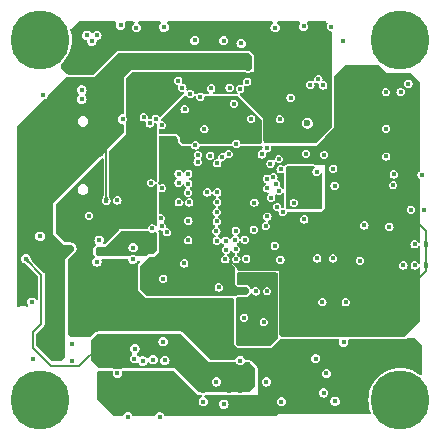
<source format=gbr>
%TF.GenerationSoftware,KiCad,Pcbnew,8.0.7*%
%TF.CreationDate,2025-02-13T13:50:40+08:00*%
%TF.ProjectId,NewSkyH7-Air,4e657753-6b79-4483-972d-4169722e6b69,rev?*%
%TF.SameCoordinates,Original*%
%TF.FileFunction,Copper,L4,Inr*%
%TF.FilePolarity,Positive*%
%FSLAX46Y46*%
G04 Gerber Fmt 4.6, Leading zero omitted, Abs format (unit mm)*
G04 Created by KiCad (PCBNEW 8.0.7) date 2025-02-13 13:50:40*
%MOMM*%
%LPD*%
G01*
G04 APERTURE LIST*
%TA.AperFunction,ComponentPad*%
%ADD10C,5.000000*%
%TD*%
%TA.AperFunction,ViaPad*%
%ADD11C,0.400000*%
%TD*%
%TA.AperFunction,ViaPad*%
%ADD12C,0.600000*%
%TD*%
%TA.AperFunction,Conductor*%
%ADD13C,0.156500*%
%TD*%
G04 APERTURE END LIST*
D10*
%TO.N,*%
%TO.C,J1*%
X128455000Y-66305000D03*
X128455000Y-96805000D03*
X158955000Y-66305000D03*
X158955000Y-96805000D03*
%TD*%
D11*
%TO.N,GND*%
X149675000Y-71215000D03*
X135005000Y-79910000D03*
X160760000Y-77750000D03*
X137935000Y-82265000D03*
X145920000Y-84840000D03*
X154155000Y-91902000D03*
X161005000Y-80710000D03*
X143410000Y-80890000D03*
X154350000Y-88520000D03*
X128703500Y-70970000D03*
X148767500Y-73035000D03*
X145070000Y-75120000D03*
X149945000Y-80120000D03*
X131995000Y-70560000D03*
X136472500Y-92455000D03*
X138880000Y-91865000D03*
D12*
X151090000Y-73380000D03*
D11*
X133455000Y-83265000D03*
X143390000Y-95270000D03*
X152700000Y-94560000D03*
X143590000Y-87280000D03*
X135010000Y-94560000D03*
X147628000Y-95260000D03*
X135270000Y-65080000D03*
X158030000Y-82140000D03*
X155540000Y-85000000D03*
X157752500Y-73830000D03*
X144150000Y-84890000D03*
X140660000Y-85235000D03*
X128457500Y-82932500D03*
X144870000Y-71720000D03*
X131155000Y-93510000D03*
X141605000Y-75230000D03*
X132603500Y-81210000D03*
X145035000Y-82475000D03*
X155925000Y-82025000D03*
X143420000Y-81690000D03*
X144500000Y-70370000D03*
X131995000Y-71330000D03*
X145730000Y-89840000D03*
X131155000Y-92050000D03*
X138880000Y-86545000D03*
X135445000Y-73020000D03*
X145400000Y-93470000D03*
X133260000Y-85110000D03*
X152370000Y-88510000D03*
X159225000Y-85405000D03*
%TO.N,Net-(C4-Pad1)*%
X142620000Y-79230000D03*
%TO.N,Net-(C5-Pad1)*%
X143460000Y-79230000D03*
%TO.N,+3V3*%
X144190000Y-80830000D03*
X155040000Y-70125000D03*
X144260000Y-77645000D03*
X153770000Y-70125000D03*
X154375000Y-70125000D03*
X141845000Y-84040000D03*
X149675000Y-76330000D03*
X146880000Y-84880000D03*
X155310000Y-88520000D03*
X144220000Y-82470000D03*
X150820000Y-91100000D03*
X145495000Y-87560000D03*
X156500000Y-85000000D03*
X153330000Y-88510000D03*
X159820000Y-81805000D03*
X155970000Y-69780000D03*
X137935000Y-85070000D03*
X140240000Y-84000000D03*
X144520000Y-87320000D03*
X127900000Y-93360000D03*
X161150000Y-85405000D03*
X153725000Y-70755000D03*
X161137500Y-83620000D03*
X155030000Y-70755000D03*
X139685000Y-74690000D03*
X144210000Y-81660000D03*
X154365000Y-71210000D03*
%TO.N,Net-(U1C-VDDA)*%
X145050000Y-84880000D03*
%TO.N,VCC*%
X132430000Y-65930000D03*
X135205000Y-70710000D03*
X133270000Y-65940000D03*
X132840000Y-66430000D03*
X129860000Y-92330000D03*
X129370000Y-91800000D03*
X134730000Y-70190000D03*
X134075000Y-79940000D03*
X146100000Y-68010000D03*
X135200000Y-72180000D03*
X146060000Y-68770000D03*
X129825000Y-93195000D03*
X134720000Y-71660000D03*
X131155000Y-83995000D03*
X130360000Y-90845000D03*
%TO.N,+5V*%
X130725000Y-81435000D03*
X130725000Y-82680000D03*
X131280000Y-68145000D03*
X150320000Y-96010000D03*
X134365000Y-95955000D03*
X130725000Y-82057500D03*
X148767500Y-74170000D03*
X130215000Y-82370000D03*
X134010000Y-94560000D03*
X153700000Y-94560000D03*
X130215000Y-81755000D03*
X131280000Y-68730000D03*
X131280000Y-67560000D03*
X150310000Y-95260000D03*
X148085000Y-74315000D03*
X147600000Y-73965000D03*
X147600000Y-74580000D03*
X152280000Y-72460000D03*
%TO.N,+12V*%
X133160000Y-92395000D03*
X145420000Y-96010000D03*
X133770000Y-93015000D03*
X146355000Y-94560000D03*
X133140000Y-93015000D03*
X134975000Y-93015000D03*
X133790000Y-92395000D03*
X144470000Y-96010000D03*
X127250000Y-84865000D03*
X134345000Y-93015000D03*
%TO.N,/Plug/OSD-IN*%
X151790000Y-93300000D03*
X152460000Y-96190000D03*
%TO.N,Net-(D4-K)*%
X160180000Y-85405000D03*
%TO.N,Net-(D9-K)*%
X160167500Y-83620000D03*
%TO.N,/IMU.icm42688_EXIT*%
X150975000Y-75965000D03*
X148025000Y-79675000D03*
%TO.N,/IMU.icm42688_MISO*%
X152502885Y-76057115D03*
X148680000Y-76400000D03*
%TO.N,/IMU.icm42688_MOSI*%
X147635000Y-75500000D03*
X153275000Y-77220000D03*
%TO.N,/IMU.icm42688_CLK*%
X148425000Y-78515000D03*
X151870000Y-77480000D03*
%TO.N,/IMU.icm42688_CS*%
X147695000Y-78885000D03*
X153390000Y-78670000D03*
%TO.N,/BMI088.EXIT_GYRO*%
X136345000Y-83905000D03*
X141010000Y-83280000D03*
%TO.N,/BMI088.CS_ACCEL*%
X138790000Y-78870000D03*
X136325000Y-84905000D03*
%TO.N,/QSPI.BK1_IO0*%
X147232150Y-76015000D03*
X159640000Y-70020000D03*
%TO.N,SWDIO*%
X140190000Y-77660000D03*
%TO.N,/QSPI.BK1_IO2*%
X147968540Y-76800690D03*
X158410000Y-77710000D03*
%TO.N,/QSPI.BK1_IO1*%
X157760000Y-76190000D03*
X148820000Y-77260000D03*
%TO.N,/QSPI.BK1_CLK*%
X150815000Y-81520000D03*
X158980000Y-70725000D03*
%TO.N,ADC_CUL*%
X144175000Y-83330000D03*
X140150000Y-69770000D03*
X152020000Y-69650000D03*
%TO.N,SWCLK*%
X140180000Y-78400000D03*
%TO.N,/PWM_Control2*%
X138950000Y-65250000D03*
%TO.N,/PWM_Control3*%
X141550000Y-66360000D03*
%TO.N,/PWM_Control4*%
X144000000Y-66380000D03*
%TO.N,/PWM_Control1*%
X136620000Y-65280000D03*
%TO.N,/Plug/OSD-OUT*%
X153430000Y-96920000D03*
X148890000Y-96940000D03*
%TO.N,/USART.TX6*%
X144430000Y-75980000D03*
X145990000Y-69870000D03*
%TO.N,/USART.RX6*%
X143870000Y-76230000D03*
X145410000Y-70460000D03*
%TO.N,/USART.TX3*%
X147665000Y-78070000D03*
X151340000Y-70120000D03*
%TO.N,/USART.RX3*%
X152440000Y-70170000D03*
X145490000Y-66620000D03*
X148212835Y-77962165D03*
%TO.N,/PWM_Control5*%
X148370000Y-65270000D03*
%TO.N,/PWM_Control6*%
X150770000Y-65180000D03*
%TO.N,/PWM_Control7*%
X153120000Y-65190000D03*
%TO.N,/PWM_Control8*%
X154100000Y-66430000D03*
%TO.N,/USART.TX1*%
X140510000Y-70380000D03*
X141799615Y-76660385D03*
%TO.N,/USART.RX1*%
X141830000Y-76060000D03*
X141190000Y-70890000D03*
%TO.N,/USART.TX2*%
X140210000Y-80060000D03*
X144025000Y-97155000D03*
X139020000Y-93460000D03*
%TO.N,/USART.RX2*%
X141090000Y-80080000D03*
X142280000Y-96940000D03*
X138030000Y-93390000D03*
%TO.N,/USART.TX4*%
X140980000Y-79240000D03*
X138590000Y-98220000D03*
X137170000Y-93500000D03*
%TO.N,/USART.RX4*%
X136450000Y-93300000D03*
X141010000Y-78490000D03*
X135890000Y-98220000D03*
%TO.N,/BOOT0*%
X137850000Y-78430000D03*
X127775000Y-88535000D03*
X141019524Y-81637150D03*
%TO.N,Net-(U1B-PDR_ON)*%
X143460000Y-80050000D03*
%TO.N,VCC_Voltage*%
X143430000Y-83320000D03*
X142950000Y-70410000D03*
%TO.N,/QSPI.BK1_NCS*%
X158350000Y-78620000D03*
X148675000Y-79100000D03*
%TO.N,/PA0*%
X138255000Y-73005000D03*
X144240000Y-84085000D03*
%TO.N,/PB0*%
X137745000Y-73385000D03*
X146560000Y-82385000D03*
%TO.N,/PA1*%
X138765000Y-73535000D03*
X145050000Y-84035000D03*
%TO.N,/PA2*%
X148800000Y-84925000D03*
%TO.N,/Device/ICM42688-VDD*%
X150905000Y-80120000D03*
X149675000Y-78185000D03*
X149675000Y-77300000D03*
X151775000Y-80120000D03*
%TO.N,/Magnetometer.SDA*%
X142020000Y-71140000D03*
X143460000Y-76760000D03*
%TO.N,/PB1*%
X137245000Y-72865000D03*
X147570000Y-82080000D03*
%TO.N,/Magnetometer.SCL*%
X140700000Y-72190000D03*
X142870000Y-76110000D03*
%TO.N,/PE11*%
X146330000Y-73010000D03*
X146610000Y-80085000D03*
%TO.N,/OSD.OSD_CS*%
X144975000Y-83220000D03*
X153260000Y-84820000D03*
%TO.N,/Device/IST8310-VDD*%
X143910000Y-71720000D03*
X143060000Y-71710000D03*
X139680000Y-72860000D03*
X140655000Y-74690000D03*
X140680000Y-73750000D03*
%TO.N,/PE14*%
X149005000Y-80885000D03*
%TO.N,/Magnetometer.INT*%
X142370000Y-73870000D03*
X141000000Y-77640000D03*
%TO.N,/PE9*%
X147705000Y-81270000D03*
%TO.N,/OSD.OSD_CLK*%
X151927500Y-84812500D03*
X145795000Y-83235000D03*
%TO.N,/PE13*%
X148525000Y-80460000D03*
%TO.N,/Device/BMI008-VDD*%
X133457500Y-84227500D03*
X137935000Y-84100000D03*
X137935000Y-83225000D03*
%TO.N,/Device/DPS310-VDD*%
X146735000Y-86585000D03*
X147675000Y-86575000D03*
X145495000Y-86590000D03*
X145405000Y-91925000D03*
X146735000Y-91925000D03*
%TO.N,/QSPI.BK1_IO3*%
X143382150Y-82502850D03*
X157745000Y-70745000D03*
%TO.N,/Barometer.SDA*%
X139205000Y-82605000D03*
X146735000Y-87605000D03*
%TO.N,/Barometer.SCL*%
X138770000Y-82115000D03*
X147675000Y-87595000D03*
%TO.N,/Barometer.INT*%
X147395000Y-90210000D03*
X138700000Y-81410000D03*
%TO.N,/PA3*%
X148325000Y-83730000D03*
%TO.N,Net-(LED1-DI)*%
X159860000Y-80710000D03*
%TD*%
D13*
%TO.N,+3V3*%
X161137500Y-82492500D02*
X160450000Y-81805000D01*
X161150000Y-85405000D02*
X161150000Y-85895000D01*
X160545000Y-86500000D02*
X159900000Y-86500000D01*
X161137500Y-85392500D02*
X161150000Y-85405000D01*
X161137500Y-83620000D02*
X161137500Y-85392500D01*
X161137500Y-83620000D02*
X161137500Y-82492500D01*
X161150000Y-85895000D02*
X160545000Y-86500000D01*
X160450000Y-81805000D02*
X159820000Y-81805000D01*
%TO.N,VCC*%
X134075000Y-73305000D02*
X135200000Y-72180000D01*
X134075000Y-79940000D02*
X134075000Y-73305000D01*
%TO.N,+12V*%
X127850000Y-92440000D02*
X127850000Y-91080000D01*
X127850000Y-91080000D02*
X128575000Y-90355000D01*
X129375000Y-93965000D02*
X127850000Y-92440000D01*
X131755000Y-93965000D02*
X129375000Y-93965000D01*
X132705000Y-93015000D02*
X131755000Y-93965000D01*
X128575000Y-90355000D02*
X128575000Y-86190000D01*
X128575000Y-86190000D02*
X127250000Y-84865000D01*
X133140000Y-93015000D02*
X132705000Y-93015000D01*
%TD*%
%TA.AperFunction,Conductor*%
%TO.N,VCC*%
G36*
X146142063Y-67464407D02*
G01*
X146153876Y-67474496D01*
X146375504Y-67696124D01*
X146403281Y-67750641D01*
X146404500Y-67766128D01*
X146404500Y-68624492D01*
X146385593Y-68682683D01*
X146375503Y-68694496D01*
X146228611Y-68841387D01*
X146203552Y-68859593D01*
X146119336Y-68902502D01*
X146089881Y-68912073D01*
X146075488Y-68914353D01*
X146044510Y-68914353D01*
X146030117Y-68912073D01*
X146000662Y-68902502D01*
X145946457Y-68874884D01*
X145946038Y-68874651D01*
X145944328Y-68873796D01*
X145943657Y-68873457D01*
X145912652Y-68857659D01*
X145909227Y-68855829D01*
X145905006Y-68853465D01*
X145905005Y-68853464D01*
X145905004Y-68853464D01*
X145846813Y-68834557D01*
X145846810Y-68834556D01*
X145846811Y-68834556D01*
X145783314Y-68824500D01*
X145783311Y-68824500D01*
X136321008Y-68824500D01*
X136310258Y-68824922D01*
X136304876Y-68825134D01*
X136291331Y-68826200D01*
X136289396Y-68826353D01*
X136289393Y-68826353D01*
X136289392Y-68826354D01*
X136212230Y-68848115D01*
X136212224Y-68848117D01*
X136157708Y-68875894D01*
X136105699Y-68913681D01*
X135613666Y-69405714D01*
X135602739Y-69417534D01*
X135592645Y-69429353D01*
X135592639Y-69429362D01*
X135569728Y-69470271D01*
X134710000Y-70330000D01*
X132510000Y-70330000D01*
X132510000Y-69920000D01*
X132972537Y-69457461D01*
X133027772Y-69441884D01*
X133082289Y-69414107D01*
X133134306Y-69376314D01*
X135036124Y-67474496D01*
X135090641Y-67446719D01*
X135106128Y-67445500D01*
X146083872Y-67445500D01*
X146142063Y-67464407D01*
G37*
%TD.AperFunction*%
%TD*%
%TA.AperFunction,Conductor*%
%TO.N,/Device/ICM42688-VDD*%
G36*
X151659779Y-77033907D02*
G01*
X151695743Y-77083407D01*
X151695743Y-77144593D01*
X151665603Y-77186076D01*
X151666923Y-77187396D01*
X151661414Y-77192904D01*
X151661413Y-77192905D01*
X151594318Y-77260000D01*
X151582905Y-77271413D01*
X151532500Y-77370338D01*
X151532500Y-77370339D01*
X151515131Y-77480000D01*
X151532500Y-77589661D01*
X151582905Y-77688587D01*
X151661413Y-77767095D01*
X151760339Y-77817500D01*
X151870000Y-77834869D01*
X151979661Y-77817500D01*
X152078587Y-77767095D01*
X152157095Y-77688587D01*
X152177791Y-77647967D01*
X152221055Y-77604704D01*
X152281487Y-77595133D01*
X152336004Y-77622910D01*
X152363781Y-77677427D01*
X152365000Y-77692914D01*
X152365000Y-80523992D01*
X152346093Y-80582183D01*
X152336004Y-80593996D01*
X152288996Y-80641004D01*
X152234479Y-80668781D01*
X152218992Y-80670000D01*
X149970906Y-80670000D01*
X149948890Y-80662846D01*
X149919094Y-80670000D01*
X149431008Y-80670000D01*
X149372817Y-80651093D01*
X149361004Y-80641004D01*
X149343996Y-80623996D01*
X149316219Y-80569479D01*
X149315000Y-80553992D01*
X149315000Y-80120000D01*
X149590131Y-80120000D01*
X149607500Y-80229661D01*
X149657905Y-80328587D01*
X149736413Y-80407095D01*
X149835339Y-80457500D01*
X149925238Y-80471739D01*
X149934582Y-80473219D01*
X149943924Y-80477979D01*
X149955418Y-80473219D01*
X149963400Y-80471954D01*
X150054661Y-80457500D01*
X150153587Y-80407095D01*
X150232095Y-80328587D01*
X150282500Y-80229661D01*
X150299869Y-80120000D01*
X150282500Y-80010339D01*
X150232095Y-79911413D01*
X150153587Y-79832905D01*
X150054661Y-79782500D01*
X149945000Y-79765131D01*
X149835338Y-79782500D01*
X149736413Y-79832905D01*
X149657905Y-79911413D01*
X149607500Y-80010338D01*
X149607500Y-80010339D01*
X149590131Y-80120000D01*
X149315000Y-80120000D01*
X149315000Y-77114000D01*
X149333907Y-77055809D01*
X149383407Y-77019845D01*
X149414000Y-77015000D01*
X151601588Y-77015000D01*
X151659779Y-77033907D01*
G37*
%TD.AperFunction*%
%TD*%
%TA.AperFunction,Conductor*%
%TO.N,+12V*%
G36*
X133141000Y-93015000D02*
G01*
X133063463Y-93199776D01*
X132760000Y-93099836D01*
X132759999Y-93099835D01*
X132748040Y-93095897D01*
X132741254Y-93090054D01*
X132740000Y-93084784D01*
X132740000Y-92945215D01*
X132743427Y-92936942D01*
X132748039Y-92934102D01*
X133063463Y-92830224D01*
X133141000Y-93015000D01*
G37*
%TD.AperFunction*%
%TD*%
%TA.AperFunction,Conductor*%
%TO.N,VCC*%
G36*
X135200707Y-72179293D02*
G01*
X135276537Y-72364776D01*
X134972489Y-72518173D01*
X134861827Y-72407511D01*
X135015224Y-72103463D01*
X135200707Y-72179293D01*
G37*
%TD.AperFunction*%
%TD*%
%TA.AperFunction,Conductor*%
%TO.N,+3V3*%
G36*
X161215558Y-83223427D02*
G01*
X161218398Y-83228040D01*
X161318894Y-83533196D01*
X161318227Y-83542126D01*
X161312308Y-83547645D01*
X161142027Y-83619100D01*
X161133073Y-83619141D01*
X161132973Y-83619100D01*
X160962691Y-83547645D01*
X160956388Y-83541283D01*
X160956105Y-83533196D01*
X161056602Y-83228040D01*
X161062445Y-83221254D01*
X161067715Y-83220000D01*
X161207285Y-83220000D01*
X161215558Y-83223427D01*
G37*
%TD.AperFunction*%
%TD*%
%TA.AperFunction,Conductor*%
%TO.N,+5V*%
G36*
X135125699Y-82403681D02*
G01*
X133972610Y-83556769D01*
X133918093Y-83584546D01*
X133857661Y-83574975D01*
X133814396Y-83531710D01*
X133804825Y-83471278D01*
X133814395Y-83441822D01*
X133840646Y-83390304D01*
X133860492Y-83265000D01*
X133840646Y-83139696D01*
X133783050Y-83026658D01*
X133693342Y-82936950D01*
X133684608Y-82932500D01*
X133580307Y-82879355D01*
X133580304Y-82879354D01*
X133455000Y-82859508D01*
X133329696Y-82879354D01*
X133329692Y-82879355D01*
X133216659Y-82936949D01*
X133126949Y-83026659D01*
X133069355Y-83139692D01*
X133069354Y-83139696D01*
X133049508Y-83264999D01*
X133049508Y-83265000D01*
X133069354Y-83390303D01*
X133069355Y-83390307D01*
X133112283Y-83474556D01*
X133126950Y-83503342D01*
X133186288Y-83562680D01*
X133214064Y-83617195D01*
X133204493Y-83677627D01*
X133174476Y-83712773D01*
X133145698Y-83733682D01*
X133053666Y-83825714D01*
X133042739Y-83837534D01*
X133032640Y-83849359D01*
X133001480Y-83905000D01*
X132993465Y-83919311D01*
X132974555Y-83977510D01*
X132964500Y-84041004D01*
X132964500Y-84041008D01*
X132964500Y-84378992D01*
X132964943Y-84390279D01*
X132965134Y-84395123D01*
X132966353Y-84410602D01*
X132966354Y-84410607D01*
X132988115Y-84487769D01*
X132988117Y-84487775D01*
X133015894Y-84542291D01*
X133053684Y-84594304D01*
X133070831Y-84611452D01*
X133098608Y-84665969D01*
X133089035Y-84726401D01*
X133045773Y-84769662D01*
X133021658Y-84781950D01*
X132931949Y-84871659D01*
X132874355Y-84984692D01*
X132874354Y-84984696D01*
X132854508Y-85110000D01*
X132862379Y-85159699D01*
X132874354Y-85235303D01*
X132874355Y-85235307D01*
X132929944Y-85344406D01*
X132931950Y-85348342D01*
X133021658Y-85438050D01*
X133134696Y-85495646D01*
X133260000Y-85515492D01*
X133385304Y-85495646D01*
X133498342Y-85438050D01*
X133588050Y-85348342D01*
X133645646Y-85235304D01*
X133665492Y-85110000D01*
X133645646Y-84984696D01*
X133642970Y-84979445D01*
X133633398Y-84919015D01*
X133661175Y-84864498D01*
X133715691Y-84836719D01*
X133731180Y-84835500D01*
X135823946Y-84835500D01*
X135882137Y-84854407D01*
X135918101Y-84903907D01*
X135921727Y-84919013D01*
X135939354Y-85030303D01*
X135939355Y-85030307D01*
X135962219Y-85075179D01*
X135996950Y-85143342D01*
X136086658Y-85233050D01*
X136199696Y-85290646D01*
X136325000Y-85310492D01*
X136450304Y-85290646D01*
X136563342Y-85233050D01*
X136653050Y-85143342D01*
X136687781Y-85075179D01*
X136702791Y-85045721D01*
X136746055Y-85002456D01*
X136806487Y-84992885D01*
X136861004Y-85020663D01*
X136888781Y-85075179D01*
X136890000Y-85090666D01*
X136890000Y-85138372D01*
X136871093Y-85196563D01*
X136861005Y-85208374D01*
X136838679Y-85230699D01*
X136827739Y-85242534D01*
X136817645Y-85254353D01*
X136817639Y-85254362D01*
X136778464Y-85324314D01*
X136759556Y-85382507D01*
X136749500Y-85446004D01*
X136749500Y-85446008D01*
X136749500Y-86545000D01*
X136749500Y-87280000D01*
X136749500Y-87403992D01*
X136749943Y-87415279D01*
X136750134Y-87420123D01*
X136751353Y-87435602D01*
X136751354Y-87435607D01*
X136773115Y-87512769D01*
X136773117Y-87512775D01*
X136800894Y-87567291D01*
X136838681Y-87619300D01*
X136838683Y-87619302D01*
X136838686Y-87619306D01*
X137300694Y-88081314D01*
X137300707Y-88081326D01*
X137300714Y-88081333D01*
X137312534Y-88092260D01*
X137312544Y-88092269D01*
X137324357Y-88102358D01*
X137394315Y-88141536D01*
X137452506Y-88160443D01*
X137465206Y-88162454D01*
X137516004Y-88170500D01*
X137516008Y-88170500D01*
X144740500Y-88170500D01*
X144798691Y-88189407D01*
X144834655Y-88238907D01*
X144839500Y-88269500D01*
X144839500Y-88271008D01*
X144839500Y-89840000D01*
X144839500Y-90210000D01*
X144839500Y-91968992D01*
X144839943Y-91980279D01*
X144840134Y-91985123D01*
X144841353Y-92000602D01*
X144841354Y-92000607D01*
X144863115Y-92077769D01*
X144863117Y-92077775D01*
X144890894Y-92132291D01*
X144928681Y-92184300D01*
X144928683Y-92184302D01*
X144928686Y-92184306D01*
X145085694Y-92341314D01*
X145085707Y-92341326D01*
X145085714Y-92341333D01*
X145097534Y-92352260D01*
X145097544Y-92352269D01*
X145109357Y-92362358D01*
X145179315Y-92401536D01*
X145237506Y-92420443D01*
X145250206Y-92422454D01*
X145301004Y-92430500D01*
X145301008Y-92430500D01*
X147893978Y-92430500D01*
X147893992Y-92430500D01*
X147910117Y-92429866D01*
X147925604Y-92428647D01*
X148002772Y-92406884D01*
X148057289Y-92379107D01*
X148109306Y-92341314D01*
X148691314Y-91759306D01*
X148697596Y-91752510D01*
X148700215Y-91749784D01*
X148778396Y-91671603D01*
X148832909Y-91643829D01*
X148863882Y-91643829D01*
X148906004Y-91650500D01*
X148906008Y-91650500D01*
X153674096Y-91650500D01*
X153732287Y-91669407D01*
X153768251Y-91718907D01*
X153768251Y-91768633D01*
X153770573Y-91769001D01*
X153769354Y-91776695D01*
X153769354Y-91776696D01*
X153763817Y-91811658D01*
X153749508Y-91901999D01*
X153749508Y-91902000D01*
X153769354Y-92027303D01*
X153769355Y-92027307D01*
X153780918Y-92050000D01*
X153826950Y-92140342D01*
X153916658Y-92230050D01*
X154029696Y-92287646D01*
X154155000Y-92307492D01*
X154280304Y-92287646D01*
X154393342Y-92230050D01*
X154483050Y-92140342D01*
X154540646Y-92027304D01*
X154560492Y-91902000D01*
X154540646Y-91776696D01*
X154540645Y-91776695D01*
X154539427Y-91769001D01*
X154541748Y-91768633D01*
X154541751Y-91718902D01*
X154577717Y-91669404D01*
X154635904Y-91650500D01*
X159318978Y-91650500D01*
X159318992Y-91650500D01*
X159335117Y-91649866D01*
X159350604Y-91648647D01*
X159427772Y-91626884D01*
X159478986Y-91600790D01*
X159523930Y-91590000D01*
X160178992Y-91590000D01*
X160237183Y-91608907D01*
X160248996Y-91618996D01*
X160741004Y-92111004D01*
X160768781Y-92165521D01*
X160770000Y-92181008D01*
X160770000Y-94593050D01*
X160751093Y-94651241D01*
X160701593Y-94687205D01*
X160640407Y-94687205D01*
X160609945Y-94670981D01*
X160491859Y-94578467D01*
X160212283Y-94409457D01*
X159914362Y-94275373D01*
X159602450Y-94178178D01*
X159281104Y-94119289D01*
X159281107Y-94119289D01*
X158955006Y-94099564D01*
X158954994Y-94099564D01*
X158628894Y-94119289D01*
X158307549Y-94178178D01*
X158307548Y-94178178D01*
X157995637Y-94275373D01*
X157697716Y-94409457D01*
X157418140Y-94578467D01*
X157160970Y-94779947D01*
X157160967Y-94779949D01*
X156929949Y-95010967D01*
X156929947Y-95010970D01*
X156728467Y-95268140D01*
X156559457Y-95547716D01*
X156425373Y-95845637D01*
X156328178Y-96157548D01*
X156328178Y-96157549D01*
X156269289Y-96478894D01*
X156249564Y-96804993D01*
X156249564Y-96805006D01*
X156269289Y-97131105D01*
X156328178Y-97452450D01*
X156328178Y-97452451D01*
X156425373Y-97764362D01*
X156464082Y-97850369D01*
X156470723Y-97911193D01*
X156440344Y-97964304D01*
X156384549Y-97989415D01*
X156373804Y-97990000D01*
X148610000Y-97990000D01*
X147560000Y-96940000D01*
X148484508Y-96940000D01*
X148501917Y-97049920D01*
X148504354Y-97065303D01*
X148504355Y-97065307D01*
X148537881Y-97131104D01*
X148561950Y-97178342D01*
X148651658Y-97268050D01*
X148764696Y-97325646D01*
X148890000Y-97345492D01*
X149015304Y-97325646D01*
X149128342Y-97268050D01*
X149218050Y-97178342D01*
X149275646Y-97065304D01*
X149295492Y-96940000D01*
X149292324Y-96920000D01*
X153024508Y-96920000D01*
X153027675Y-96939999D01*
X153044354Y-97045303D01*
X153044355Y-97045307D01*
X153054546Y-97065307D01*
X153101950Y-97158342D01*
X153191658Y-97248050D01*
X153304696Y-97305646D01*
X153430000Y-97325492D01*
X153555304Y-97305646D01*
X153668342Y-97248050D01*
X153758050Y-97158342D01*
X153815646Y-97045304D01*
X153835492Y-96920000D01*
X153815646Y-96794696D01*
X153758050Y-96681658D01*
X153668342Y-96591950D01*
X153605637Y-96560000D01*
X153555307Y-96534355D01*
X153555304Y-96534354D01*
X153430000Y-96514508D01*
X153304696Y-96534354D01*
X153304692Y-96534355D01*
X153191659Y-96591949D01*
X153101949Y-96681659D01*
X153044355Y-96794692D01*
X153044354Y-96794696D01*
X153039246Y-96826950D01*
X153024508Y-96920000D01*
X149292324Y-96920000D01*
X149275646Y-96814696D01*
X149218050Y-96701658D01*
X149128342Y-96611950D01*
X149057088Y-96575644D01*
X149015307Y-96554355D01*
X149015304Y-96554354D01*
X148890000Y-96534508D01*
X148764696Y-96554354D01*
X148764692Y-96554355D01*
X148651659Y-96611949D01*
X148561949Y-96701659D01*
X148504355Y-96814692D01*
X148504354Y-96814696D01*
X148484508Y-96940000D01*
X147560000Y-96940000D01*
X146900000Y-96280000D01*
X146900000Y-96190000D01*
X152054508Y-96190000D01*
X152072224Y-96301858D01*
X152074354Y-96315303D01*
X152074355Y-96315307D01*
X152118553Y-96402049D01*
X152131950Y-96428342D01*
X152221658Y-96518050D01*
X152334696Y-96575646D01*
X152460000Y-96595492D01*
X152585304Y-96575646D01*
X152698342Y-96518050D01*
X152788050Y-96428342D01*
X152845646Y-96315304D01*
X152865492Y-96190000D01*
X152845646Y-96064696D01*
X152788050Y-95951658D01*
X152698342Y-95861950D01*
X152666326Y-95845637D01*
X152585307Y-95804355D01*
X152585304Y-95804354D01*
X152460000Y-95784508D01*
X152334696Y-95804354D01*
X152334692Y-95804355D01*
X152221659Y-95861949D01*
X152131949Y-95951659D01*
X152074355Y-96064692D01*
X152074354Y-96064696D01*
X152054508Y-96190000D01*
X146900000Y-96190000D01*
X146900000Y-95259999D01*
X147222508Y-95259999D01*
X147222508Y-95260000D01*
X147242354Y-95385303D01*
X147242355Y-95385307D01*
X147297944Y-95494406D01*
X147299950Y-95498342D01*
X147389658Y-95588050D01*
X147502696Y-95645646D01*
X147628000Y-95665492D01*
X147753304Y-95645646D01*
X147866342Y-95588050D01*
X147956050Y-95498342D01*
X148013646Y-95385304D01*
X148033492Y-95260000D01*
X148013646Y-95134696D01*
X147956050Y-95021658D01*
X147866342Y-94931950D01*
X147862406Y-94929944D01*
X147753307Y-94874355D01*
X147753304Y-94874354D01*
X147628000Y-94854508D01*
X147502696Y-94874354D01*
X147502692Y-94874355D01*
X147389659Y-94931949D01*
X147299949Y-95021659D01*
X147242355Y-95134692D01*
X147242354Y-95134696D01*
X147222508Y-95259999D01*
X146900000Y-95259999D01*
X146900000Y-94560000D01*
X152294508Y-94560000D01*
X152312085Y-94670981D01*
X152314354Y-94685303D01*
X152314355Y-94685307D01*
X152362577Y-94779947D01*
X152371950Y-94798342D01*
X152461658Y-94888050D01*
X152574696Y-94945646D01*
X152700000Y-94965492D01*
X152825304Y-94945646D01*
X152938342Y-94888050D01*
X153028050Y-94798342D01*
X153085646Y-94685304D01*
X153105492Y-94560000D01*
X153085646Y-94434696D01*
X153028050Y-94321658D01*
X152938342Y-94231950D01*
X152852194Y-94188055D01*
X152825307Y-94174355D01*
X152825304Y-94174354D01*
X152700000Y-94154508D01*
X152574696Y-94174354D01*
X152574692Y-94174355D01*
X152461659Y-94231949D01*
X152371949Y-94321659D01*
X152314355Y-94434692D01*
X152314354Y-94434696D01*
X152294508Y-94560000D01*
X146900000Y-94560000D01*
X146900000Y-94130000D01*
X146899652Y-94129652D01*
X146874377Y-94086526D01*
X146861884Y-94042228D01*
X146834107Y-93987711D01*
X146796314Y-93935694D01*
X146354306Y-93493686D01*
X146354292Y-93493673D01*
X146354285Y-93493666D01*
X146342465Y-93482739D01*
X146342456Y-93482731D01*
X146330643Y-93472642D01*
X146260685Y-93433464D01*
X146235571Y-93425304D01*
X146198795Y-93413355D01*
X146199343Y-93411668D01*
X146159148Y-93389148D01*
X146150000Y-93380000D01*
X146149999Y-93380000D01*
X145864302Y-93380000D01*
X145806111Y-93361093D01*
X145776093Y-93325946D01*
X145762872Y-93300000D01*
X151384508Y-93300000D01*
X151402461Y-93413355D01*
X151404354Y-93425303D01*
X151404355Y-93425307D01*
X151459944Y-93534406D01*
X151461950Y-93538342D01*
X151551658Y-93628050D01*
X151664696Y-93685646D01*
X151790000Y-93705492D01*
X151915304Y-93685646D01*
X152028342Y-93628050D01*
X152118050Y-93538342D01*
X152175646Y-93425304D01*
X152195492Y-93300000D01*
X152175646Y-93174696D01*
X152118050Y-93061658D01*
X152028342Y-92971950D01*
X152024406Y-92969944D01*
X151915307Y-92914355D01*
X151915304Y-92914354D01*
X151790000Y-92894508D01*
X151664696Y-92914354D01*
X151664692Y-92914355D01*
X151551659Y-92971949D01*
X151461949Y-93061659D01*
X151404355Y-93174692D01*
X151404354Y-93174696D01*
X151384508Y-93300000D01*
X145762872Y-93300000D01*
X145737723Y-93250643D01*
X145728050Y-93231658D01*
X145638342Y-93141950D01*
X145600158Y-93122494D01*
X145525307Y-93084355D01*
X145525304Y-93084354D01*
X145400000Y-93064508D01*
X145274696Y-93084354D01*
X145274692Y-93084355D01*
X145161659Y-93141949D01*
X145071949Y-93231659D01*
X145023907Y-93325946D01*
X144980642Y-93369210D01*
X144935698Y-93380000D01*
X142881628Y-93380000D01*
X142823437Y-93361093D01*
X142811624Y-93351004D01*
X141687238Y-92226618D01*
X140544306Y-91083686D01*
X140544292Y-91083673D01*
X140544286Y-91083667D01*
X140532465Y-91072739D01*
X140532456Y-91072731D01*
X140520643Y-91062642D01*
X140450685Y-91023464D01*
X140392494Y-91004557D01*
X140392491Y-91004556D01*
X140392492Y-91004556D01*
X140328995Y-90994500D01*
X140328992Y-90994500D01*
X133361008Y-90994500D01*
X133350258Y-90994922D01*
X133344876Y-90995134D01*
X133331331Y-90996200D01*
X133329396Y-90996353D01*
X133329393Y-90996353D01*
X133329392Y-90996354D01*
X133252230Y-91018115D01*
X133252224Y-91018117D01*
X133197710Y-91045893D01*
X133174522Y-91062740D01*
X133154220Y-91074110D01*
X133139999Y-91080000D01*
X132748995Y-91471004D01*
X132694479Y-91498781D01*
X132678992Y-91500000D01*
X131131008Y-91500000D01*
X131072817Y-91481093D01*
X131061004Y-91471004D01*
X130824496Y-91234496D01*
X130796719Y-91179979D01*
X130795500Y-91164492D01*
X130795500Y-84966127D01*
X130814407Y-84907936D01*
X130824490Y-84896129D01*
X131446314Y-84274306D01*
X131450699Y-84269562D01*
X131457265Y-84262461D01*
X131470519Y-84246942D01*
X131470638Y-84247043D01*
X131477259Y-84239131D01*
X131483050Y-84233342D01*
X131540646Y-84120304D01*
X131560492Y-83995000D01*
X131540646Y-83869696D01*
X131535902Y-83860386D01*
X131528831Y-83842321D01*
X131511884Y-83782228D01*
X131484107Y-83727711D01*
X131460990Y-83695893D01*
X131446318Y-83675699D01*
X131446316Y-83675697D01*
X131446314Y-83675694D01*
X131324306Y-83553686D01*
X131324292Y-83553673D01*
X131324285Y-83553666D01*
X131312465Y-83542739D01*
X131312456Y-83542731D01*
X131300643Y-83532642D01*
X131230685Y-83493464D01*
X131172494Y-83474557D01*
X131172491Y-83474556D01*
X131172492Y-83474556D01*
X131108995Y-83464500D01*
X131108992Y-83464500D01*
X130636128Y-83464500D01*
X130577937Y-83445593D01*
X130566124Y-83435504D01*
X129798996Y-82668376D01*
X129771219Y-82613859D01*
X129770000Y-82598372D01*
X129770000Y-82570000D01*
X129950000Y-82390000D01*
X135144529Y-82390000D01*
X135125699Y-82403681D01*
G37*
%TD.AperFunction*%
%TD*%
%TA.AperFunction,Conductor*%
%TO.N,+3V3*%
G36*
X140322500Y-85344661D02*
G01*
X140372905Y-85443587D01*
X140451413Y-85522095D01*
X140550339Y-85572500D01*
X140660000Y-85589869D01*
X140769661Y-85572500D01*
X140868587Y-85522095D01*
X140947095Y-85443587D01*
X140997500Y-85344661D01*
X141010909Y-85260000D01*
X144730000Y-85260000D01*
X144975000Y-85505000D01*
X144975000Y-86037193D01*
X144972644Y-86057095D01*
X144972718Y-86057107D01*
X144972422Y-86058974D01*
X144972265Y-86060303D01*
X144972108Y-86060953D01*
X144964500Y-86108996D01*
X144964500Y-86918982D01*
X144964979Y-86931197D01*
X144966198Y-86946682D01*
X144982665Y-87005070D01*
X144982667Y-87005073D01*
X145010444Y-87059590D01*
X145039041Y-87098951D01*
X145091049Y-87150959D01*
X145100016Y-87159248D01*
X145111829Y-87169337D01*
X145111830Y-87169338D01*
X145111832Y-87169339D01*
X145164762Y-87198982D01*
X145183128Y-87204949D01*
X145222957Y-87217890D01*
X145232567Y-87219412D01*
X145271004Y-87225500D01*
X145271008Y-87225500D01*
X145924582Y-87225500D01*
X145982773Y-87244407D01*
X145994586Y-87254496D01*
X146082272Y-87342182D01*
X146107552Y-87385316D01*
X146122664Y-87438908D01*
X146149211Y-87491011D01*
X146160000Y-87535954D01*
X146160000Y-87676967D01*
X146144030Y-87730884D01*
X146140113Y-87736916D01*
X146127087Y-87753002D01*
X146019587Y-87860503D01*
X145965070Y-87888281D01*
X145949583Y-87889500D01*
X145271008Y-87889500D01*
X145262560Y-87889831D01*
X145258802Y-87889979D01*
X145243317Y-87891198D01*
X145184929Y-87907665D01*
X145184924Y-87907668D01*
X145130416Y-87935440D01*
X145130407Y-87935446D01*
X145115753Y-87946093D01*
X145057563Y-87965000D01*
X137516008Y-87965000D01*
X137457817Y-87946093D01*
X137446004Y-87936004D01*
X136983996Y-87473996D01*
X136956219Y-87419479D01*
X136955000Y-87403992D01*
X136955000Y-87280000D01*
X143235131Y-87280000D01*
X143252500Y-87389661D01*
X143302905Y-87488587D01*
X143381413Y-87567095D01*
X143480339Y-87617500D01*
X143590000Y-87634869D01*
X143699661Y-87617500D01*
X143798587Y-87567095D01*
X143877095Y-87488587D01*
X143927500Y-87389661D01*
X143944869Y-87280000D01*
X143927500Y-87170339D01*
X143877095Y-87071413D01*
X143798587Y-86992905D01*
X143699661Y-86942500D01*
X143590000Y-86925131D01*
X143480338Y-86942500D01*
X143381413Y-86992905D01*
X143302905Y-87071413D01*
X143252500Y-87170338D01*
X143239171Y-87254496D01*
X143235131Y-87280000D01*
X136955000Y-87280000D01*
X136955000Y-86545000D01*
X138525131Y-86545000D01*
X138542500Y-86654661D01*
X138592905Y-86753587D01*
X138671413Y-86832095D01*
X138770339Y-86882500D01*
X138880000Y-86899869D01*
X138989661Y-86882500D01*
X139088587Y-86832095D01*
X139167095Y-86753587D01*
X139217500Y-86654661D01*
X139234869Y-86545000D01*
X139217500Y-86435339D01*
X139167095Y-86336413D01*
X139088587Y-86257905D01*
X138989661Y-86207500D01*
X138880000Y-86190131D01*
X138770338Y-86207500D01*
X138671413Y-86257905D01*
X138592905Y-86336413D01*
X138542500Y-86435338D01*
X138542500Y-86435339D01*
X138525131Y-86545000D01*
X136955000Y-86545000D01*
X136955000Y-85446008D01*
X136973907Y-85387817D01*
X136983996Y-85376004D01*
X137100000Y-85260000D01*
X140309091Y-85260000D01*
X140322500Y-85344661D01*
G37*
%TD.AperFunction*%
%TD*%
%TA.AperFunction,Conductor*%
%TO.N,VCC*%
G36*
X135569923Y-69469923D02*
G01*
X135553464Y-69499314D01*
X135534556Y-69557507D01*
X135524500Y-69621004D01*
X135524500Y-72517362D01*
X135505593Y-72575553D01*
X135456093Y-72611517D01*
X135440987Y-72615143D01*
X135345358Y-72630289D01*
X135319696Y-72634354D01*
X135319695Y-72634354D01*
X135319692Y-72634355D01*
X135206659Y-72691949D01*
X135116949Y-72781659D01*
X135059355Y-72894692D01*
X135059354Y-72894696D01*
X135040806Y-73011807D01*
X135039508Y-73020000D01*
X135052736Y-73103522D01*
X135059354Y-73145303D01*
X135059355Y-73145307D01*
X135108097Y-73240968D01*
X135116950Y-73258342D01*
X135206658Y-73348050D01*
X135319696Y-73405646D01*
X135440988Y-73424856D01*
X135495503Y-73452633D01*
X135523281Y-73507150D01*
X135524500Y-73522637D01*
X135524500Y-74158871D01*
X135505593Y-74217062D01*
X135495504Y-74228875D01*
X134187412Y-75536967D01*
X134176477Y-75548795D01*
X134166388Y-75560609D01*
X134166383Y-75560617D01*
X134127216Y-75630560D01*
X134127214Y-75630563D01*
X134108306Y-75688756D01*
X134105258Y-75708002D01*
X134077481Y-75762517D01*
X133757591Y-76082407D01*
X133711775Y-76108403D01*
X133638473Y-76126871D01*
X133583954Y-76154648D01*
X133531943Y-76192436D01*
X130776898Y-78947482D01*
X130776897Y-78947482D01*
X130480960Y-79243418D01*
X130455906Y-79261622D01*
X130437705Y-79270896D01*
X130385699Y-79308681D01*
X129653666Y-80040714D01*
X129642739Y-80052534D01*
X129632645Y-80064353D01*
X129632639Y-80064362D01*
X129593464Y-80134314D01*
X129574556Y-80192507D01*
X129565863Y-80247397D01*
X129554144Y-80270402D01*
X129557536Y-80271807D01*
X129550000Y-80290000D01*
X129550000Y-82710000D01*
X130510000Y-83670000D01*
X131108992Y-83670000D01*
X131167183Y-83688907D01*
X131178996Y-83698996D01*
X131301004Y-83821004D01*
X131328781Y-83875521D01*
X131330000Y-83891008D01*
X131330000Y-84058992D01*
X131311093Y-84117183D01*
X131301004Y-84128996D01*
X130590000Y-84840000D01*
X130590000Y-93058992D01*
X130571093Y-93117183D01*
X130561004Y-93128996D01*
X130218996Y-93471004D01*
X130164479Y-93498781D01*
X130148992Y-93500000D01*
X129431008Y-93500000D01*
X129372817Y-93481093D01*
X129361004Y-93471004D01*
X128157746Y-92267746D01*
X128129969Y-92213229D01*
X128128750Y-92197742D01*
X128128750Y-91236469D01*
X128147657Y-91178278D01*
X128157740Y-91166471D01*
X128798056Y-90526156D01*
X128798058Y-90526151D01*
X128798060Y-90526150D01*
X128814091Y-90498380D01*
X128834753Y-90462593D01*
X128853750Y-90391698D01*
X128853750Y-86153302D01*
X128834753Y-86082407D01*
X128798055Y-86018843D01*
X127775223Y-84996011D01*
X127756839Y-84970600D01*
X127703562Y-84865000D01*
X127623116Y-84705548D01*
X127613087Y-84692186D01*
X127604060Y-84677706D01*
X127578052Y-84626661D01*
X127578051Y-84626660D01*
X127578050Y-84626658D01*
X127488342Y-84536950D01*
X127484406Y-84534944D01*
X127375307Y-84479355D01*
X127375304Y-84479354D01*
X127250000Y-84459508D01*
X127124696Y-84479354D01*
X127124692Y-84479355D01*
X127011659Y-84536949D01*
X126921949Y-84626659D01*
X126864355Y-84739692D01*
X126864354Y-84739696D01*
X126844508Y-84864999D01*
X126844508Y-84865000D01*
X126864354Y-84990303D01*
X126864355Y-84990307D01*
X126919944Y-85099406D01*
X126921950Y-85103342D01*
X127011658Y-85193050D01*
X127064162Y-85219801D01*
X127080192Y-85230018D01*
X127090548Y-85238116D01*
X127355601Y-85371840D01*
X127381011Y-85390223D01*
X128267254Y-86276466D01*
X128295031Y-86330983D01*
X128296250Y-86346470D01*
X128296250Y-88263470D01*
X128277343Y-88321661D01*
X128227843Y-88357625D01*
X128166657Y-88357625D01*
X128117157Y-88321661D01*
X128109041Y-88308416D01*
X128103050Y-88296658D01*
X128013342Y-88206950D01*
X128009406Y-88204944D01*
X127900307Y-88149355D01*
X127900304Y-88149354D01*
X127775000Y-88129508D01*
X127649696Y-88149354D01*
X127649692Y-88149355D01*
X127536659Y-88206949D01*
X127446949Y-88296659D01*
X127389355Y-88409692D01*
X127389354Y-88409696D01*
X127369508Y-88534999D01*
X127369508Y-88535000D01*
X127389354Y-88660303D01*
X127389355Y-88660307D01*
X127418915Y-88718320D01*
X127446949Y-88773341D01*
X127446951Y-88773343D01*
X127451138Y-88779107D01*
X127470042Y-88837298D01*
X127451131Y-88895488D01*
X127401630Y-88931449D01*
X127340444Y-88931446D01*
X127321542Y-88923029D01*
X127232910Y-88871857D01*
X127232912Y-88871857D01*
X127175920Y-88856586D01*
X127086029Y-88832500D01*
X126933971Y-88832500D01*
X126844079Y-88856586D01*
X126787088Y-88871857D01*
X126649788Y-88951129D01*
X126648423Y-88948765D01*
X126601576Y-88965347D01*
X126542913Y-88947961D01*
X126505673Y-88899413D01*
X126500000Y-88866381D01*
X126500000Y-82932499D01*
X128052008Y-82932499D01*
X128052008Y-82932500D01*
X128071854Y-83057803D01*
X128071855Y-83057807D01*
X128113580Y-83139696D01*
X128129450Y-83170842D01*
X128219158Y-83260550D01*
X128332196Y-83318146D01*
X128457500Y-83337992D01*
X128582804Y-83318146D01*
X128695842Y-83260550D01*
X128785550Y-83170842D01*
X128843146Y-83057804D01*
X128862992Y-82932500D01*
X128843146Y-82807196D01*
X128785550Y-82694158D01*
X128695842Y-82604450D01*
X128691906Y-82602444D01*
X128582807Y-82546855D01*
X128582804Y-82546854D01*
X128457500Y-82527008D01*
X128332196Y-82546854D01*
X128332192Y-82546855D01*
X128219159Y-82604449D01*
X128129449Y-82694159D01*
X128071855Y-82807192D01*
X128071854Y-82807196D01*
X128052008Y-82932499D01*
X126500000Y-82932499D01*
X126500000Y-73691007D01*
X126518907Y-73632816D01*
X126528990Y-73621009D01*
X127009572Y-73140427D01*
X131651000Y-73140427D01*
X131651000Y-73259573D01*
X131672818Y-73341000D01*
X131681838Y-73374663D01*
X131741406Y-73477837D01*
X131741408Y-73477839D01*
X131741410Y-73477842D01*
X131825658Y-73562090D01*
X131825660Y-73562091D01*
X131825662Y-73562093D01*
X131928837Y-73621661D01*
X131928835Y-73621661D01*
X131928839Y-73621662D01*
X131928841Y-73621663D01*
X132043927Y-73652500D01*
X132043929Y-73652500D01*
X132163071Y-73652500D01*
X132163073Y-73652500D01*
X132278159Y-73621663D01*
X132278161Y-73621661D01*
X132278163Y-73621661D01*
X132381337Y-73562093D01*
X132381337Y-73562092D01*
X132381342Y-73562090D01*
X132465590Y-73477842D01*
X132476638Y-73458706D01*
X132525161Y-73374663D01*
X132525161Y-73374661D01*
X132525163Y-73374659D01*
X132556000Y-73259573D01*
X132556000Y-73140427D01*
X132525163Y-73025341D01*
X132525161Y-73025338D01*
X132525161Y-73025336D01*
X132465593Y-72922162D01*
X132465591Y-72922160D01*
X132465590Y-72922158D01*
X132381342Y-72837910D01*
X132381339Y-72837908D01*
X132381337Y-72837906D01*
X132278162Y-72778338D01*
X132278164Y-72778338D01*
X132233508Y-72766373D01*
X132163073Y-72747500D01*
X132043927Y-72747500D01*
X131973491Y-72766373D01*
X131928836Y-72778338D01*
X131825662Y-72837906D01*
X131741406Y-72922162D01*
X131681838Y-73025336D01*
X131681837Y-73025341D01*
X131651000Y-73140427D01*
X127009572Y-73140427D01*
X128765129Y-71384870D01*
X128819638Y-71357097D01*
X128828804Y-71355646D01*
X128941842Y-71298050D01*
X129031550Y-71208342D01*
X129089146Y-71095304D01*
X129090596Y-71086143D01*
X129118368Y-71031631D01*
X129589999Y-70560000D01*
X131589508Y-70560000D01*
X131602487Y-70641950D01*
X131609354Y-70685303D01*
X131609355Y-70685307D01*
X131642511Y-70750378D01*
X131666950Y-70798342D01*
X131743606Y-70874998D01*
X131771382Y-70929513D01*
X131761811Y-70989945D01*
X131743607Y-71015000D01*
X131697883Y-71060725D01*
X131666949Y-71091659D01*
X131609355Y-71204692D01*
X131609354Y-71204696D01*
X131589508Y-71330000D01*
X131598198Y-71384870D01*
X131609354Y-71455303D01*
X131609355Y-71455307D01*
X131664944Y-71564406D01*
X131666950Y-71568342D01*
X131756658Y-71658050D01*
X131869696Y-71715646D01*
X131995000Y-71735492D01*
X132120304Y-71715646D01*
X132233342Y-71658050D01*
X132323050Y-71568342D01*
X132380646Y-71455304D01*
X132400492Y-71330000D01*
X132380646Y-71204696D01*
X132323050Y-71091658D01*
X132246393Y-71015001D01*
X132218618Y-70960487D01*
X132228189Y-70900055D01*
X132246392Y-70874999D01*
X132323050Y-70798342D01*
X132380646Y-70685304D01*
X132400492Y-70560000D01*
X132380646Y-70434696D01*
X132323050Y-70321658D01*
X132233342Y-70231950D01*
X132216154Y-70223192D01*
X132120307Y-70174355D01*
X132120304Y-70174354D01*
X131995000Y-70154508D01*
X131869696Y-70174354D01*
X131869692Y-70174355D01*
X131756659Y-70231949D01*
X131666949Y-70321659D01*
X131609355Y-70434692D01*
X131609354Y-70434696D01*
X131593439Y-70535183D01*
X131589508Y-70560000D01*
X129589999Y-70560000D01*
X130674456Y-69475543D01*
X130728969Y-69447769D01*
X130775050Y-69451396D01*
X130787506Y-69455443D01*
X130851004Y-69465500D01*
X130851008Y-69465500D01*
X132918978Y-69465500D01*
X132918992Y-69465500D01*
X132935117Y-69464866D01*
X132950604Y-69463647D01*
X133027772Y-69441884D01*
X133082289Y-69414107D01*
X133129233Y-69380000D01*
X135480000Y-69380000D01*
X135569923Y-69469923D01*
G37*
%TD.AperFunction*%
%TD*%
%TA.AperFunction,Conductor*%
%TO.N,+12V*%
G36*
X140387183Y-91218907D02*
G01*
X140398996Y-91228996D01*
X142780000Y-93610000D01*
X144961175Y-93610000D01*
X145019366Y-93628907D01*
X145049384Y-93664054D01*
X145071950Y-93708342D01*
X145161658Y-93798050D01*
X145274696Y-93855646D01*
X145400000Y-93875492D01*
X145525304Y-93855646D01*
X145638342Y-93798050D01*
X145728050Y-93708342D01*
X145750616Y-93664054D01*
X145793881Y-93620790D01*
X145838825Y-93610000D01*
X146138992Y-93610000D01*
X146197183Y-93628907D01*
X146208996Y-93638996D01*
X146651004Y-94081004D01*
X146678781Y-94135521D01*
X146680000Y-94151008D01*
X146680000Y-95528992D01*
X146661093Y-95587183D01*
X146651004Y-95598996D01*
X146114496Y-96135504D01*
X146059979Y-96163281D01*
X146044492Y-96164500D01*
X145619404Y-96164500D01*
X145571432Y-96170178D01*
X145526485Y-96180969D01*
X145490048Y-96194410D01*
X145471276Y-96199308D01*
X145435487Y-96204977D01*
X145404512Y-96204977D01*
X145396773Y-96203751D01*
X145368719Y-96199308D01*
X145349942Y-96194408D01*
X145313516Y-96180970D01*
X145268571Y-96170179D01*
X145268563Y-96170178D01*
X145220596Y-96164500D01*
X145220595Y-96164500D01*
X144669405Y-96164500D01*
X144669404Y-96164500D01*
X144621432Y-96170178D01*
X144576485Y-96180969D01*
X144540048Y-96194410D01*
X144521276Y-96199308D01*
X144485487Y-96204977D01*
X144454512Y-96204977D01*
X144446773Y-96203751D01*
X144418719Y-96199308D01*
X144399942Y-96194408D01*
X144363516Y-96180970D01*
X144318571Y-96170179D01*
X144318563Y-96170178D01*
X144270596Y-96164500D01*
X144270595Y-96164500D01*
X142455854Y-96164500D01*
X142445103Y-96164922D01*
X142439722Y-96165134D01*
X142424239Y-96166353D01*
X142347077Y-96188115D01*
X142347070Y-96188117D01*
X142325558Y-96199078D01*
X142265125Y-96208648D01*
X142229843Y-96195856D01*
X142225841Y-96193465D01*
X142225835Y-96193462D01*
X142167645Y-96174556D01*
X142167646Y-96174556D01*
X142104149Y-96164500D01*
X142104146Y-96164500D01*
X141966128Y-96164500D01*
X141907937Y-96145593D01*
X141896124Y-96135504D01*
X141030619Y-95269999D01*
X142984508Y-95269999D01*
X142984508Y-95270000D01*
X143004354Y-95395303D01*
X143004355Y-95395307D01*
X143059944Y-95504406D01*
X143061950Y-95508342D01*
X143151658Y-95598050D01*
X143264696Y-95655646D01*
X143390000Y-95675492D01*
X143515304Y-95655646D01*
X143628342Y-95598050D01*
X143718050Y-95508342D01*
X143775646Y-95395304D01*
X143795492Y-95270000D01*
X143775646Y-95144696D01*
X143718050Y-95031658D01*
X143628342Y-94941950D01*
X143624406Y-94939944D01*
X143515307Y-94884355D01*
X143515304Y-94884354D01*
X143390000Y-94864508D01*
X143264696Y-94884354D01*
X143264692Y-94884355D01*
X143151659Y-94941949D01*
X143061949Y-95031659D01*
X143004355Y-95144692D01*
X143004354Y-95144696D01*
X142984508Y-95269999D01*
X141030619Y-95269999D01*
X139954306Y-94193686D01*
X139954292Y-94193673D01*
X139954286Y-94193667D01*
X139942465Y-94182739D01*
X139942456Y-94182731D01*
X139930643Y-94172642D01*
X139860685Y-94133464D01*
X139802494Y-94114557D01*
X139802491Y-94114556D01*
X139802492Y-94114556D01*
X139738995Y-94104500D01*
X139738992Y-94104500D01*
X135491386Y-94104500D01*
X135455093Y-94110249D01*
X135427871Y-94114561D01*
X135369671Y-94133475D01*
X135335809Y-94147950D01*
X135329209Y-94152099D01*
X135327943Y-94150085D01*
X135282304Y-94169600D01*
X135273416Y-94170000D01*
X135115604Y-94170000D01*
X135100117Y-94168781D01*
X135010000Y-94154508D01*
X134919883Y-94168781D01*
X134904396Y-94170000D01*
X134738775Y-94170000D01*
X134687997Y-94155986D01*
X134650302Y-94133463D01*
X134592108Y-94114556D01*
X134592109Y-94114556D01*
X134528612Y-94104500D01*
X134528609Y-94104500D01*
X133521008Y-94104500D01*
X133519767Y-94104548D01*
X133509903Y-94104936D01*
X133451016Y-94088326D01*
X133436016Y-94076016D01*
X132788996Y-93428996D01*
X132761219Y-93374479D01*
X132760000Y-93358992D01*
X132760000Y-93300000D01*
X136044508Y-93300000D01*
X136058762Y-93390000D01*
X136064354Y-93425303D01*
X136064355Y-93425307D01*
X136087128Y-93470000D01*
X136121950Y-93538342D01*
X136211658Y-93628050D01*
X136324696Y-93685646D01*
X136450000Y-93705492D01*
X136575304Y-93685646D01*
X136677468Y-93633590D01*
X136737897Y-93624019D01*
X136792414Y-93651796D01*
X136810620Y-93676854D01*
X136841950Y-93738342D01*
X136931658Y-93828050D01*
X137044696Y-93885646D01*
X137170000Y-93905492D01*
X137295304Y-93885646D01*
X137408342Y-93828050D01*
X137498050Y-93738342D01*
X137535902Y-93664054D01*
X137542143Y-93651806D01*
X137585407Y-93608541D01*
X137645839Y-93598970D01*
X137700356Y-93626747D01*
X137701948Y-93628339D01*
X137701950Y-93628342D01*
X137791658Y-93718050D01*
X137904696Y-93775646D01*
X138030000Y-93795492D01*
X138155304Y-93775646D01*
X138268342Y-93718050D01*
X138358050Y-93628342D01*
X138415646Y-93515304D01*
X138421675Y-93477232D01*
X138444826Y-93431796D01*
X138591687Y-93431796D01*
X138607665Y-93447774D01*
X138617237Y-93477233D01*
X138634354Y-93585303D01*
X138634355Y-93585307D01*
X138685481Y-93685646D01*
X138691950Y-93698342D01*
X138781658Y-93788050D01*
X138894696Y-93845646D01*
X139020000Y-93865492D01*
X139145304Y-93845646D01*
X139258342Y-93788050D01*
X139348050Y-93698342D01*
X139405646Y-93585304D01*
X139425492Y-93460000D01*
X139405646Y-93334696D01*
X139348050Y-93221658D01*
X139258342Y-93131950D01*
X139223808Y-93114354D01*
X139145307Y-93074355D01*
X139145304Y-93074354D01*
X139020000Y-93054508D01*
X138894696Y-93074354D01*
X138894692Y-93074355D01*
X138781659Y-93131949D01*
X138691949Y-93221659D01*
X138634355Y-93334692D01*
X138634354Y-93334696D01*
X138628324Y-93372767D01*
X138600546Y-93427283D01*
X138591687Y-93431796D01*
X138444826Y-93431796D01*
X138449452Y-93422717D01*
X138458312Y-93418202D01*
X138442333Y-93402223D01*
X138432762Y-93372768D01*
X138415646Y-93264696D01*
X138358050Y-93151658D01*
X138268342Y-93061950D01*
X138253736Y-93054508D01*
X138155307Y-93004355D01*
X138155304Y-93004354D01*
X138030000Y-92984508D01*
X137904696Y-93004354D01*
X137904692Y-93004355D01*
X137791659Y-93061949D01*
X137701950Y-93151658D01*
X137657856Y-93238195D01*
X137614590Y-93281458D01*
X137554158Y-93291029D01*
X137499643Y-93263252D01*
X137498051Y-93261660D01*
X137498050Y-93261658D01*
X137408342Y-93171950D01*
X137368517Y-93151658D01*
X137295307Y-93114355D01*
X137295304Y-93114354D01*
X137170000Y-93094508D01*
X137044696Y-93114354D01*
X137044694Y-93114354D01*
X136942533Y-93166409D01*
X136882101Y-93175980D01*
X136827585Y-93148203D01*
X136809380Y-93123147D01*
X136778050Y-93061658D01*
X136688342Y-92971950D01*
X136687342Y-92971440D01*
X136686551Y-92970649D01*
X136682040Y-92967372D01*
X136682559Y-92966657D01*
X136644079Y-92928178D01*
X136634507Y-92867746D01*
X136662283Y-92813229D01*
X136687339Y-92795024D01*
X136710842Y-92783050D01*
X136800550Y-92693342D01*
X136858146Y-92580304D01*
X136877992Y-92455000D01*
X136858146Y-92329696D01*
X136800550Y-92216658D01*
X136710842Y-92126950D01*
X136664505Y-92103340D01*
X136597807Y-92069355D01*
X136597804Y-92069354D01*
X136472500Y-92049508D01*
X136347196Y-92069354D01*
X136347192Y-92069355D01*
X136234159Y-92126949D01*
X136144449Y-92216659D01*
X136086855Y-92329692D01*
X136086854Y-92329696D01*
X136067008Y-92454999D01*
X136067008Y-92455000D01*
X136086854Y-92580303D01*
X136086855Y-92580307D01*
X136142444Y-92689406D01*
X136144450Y-92693342D01*
X136234158Y-92783050D01*
X136235150Y-92783555D01*
X136235937Y-92784342D01*
X136240460Y-92787628D01*
X136239939Y-92788344D01*
X136278418Y-92826816D01*
X136287993Y-92887248D01*
X136260219Y-92941766D01*
X136235158Y-92959975D01*
X136211661Y-92971947D01*
X136121949Y-93061659D01*
X136064355Y-93174692D01*
X136064354Y-93174696D01*
X136050100Y-93264696D01*
X136044508Y-93300000D01*
X132760000Y-93300000D01*
X132760000Y-91865000D01*
X138474508Y-91865000D01*
X138493532Y-91985117D01*
X138494354Y-91990303D01*
X138494355Y-91990307D01*
X138499602Y-92000604D01*
X138551950Y-92103342D01*
X138641658Y-92193050D01*
X138754696Y-92250646D01*
X138880000Y-92270492D01*
X139005304Y-92250646D01*
X139118342Y-92193050D01*
X139208050Y-92103342D01*
X139265646Y-91990304D01*
X139285492Y-91865000D01*
X139265646Y-91739696D01*
X139208050Y-91626658D01*
X139118342Y-91536950D01*
X139114406Y-91534944D01*
X139005307Y-91479355D01*
X139005304Y-91479354D01*
X138880000Y-91459508D01*
X138754696Y-91479354D01*
X138754692Y-91479355D01*
X138641659Y-91536949D01*
X138551949Y-91626659D01*
X138494355Y-91739692D01*
X138494354Y-91739696D01*
X138474508Y-91865000D01*
X132760000Y-91865000D01*
X132760000Y-91801008D01*
X132778907Y-91742817D01*
X132788996Y-91731004D01*
X133291004Y-91228996D01*
X133345521Y-91201219D01*
X133361008Y-91200000D01*
X140328992Y-91200000D01*
X140387183Y-91218907D01*
G37*
%TD.AperFunction*%
%TD*%
%TA.AperFunction,Conductor*%
%TO.N,+3V3*%
G36*
X160220000Y-81726750D02*
G01*
X160220000Y-81883250D01*
X159896537Y-81989776D01*
X159819000Y-81805000D01*
X159896537Y-81620224D01*
X160220000Y-81726750D01*
G37*
%TD.AperFunction*%
%TD*%
%TA.AperFunction,Conductor*%
%TO.N,+3V3*%
G36*
X161215883Y-85010913D02*
G01*
X161218580Y-85015118D01*
X161330876Y-85317946D01*
X161330539Y-85326895D01*
X161324433Y-85332803D01*
X161154527Y-85404100D01*
X161145572Y-85404141D01*
X161145473Y-85404100D01*
X161040004Y-85359843D01*
X160974862Y-85332507D01*
X160968560Y-85326147D01*
X160968162Y-85318433D01*
X161056786Y-85015896D01*
X161062400Y-85008921D01*
X161068014Y-85007486D01*
X161207610Y-85007486D01*
X161215883Y-85010913D01*
G37*
%TD.AperFunction*%
%TD*%
%TA.AperFunction,Conductor*%
%TO.N,+3V3*%
G36*
X156820000Y-74295000D02*
G01*
X154195000Y-76920000D01*
X153458259Y-76920000D01*
X153407315Y-76894043D01*
X153384661Y-76882500D01*
X153275000Y-76865131D01*
X153165338Y-76882500D01*
X153091740Y-76920000D01*
X151789485Y-76920000D01*
X151735566Y-76904028D01*
X151707835Y-76886019D01*
X151707829Y-76886016D01*
X151649636Y-76867109D01*
X151649637Y-76867109D01*
X151601591Y-76859500D01*
X151601588Y-76859500D01*
X149414000Y-76859500D01*
X149400732Y-76860544D01*
X149389672Y-76861414D01*
X149389664Y-76861415D01*
X149359088Y-76866258D01*
X149359079Y-76866260D01*
X149292006Y-76894042D01*
X149242507Y-76930004D01*
X149229857Y-76940248D01*
X149229854Y-76940252D01*
X149204340Y-76979542D01*
X149156791Y-77018047D01*
X149095689Y-77021250D01*
X149051310Y-76995628D01*
X149028587Y-76972905D01*
X148929661Y-76922500D01*
X148913877Y-76920000D01*
X148846815Y-76909378D01*
X148792299Y-76881600D01*
X148764522Y-76827083D01*
X148774094Y-76766651D01*
X148817356Y-76723388D01*
X148888587Y-76687095D01*
X148967095Y-76608587D01*
X149017500Y-76509661D01*
X149034869Y-76400000D01*
X149034590Y-76398241D01*
X149030348Y-76371457D01*
X149017500Y-76290339D01*
X148967095Y-76191413D01*
X148888587Y-76112905D01*
X148789661Y-76062500D01*
X148680000Y-76045131D01*
X148570338Y-76062500D01*
X148471413Y-76112905D01*
X148392905Y-76191413D01*
X148342500Y-76290338D01*
X148325131Y-76399999D01*
X148325131Y-76400001D01*
X148327319Y-76413816D01*
X148317748Y-76474248D01*
X148274483Y-76517513D01*
X148214051Y-76527084D01*
X148185101Y-76515107D01*
X148184069Y-76517133D01*
X148177128Y-76513596D01*
X148177127Y-76513595D01*
X148078201Y-76463190D01*
X147968540Y-76445821D01*
X147858878Y-76463190D01*
X147759953Y-76513595D01*
X147681445Y-76592103D01*
X147631040Y-76691028D01*
X147618525Y-76770046D01*
X147613671Y-76800690D01*
X147631040Y-76910351D01*
X147681445Y-77009277D01*
X147759953Y-77087785D01*
X147858879Y-77138190D01*
X147968540Y-77155559D01*
X148078201Y-77138190D01*
X148177127Y-77087785D01*
X148255635Y-77009277D01*
X148306040Y-76910351D01*
X148323409Y-76800690D01*
X148321220Y-76786873D01*
X148330790Y-76726444D01*
X148374053Y-76683178D01*
X148434484Y-76673604D01*
X148463436Y-76685587D01*
X148464471Y-76683557D01*
X148471411Y-76687093D01*
X148471413Y-76687095D01*
X148570339Y-76737500D01*
X148653184Y-76750621D01*
X148707699Y-76778398D01*
X148735477Y-76832915D01*
X148725906Y-76893347D01*
X148682642Y-76936611D01*
X148611414Y-76972904D01*
X148532905Y-77051413D01*
X148482500Y-77150338D01*
X148471467Y-77220000D01*
X148465131Y-77260000D01*
X148482500Y-77369661D01*
X148532905Y-77468587D01*
X148611413Y-77547095D01*
X148710339Y-77597500D01*
X148820000Y-77614869D01*
X148929661Y-77597500D01*
X148991056Y-77566217D01*
X149051486Y-77556646D01*
X149106003Y-77584423D01*
X149133781Y-77638939D01*
X149135000Y-77654427D01*
X149135000Y-78825311D01*
X149116093Y-78883502D01*
X149066593Y-78919466D01*
X149005407Y-78919466D01*
X148965996Y-78895315D01*
X148962096Y-78891415D01*
X148962095Y-78891413D01*
X148883587Y-78812905D01*
X148853624Y-78797638D01*
X148799519Y-78770070D01*
X148756255Y-78726806D01*
X148746684Y-78666373D01*
X148756257Y-78636914D01*
X148762499Y-78624663D01*
X148762499Y-78624662D01*
X148762500Y-78624661D01*
X148779869Y-78515000D01*
X148762500Y-78405339D01*
X148712095Y-78306413D01*
X148633587Y-78227905D01*
X148627118Y-78224609D01*
X148592567Y-78207004D01*
X148549303Y-78163739D01*
X148539732Y-78103307D01*
X148549306Y-78073845D01*
X148550335Y-78071826D01*
X148567704Y-77962165D01*
X148550335Y-77852504D01*
X148499930Y-77753578D01*
X148421422Y-77675070D01*
X148322496Y-77624665D01*
X148212835Y-77607296D01*
X148103173Y-77624665D01*
X148004246Y-77675071D01*
X147939568Y-77739749D01*
X147885051Y-77767526D01*
X147824621Y-77757955D01*
X147774662Y-77732500D01*
X147774663Y-77732500D01*
X147665000Y-77715131D01*
X147555338Y-77732500D01*
X147456413Y-77782905D01*
X147377905Y-77861413D01*
X147327500Y-77960338D01*
X147313780Y-78046964D01*
X147310131Y-78070000D01*
X147327500Y-78179661D01*
X147377905Y-78278587D01*
X147456413Y-78357095D01*
X147534602Y-78396934D01*
X147577864Y-78440197D01*
X147587436Y-78500629D01*
X147559659Y-78555145D01*
X147534602Y-78573351D01*
X147486413Y-78597905D01*
X147407905Y-78676413D01*
X147357500Y-78775338D01*
X147343243Y-78865355D01*
X147340131Y-78885000D01*
X147357500Y-78994661D01*
X147407905Y-79093587D01*
X147486413Y-79172095D01*
X147585339Y-79222500D01*
X147695000Y-79239869D01*
X147714216Y-79236825D01*
X147774647Y-79246395D01*
X147817913Y-79289659D01*
X147827485Y-79350091D01*
X147799709Y-79404608D01*
X147737906Y-79466411D01*
X147687500Y-79565338D01*
X147678128Y-79624513D01*
X147670131Y-79675000D01*
X147687500Y-79784661D01*
X147737905Y-79883587D01*
X147816413Y-79962095D01*
X147915339Y-80012500D01*
X148025000Y-80029869D01*
X148134661Y-80012500D01*
X148233587Y-79962095D01*
X148312095Y-79883587D01*
X148362500Y-79784661D01*
X148379869Y-79675000D01*
X148362500Y-79565339D01*
X148341722Y-79524560D01*
X148332151Y-79464132D01*
X148359927Y-79409615D01*
X148414443Y-79381836D01*
X148474876Y-79391407D01*
X148565339Y-79437500D01*
X148675000Y-79454869D01*
X148784661Y-79437500D01*
X148883587Y-79387095D01*
X148962095Y-79308587D01*
X148962096Y-79308584D01*
X148965996Y-79304685D01*
X149020513Y-79276908D01*
X149080945Y-79286479D01*
X149124210Y-79329744D01*
X149135000Y-79374689D01*
X149135000Y-80434806D01*
X149116093Y-80492997D01*
X149066593Y-80528961D01*
X149020516Y-80532588D01*
X149005000Y-80530131D01*
X149004996Y-80530131D01*
X148991546Y-80532261D01*
X148931114Y-80522689D01*
X148887851Y-80479424D01*
X148878280Y-80449967D01*
X148862500Y-80350339D01*
X148855751Y-80337094D01*
X148812095Y-80251413D01*
X148733587Y-80172905D01*
X148634661Y-80122500D01*
X148525000Y-80105131D01*
X148415338Y-80122500D01*
X148316413Y-80172905D01*
X148237905Y-80251413D01*
X148187500Y-80350338D01*
X148173320Y-80439869D01*
X148170131Y-80460000D01*
X148187500Y-80569661D01*
X148237905Y-80668587D01*
X148316413Y-80747095D01*
X148415339Y-80797500D01*
X148525000Y-80814869D01*
X148538450Y-80812738D01*
X148598880Y-80822308D01*
X148642146Y-80865571D01*
X148651719Y-80895031D01*
X148654903Y-80915131D01*
X148667500Y-80994661D01*
X148717905Y-81093587D01*
X148796413Y-81172095D01*
X148895339Y-81222500D01*
X149005000Y-81239869D01*
X149114661Y-81222500D01*
X149135000Y-81212136D01*
X149135000Y-83365000D01*
X148662906Y-83837092D01*
X148679869Y-83730000D01*
X148662500Y-83620339D01*
X148612095Y-83521413D01*
X148533587Y-83442905D01*
X148434661Y-83392500D01*
X148325000Y-83375131D01*
X148215338Y-83392500D01*
X148116413Y-83442905D01*
X148037905Y-83521413D01*
X147987500Y-83620338D01*
X147975279Y-83697500D01*
X147970131Y-83730000D01*
X147987500Y-83839661D01*
X148037905Y-83938587D01*
X148116413Y-84017095D01*
X148215339Y-84067500D01*
X148325000Y-84084869D01*
X148432092Y-84067906D01*
X147195000Y-85305000D01*
X141003782Y-85305000D01*
X141014869Y-85235000D01*
X140997500Y-85125339D01*
X140947095Y-85026413D01*
X140868587Y-84947905D01*
X140769661Y-84897500D01*
X140660000Y-84880131D01*
X140550338Y-84897500D01*
X140451413Y-84947905D01*
X140372905Y-85026413D01*
X140322500Y-85125338D01*
X140305131Y-85234999D01*
X140305131Y-85235000D01*
X140316218Y-85305000D01*
X137055000Y-85305000D01*
X137558165Y-84801834D01*
X137579224Y-84786537D01*
X137578978Y-84786134D01*
X137582276Y-84784112D01*
X137582289Y-84784106D01*
X137634305Y-84746314D01*
X137666124Y-84714495D01*
X137720641Y-84686719D01*
X137736127Y-84685500D01*
X137998978Y-84685500D01*
X137998992Y-84685500D01*
X138015117Y-84684866D01*
X138030604Y-84683647D01*
X138107772Y-84661884D01*
X138162289Y-84634107D01*
X138214306Y-84596314D01*
X138436314Y-84374306D01*
X138447269Y-84362456D01*
X138457358Y-84350643D01*
X138496536Y-84280685D01*
X138515443Y-84222494D01*
X138521342Y-84185247D01*
X138525500Y-84158995D01*
X138525500Y-83280000D01*
X140655131Y-83280000D01*
X140672500Y-83389661D01*
X140722905Y-83488587D01*
X140801413Y-83567095D01*
X140900339Y-83617500D01*
X141010000Y-83634869D01*
X141119661Y-83617500D01*
X141218587Y-83567095D01*
X141297095Y-83488587D01*
X141347500Y-83389661D01*
X141364869Y-83280000D01*
X141347500Y-83170339D01*
X141297095Y-83071413D01*
X141218587Y-82992905D01*
X141119661Y-82942500D01*
X141010000Y-82925131D01*
X140900338Y-82942500D01*
X140801413Y-82992905D01*
X140722905Y-83071413D01*
X140672500Y-83170338D01*
X140662259Y-83234999D01*
X140655131Y-83280000D01*
X138525500Y-83280000D01*
X138525500Y-82721021D01*
X138525500Y-82721008D01*
X138524866Y-82704883D01*
X138523647Y-82689396D01*
X138501884Y-82612228D01*
X138474724Y-82558923D01*
X138465154Y-82498492D01*
X138492932Y-82443976D01*
X138547449Y-82416199D01*
X138607879Y-82425770D01*
X138660339Y-82452500D01*
X138749809Y-82466671D01*
X138771268Y-82470070D01*
X138825784Y-82497848D01*
X138853561Y-82552365D01*
X138853562Y-82583336D01*
X138851939Y-82593586D01*
X138850131Y-82605000D01*
X138867500Y-82714661D01*
X138917905Y-82813587D01*
X138996413Y-82892095D01*
X139095339Y-82942500D01*
X139205000Y-82959869D01*
X139314661Y-82942500D01*
X139413587Y-82892095D01*
X139492095Y-82813587D01*
X139542500Y-82714661D01*
X139559869Y-82605000D01*
X139542500Y-82495339D01*
X139492095Y-82396413D01*
X139413587Y-82317905D01*
X139314661Y-82267500D01*
X139298877Y-82265000D01*
X139203731Y-82249929D01*
X139149214Y-82222151D01*
X139121438Y-82167634D01*
X139121438Y-82136659D01*
X139124869Y-82115000D01*
X139107500Y-82005339D01*
X139057095Y-81906413D01*
X138978587Y-81827905D01*
X138977954Y-81827582D01*
X138966965Y-81821983D01*
X138923702Y-81778717D01*
X138914132Y-81718285D01*
X138941908Y-81663773D01*
X138968532Y-81637150D01*
X140664655Y-81637150D01*
X140682024Y-81746811D01*
X140732429Y-81845737D01*
X140810937Y-81924245D01*
X140909863Y-81974650D01*
X141019524Y-81992019D01*
X141129185Y-81974650D01*
X141228111Y-81924245D01*
X141306619Y-81845737D01*
X141357024Y-81746811D01*
X141374393Y-81637150D01*
X141357024Y-81527489D01*
X141306619Y-81428563D01*
X141228111Y-81350055D01*
X141129185Y-81299650D01*
X141019524Y-81282281D01*
X140909862Y-81299650D01*
X140810937Y-81350055D01*
X140732429Y-81428563D01*
X140682024Y-81527488D01*
X140676342Y-81563366D01*
X140664655Y-81637150D01*
X138968532Y-81637150D01*
X138987095Y-81618587D01*
X139037500Y-81519661D01*
X139054869Y-81410000D01*
X139037500Y-81300339D01*
X138987095Y-81201413D01*
X138908587Y-81122905D01*
X138809661Y-81072500D01*
X138700000Y-81055131D01*
X138699999Y-81055131D01*
X138629230Y-81066340D01*
X138568798Y-81056769D01*
X138525534Y-81013504D01*
X138514743Y-80968612D01*
X138514724Y-80932500D01*
X138513836Y-79284266D01*
X138532712Y-79226068D01*
X138582193Y-79190078D01*
X138643378Y-79190045D01*
X138657778Y-79196005D01*
X138680339Y-79207500D01*
X138790000Y-79224869D01*
X138899661Y-79207500D01*
X138998587Y-79157095D01*
X139077095Y-79078587D01*
X139127500Y-78979661D01*
X139144869Y-78870000D01*
X139127500Y-78760339D01*
X139077095Y-78661413D01*
X138998587Y-78582905D01*
X138899661Y-78532500D01*
X138790000Y-78515131D01*
X138680337Y-78532500D01*
X138622116Y-78562165D01*
X138561684Y-78571736D01*
X138507168Y-78543958D01*
X138488964Y-78518903D01*
X138467532Y-78476841D01*
X138467524Y-78476827D01*
X138466922Y-78475718D01*
X138466951Y-78475701D01*
X138466943Y-78475685D01*
X138467329Y-78475488D01*
X138454934Y-78417230D01*
X138461028Y-78400000D01*
X139825131Y-78400000D01*
X139842500Y-78509661D01*
X139892905Y-78608587D01*
X139971413Y-78687095D01*
X140070339Y-78737500D01*
X140180000Y-78754869D01*
X140289661Y-78737500D01*
X140388587Y-78687095D01*
X140467095Y-78608587D01*
X140486544Y-78570414D01*
X140529805Y-78527152D01*
X140590237Y-78517580D01*
X140644754Y-78545356D01*
X140668857Y-78592654D01*
X140670093Y-78592253D01*
X140672499Y-78599659D01*
X140672499Y-78599660D01*
X140672500Y-78599661D01*
X140722905Y-78698587D01*
X140801413Y-78777095D01*
X140801415Y-78777096D01*
X140806923Y-78782604D01*
X140805820Y-78783706D01*
X140836541Y-78825979D01*
X140836548Y-78887164D01*
X140800589Y-78936668D01*
X140787339Y-78944790D01*
X140771413Y-78952905D01*
X140692905Y-79031413D01*
X140642500Y-79130338D01*
X140627528Y-79224869D01*
X140625131Y-79240000D01*
X140642500Y-79349661D01*
X140692905Y-79448587D01*
X140771413Y-79527095D01*
X140870339Y-79577500D01*
X140900354Y-79582254D01*
X140954871Y-79610032D01*
X140982648Y-79664548D01*
X140973076Y-79724980D01*
X140929813Y-79768244D01*
X140881414Y-79792904D01*
X140802905Y-79871413D01*
X140752500Y-79970338D01*
X140749364Y-79990136D01*
X140721584Y-80044651D01*
X140667066Y-80072427D01*
X140606634Y-80062853D01*
X140563371Y-80019586D01*
X140553803Y-79990134D01*
X140547500Y-79950339D01*
X140497095Y-79851413D01*
X140418587Y-79772905D01*
X140319661Y-79722500D01*
X140210000Y-79705131D01*
X140100338Y-79722500D01*
X140001413Y-79772905D01*
X139922905Y-79851413D01*
X139872500Y-79950338D01*
X139860509Y-80026048D01*
X139855131Y-80060000D01*
X139872500Y-80169661D01*
X139922905Y-80268587D01*
X140001413Y-80347095D01*
X140100339Y-80397500D01*
X140210000Y-80414869D01*
X140319661Y-80397500D01*
X140418587Y-80347095D01*
X140497095Y-80268587D01*
X140547500Y-80169661D01*
X140550635Y-80149866D01*
X140578412Y-80095350D01*
X140632929Y-80067573D01*
X140693361Y-80077144D01*
X140736626Y-80120409D01*
X140746196Y-80149865D01*
X140752500Y-80189661D01*
X140802905Y-80288587D01*
X140881413Y-80367095D01*
X140980339Y-80417500D01*
X141090000Y-80434869D01*
X141199661Y-80417500D01*
X141298587Y-80367095D01*
X141377095Y-80288587D01*
X141427500Y-80189661D01*
X141444869Y-80080000D01*
X141427500Y-79970339D01*
X141377095Y-79871413D01*
X141298587Y-79792905D01*
X141199661Y-79742500D01*
X141169642Y-79737745D01*
X141115127Y-79709966D01*
X141087350Y-79655448D01*
X141096924Y-79595017D01*
X141140185Y-79551756D01*
X141188587Y-79527095D01*
X141267095Y-79448587D01*
X141317500Y-79349661D01*
X141334869Y-79240000D01*
X141333285Y-79230000D01*
X142265131Y-79230000D01*
X142282500Y-79339661D01*
X142332905Y-79438587D01*
X142411413Y-79517095D01*
X142510339Y-79567500D01*
X142620000Y-79584869D01*
X142729661Y-79567500D01*
X142828587Y-79517095D01*
X142907095Y-79438587D01*
X142951790Y-79350866D01*
X142995055Y-79307602D01*
X143055487Y-79298031D01*
X143110004Y-79325809D01*
X143128209Y-79350865D01*
X143172905Y-79438587D01*
X143251413Y-79517095D01*
X143282951Y-79533164D01*
X143319507Y-79551791D01*
X143362771Y-79595056D01*
X143372342Y-79655488D01*
X143344564Y-79710004D01*
X143319507Y-79728209D01*
X143251414Y-79762904D01*
X143172905Y-79841413D01*
X143122500Y-79940338D01*
X143108320Y-80029869D01*
X143105131Y-80050000D01*
X143122500Y-80159661D01*
X143172905Y-80258587D01*
X143251413Y-80337095D01*
X143277404Y-80350338D01*
X143315649Y-80369825D01*
X143358913Y-80413089D01*
X143368484Y-80473522D01*
X143340706Y-80528038D01*
X143307109Y-80548626D01*
X143307281Y-80548963D01*
X143303008Y-80551139D01*
X143301300Y-80552187D01*
X143300343Y-80552497D01*
X143201413Y-80602905D01*
X143122905Y-80681413D01*
X143072500Y-80780338D01*
X143065853Y-80822308D01*
X143055131Y-80890000D01*
X143072500Y-80999661D01*
X143122905Y-81098587D01*
X143201413Y-81177095D01*
X143254881Y-81204338D01*
X143298145Y-81247602D01*
X143307716Y-81308034D01*
X143279939Y-81362551D01*
X143254882Y-81380756D01*
X143211413Y-81402905D01*
X143132905Y-81481413D01*
X143082500Y-81580338D01*
X143078094Y-81608159D01*
X143065131Y-81690000D01*
X143082500Y-81799661D01*
X143132905Y-81898587D01*
X143211413Y-81977095D01*
X143240703Y-81992019D01*
X143253566Y-81998573D01*
X143296830Y-82041837D01*
X143306401Y-82102270D01*
X143278623Y-82156786D01*
X143253566Y-82174991D01*
X143173564Y-82215754D01*
X143095055Y-82294263D01*
X143044650Y-82393188D01*
X143028471Y-82495339D01*
X143027281Y-82502850D01*
X143044650Y-82612511D01*
X143095055Y-82711437D01*
X143173563Y-82789945D01*
X143262786Y-82835406D01*
X143306050Y-82878670D01*
X143315621Y-82939102D01*
X143287844Y-82993619D01*
X143262786Y-83011824D01*
X143221414Y-83032904D01*
X143142905Y-83111413D01*
X143092500Y-83210338D01*
X143081467Y-83280000D01*
X143075131Y-83320000D01*
X143092500Y-83429661D01*
X143142905Y-83528587D01*
X143221413Y-83607095D01*
X143320339Y-83657500D01*
X143430000Y-83674869D01*
X143539661Y-83657500D01*
X143638587Y-83607095D01*
X143717095Y-83528587D01*
X143717098Y-83528580D01*
X143719535Y-83525227D01*
X143769031Y-83489258D01*
X143830217Y-83489253D01*
X143879720Y-83525212D01*
X143887839Y-83538458D01*
X143887905Y-83538587D01*
X143966413Y-83617095D01*
X144007844Y-83638205D01*
X144051106Y-83681468D01*
X144060678Y-83741900D01*
X144032901Y-83796416D01*
X143952906Y-83876411D01*
X143902500Y-83975338D01*
X143887839Y-84067905D01*
X143885131Y-84085000D01*
X143902500Y-84194661D01*
X143952905Y-84293587D01*
X144031413Y-84372095D01*
X144039788Y-84376362D01*
X144083052Y-84419626D01*
X144092623Y-84480059D01*
X144064845Y-84534575D01*
X144039788Y-84552780D01*
X143941414Y-84602904D01*
X143862905Y-84681413D01*
X143812500Y-84780338D01*
X143803051Y-84839999D01*
X143795131Y-84890000D01*
X143812500Y-84999661D01*
X143862905Y-85098587D01*
X143941413Y-85177095D01*
X144040339Y-85227500D01*
X144150000Y-85244869D01*
X144259661Y-85227500D01*
X144358587Y-85177095D01*
X144437095Y-85098587D01*
X144487500Y-84999661D01*
X144503011Y-84901729D01*
X144508682Y-84890598D01*
X144501427Y-84868268D01*
X144500072Y-84859713D01*
X144487500Y-84780339D01*
X144437095Y-84681413D01*
X144358587Y-84602905D01*
X144350209Y-84598636D01*
X144306946Y-84555370D01*
X144297376Y-84494938D01*
X144325156Y-84440422D01*
X144350206Y-84422222D01*
X144448587Y-84372095D01*
X144527095Y-84293587D01*
X144569529Y-84210304D01*
X144612793Y-84167041D01*
X144673225Y-84157470D01*
X144727742Y-84185247D01*
X144745947Y-84210305D01*
X144762905Y-84243587D01*
X144841413Y-84322095D01*
X144841415Y-84322096D01*
X144934039Y-84369291D01*
X144977304Y-84412555D01*
X144986875Y-84472987D01*
X144959097Y-84527504D01*
X144934039Y-84545709D01*
X144841415Y-84592903D01*
X144762905Y-84671413D01*
X144712500Y-84770338D01*
X144696989Y-84868268D01*
X144691316Y-84879401D01*
X144698572Y-84901731D01*
X144704179Y-84937126D01*
X144712500Y-84989661D01*
X144762905Y-85088587D01*
X144841413Y-85167095D01*
X144940339Y-85217500D01*
X145050000Y-85234869D01*
X145159661Y-85217500D01*
X145258587Y-85167095D01*
X145337095Y-85088587D01*
X145387500Y-84989661D01*
X145391155Y-84966583D01*
X145418933Y-84912067D01*
X145473449Y-84884290D01*
X145533881Y-84893861D01*
X145577146Y-84937126D01*
X145581630Y-84947954D01*
X145582500Y-84949661D01*
X145632905Y-85048587D01*
X145711413Y-85127095D01*
X145810339Y-85177500D01*
X145920000Y-85194869D01*
X146029661Y-85177500D01*
X146128587Y-85127095D01*
X146207095Y-85048587D01*
X146257500Y-84949661D01*
X146274869Y-84840000D01*
X146257500Y-84730339D01*
X146207095Y-84631413D01*
X146128587Y-84552905D01*
X146029661Y-84502500D01*
X145920000Y-84485131D01*
X145810338Y-84502500D01*
X145711413Y-84552905D01*
X145632905Y-84631413D01*
X145582500Y-84730338D01*
X145578844Y-84753419D01*
X145551064Y-84807934D01*
X145496546Y-84835710D01*
X145436115Y-84826136D01*
X145392852Y-84782870D01*
X145388371Y-84772048D01*
X145367119Y-84730339D01*
X145337095Y-84671413D01*
X145258587Y-84592905D01*
X145165958Y-84545708D01*
X145122695Y-84502445D01*
X145113124Y-84442013D01*
X145140901Y-84387496D01*
X145165957Y-84369291D01*
X145258587Y-84322095D01*
X145337095Y-84243587D01*
X145387500Y-84144661D01*
X145404869Y-84035000D01*
X145387500Y-83925339D01*
X145337095Y-83826413D01*
X145258587Y-83747905D01*
X145253423Y-83745274D01*
X145157898Y-83696601D01*
X145114634Y-83653337D01*
X145105063Y-83592904D01*
X145132841Y-83538388D01*
X145157893Y-83520186D01*
X145183587Y-83507095D01*
X145262095Y-83428587D01*
X145292970Y-83367990D01*
X145336233Y-83324729D01*
X145396665Y-83315157D01*
X145451181Y-83342934D01*
X145469387Y-83367992D01*
X145497051Y-83422285D01*
X145507905Y-83443587D01*
X145586413Y-83522095D01*
X145685339Y-83572500D01*
X145795000Y-83589869D01*
X145904661Y-83572500D01*
X146003587Y-83522095D01*
X146082095Y-83443587D01*
X146132500Y-83344661D01*
X146149869Y-83235000D01*
X146132500Y-83125339D01*
X146082095Y-83026413D01*
X146003587Y-82947905D01*
X145904661Y-82897500D01*
X145795000Y-82880131D01*
X145685338Y-82897500D01*
X145586413Y-82947905D01*
X145507904Y-83026414D01*
X145477030Y-83087007D01*
X145433765Y-83130271D01*
X145373333Y-83139842D01*
X145318816Y-83112064D01*
X145300611Y-83087006D01*
X145292666Y-83071413D01*
X145262095Y-83011413D01*
X145187033Y-82936351D01*
X145159258Y-82881837D01*
X145168829Y-82821405D01*
X145212091Y-82778142D01*
X145243587Y-82762095D01*
X145322095Y-82683587D01*
X145372500Y-82584661D01*
X145389869Y-82475000D01*
X145375614Y-82385000D01*
X146205131Y-82385000D01*
X146222500Y-82494661D01*
X146272905Y-82593587D01*
X146351413Y-82672095D01*
X146450339Y-82722500D01*
X146560000Y-82739869D01*
X146669661Y-82722500D01*
X146768587Y-82672095D01*
X146847095Y-82593587D01*
X146897500Y-82494661D01*
X146914869Y-82385000D01*
X146897500Y-82275339D01*
X146847095Y-82176413D01*
X146768587Y-82097905D01*
X146733446Y-82080000D01*
X147215131Y-82080000D01*
X147232500Y-82189661D01*
X147282905Y-82288587D01*
X147361413Y-82367095D01*
X147460339Y-82417500D01*
X147570000Y-82434869D01*
X147679661Y-82417500D01*
X147778587Y-82367095D01*
X147857095Y-82288587D01*
X147907500Y-82189661D01*
X147924869Y-82080000D01*
X147907500Y-81970339D01*
X147857095Y-81871413D01*
X147778587Y-81792905D01*
X147778584Y-81792903D01*
X147772285Y-81788327D01*
X147773514Y-81786634D01*
X147737765Y-81750884D01*
X147728195Y-81690451D01*
X147755974Y-81635936D01*
X147810488Y-81608160D01*
X147814661Y-81607500D01*
X147913587Y-81557095D01*
X147992095Y-81478587D01*
X148042500Y-81379661D01*
X148059869Y-81270000D01*
X148042500Y-81160339D01*
X147992095Y-81061413D01*
X147913587Y-80982905D01*
X147814661Y-80932500D01*
X147705000Y-80915131D01*
X147595338Y-80932500D01*
X147496413Y-80982905D01*
X147417905Y-81061413D01*
X147367500Y-81160338D01*
X147353679Y-81247602D01*
X147350131Y-81270000D01*
X147367500Y-81379661D01*
X147417905Y-81478587D01*
X147496413Y-81557095D01*
X147496415Y-81557096D01*
X147502715Y-81561673D01*
X147501484Y-81563366D01*
X147537230Y-81599108D01*
X147546805Y-81659539D01*
X147519031Y-81714057D01*
X147464516Y-81741838D01*
X147464514Y-81741838D01*
X147461880Y-81742255D01*
X147460338Y-81742500D01*
X147361413Y-81792905D01*
X147282905Y-81871413D01*
X147232500Y-81970338D01*
X147220279Y-82047500D01*
X147215131Y-82080000D01*
X146733446Y-82080000D01*
X146669661Y-82047500D01*
X146560000Y-82030131D01*
X146450338Y-82047500D01*
X146351413Y-82097905D01*
X146272905Y-82176413D01*
X146222500Y-82275338D01*
X146206769Y-82374661D01*
X146205131Y-82385000D01*
X145375614Y-82385000D01*
X145372500Y-82365339D01*
X145322095Y-82266413D01*
X145243587Y-82187905D01*
X145144661Y-82137500D01*
X145035000Y-82120131D01*
X144925338Y-82137500D01*
X144826413Y-82187905D01*
X144747905Y-82266413D01*
X144697500Y-82365338D01*
X144695199Y-82379869D01*
X144680131Y-82475000D01*
X144697500Y-82584661D01*
X144747905Y-82683587D01*
X144822965Y-82758647D01*
X144850741Y-82813162D01*
X144841170Y-82873594D01*
X144797907Y-82916858D01*
X144766413Y-82932905D01*
X144687904Y-83011414D01*
X144635184Y-83114881D01*
X144591919Y-83158145D01*
X144531487Y-83167716D01*
X144476971Y-83139938D01*
X144467605Y-83127037D01*
X144466673Y-83127715D01*
X144462096Y-83121415D01*
X144462095Y-83121413D01*
X144383587Y-83042905D01*
X144284661Y-82992500D01*
X144175000Y-82975131D01*
X144065338Y-82992500D01*
X143966413Y-83042905D01*
X143887901Y-83121417D01*
X143885457Y-83124782D01*
X143835957Y-83160744D01*
X143774771Y-83160743D01*
X143725272Y-83124778D01*
X143717160Y-83111542D01*
X143717095Y-83111413D01*
X143638587Y-83032905D01*
X143638584Y-83032903D01*
X143549364Y-82987443D01*
X143506099Y-82944179D01*
X143496528Y-82883747D01*
X143524306Y-82829230D01*
X143549360Y-82811027D01*
X143590737Y-82789945D01*
X143669245Y-82711437D01*
X143719650Y-82612511D01*
X143737019Y-82502850D01*
X143719650Y-82393189D01*
X143669245Y-82294263D01*
X143590737Y-82215755D01*
X143589434Y-82215091D01*
X143548583Y-82194276D01*
X143505319Y-82151011D01*
X143495748Y-82090579D01*
X143523526Y-82036062D01*
X143548577Y-82017861D01*
X143628587Y-81977095D01*
X143707095Y-81898587D01*
X143757500Y-81799661D01*
X143774869Y-81690000D01*
X143757500Y-81580339D01*
X143707095Y-81481413D01*
X143628587Y-81402905D01*
X143582968Y-81379661D01*
X143575118Y-81375661D01*
X143531854Y-81332396D01*
X143522283Y-81271964D01*
X143550061Y-81217448D01*
X143575114Y-81199245D01*
X143618587Y-81177095D01*
X143697095Y-81098587D01*
X143747500Y-80999661D01*
X143764869Y-80890000D01*
X143747500Y-80780339D01*
X143697095Y-80681413D01*
X143618587Y-80602905D01*
X143617123Y-80602159D01*
X143554350Y-80570174D01*
X143511086Y-80526909D01*
X143501515Y-80466477D01*
X143529293Y-80411961D01*
X143562890Y-80391374D01*
X143562719Y-80391037D01*
X143567008Y-80388851D01*
X143568713Y-80387807D01*
X143569650Y-80387501D01*
X143569661Y-80387500D01*
X143668587Y-80337095D01*
X143747095Y-80258587D01*
X143797500Y-80159661D01*
X143809325Y-80085000D01*
X146255131Y-80085000D01*
X146272500Y-80194661D01*
X146322905Y-80293587D01*
X146401413Y-80372095D01*
X146500339Y-80422500D01*
X146610000Y-80439869D01*
X146719661Y-80422500D01*
X146818587Y-80372095D01*
X146897095Y-80293587D01*
X146947500Y-80194661D01*
X146964869Y-80085000D01*
X146947500Y-79975339D01*
X146897095Y-79876413D01*
X146818587Y-79797905D01*
X146719661Y-79747500D01*
X146610000Y-79730131D01*
X146500338Y-79747500D01*
X146401413Y-79797905D01*
X146322905Y-79876413D01*
X146272500Y-79975338D01*
X146259717Y-80056048D01*
X146255131Y-80085000D01*
X143809325Y-80085000D01*
X143814869Y-80050000D01*
X143797500Y-79940339D01*
X143747095Y-79841413D01*
X143668587Y-79762905D01*
X143600492Y-79728209D01*
X143557228Y-79684945D01*
X143547657Y-79624513D01*
X143575435Y-79569996D01*
X143600491Y-79551791D01*
X143668587Y-79517095D01*
X143747095Y-79438587D01*
X143797500Y-79339661D01*
X143814869Y-79230000D01*
X143812914Y-79217660D01*
X143808546Y-79190078D01*
X143797500Y-79120339D01*
X143747095Y-79021413D01*
X143668587Y-78942905D01*
X143569661Y-78892500D01*
X143460000Y-78875131D01*
X143350338Y-78892500D01*
X143251413Y-78942905D01*
X143172904Y-79021414D01*
X143128209Y-79109133D01*
X143084944Y-79152397D01*
X143024512Y-79161968D01*
X142969996Y-79134190D01*
X142951791Y-79109133D01*
X142925822Y-79058167D01*
X142907095Y-79021413D01*
X142828587Y-78942905D01*
X142729661Y-78892500D01*
X142620000Y-78875131D01*
X142510338Y-78892500D01*
X142411413Y-78942905D01*
X142332905Y-79021413D01*
X142282500Y-79120338D01*
X142267086Y-79217660D01*
X142265131Y-79230000D01*
X141333285Y-79230000D01*
X141317500Y-79130339D01*
X141267095Y-79031413D01*
X141188587Y-78952905D01*
X141188584Y-78952903D01*
X141183077Y-78947396D01*
X141184178Y-78946294D01*
X141153457Y-78904017D01*
X141153452Y-78842832D01*
X141189412Y-78793329D01*
X141202659Y-78785210D01*
X141218587Y-78777095D01*
X141297095Y-78698587D01*
X141347500Y-78599661D01*
X141364869Y-78490000D01*
X141347500Y-78380339D01*
X141297095Y-78281413D01*
X141218587Y-78202905D01*
X141157595Y-78171828D01*
X141116053Y-78150661D01*
X141072789Y-78107397D01*
X141063218Y-78046964D01*
X141090996Y-77992448D01*
X141116051Y-77974244D01*
X141208587Y-77927095D01*
X141287095Y-77848587D01*
X141337500Y-77749661D01*
X141354869Y-77640000D01*
X141337500Y-77530339D01*
X141287095Y-77431413D01*
X141208587Y-77352905D01*
X141109661Y-77302500D01*
X141000000Y-77285131D01*
X140890338Y-77302500D01*
X140791413Y-77352905D01*
X140712904Y-77431414D01*
X140678113Y-77499694D01*
X140634848Y-77542958D01*
X140574415Y-77552529D01*
X140519899Y-77524750D01*
X140501695Y-77499694D01*
X140477095Y-77451413D01*
X140398587Y-77372905D01*
X140299661Y-77322500D01*
X140190000Y-77305131D01*
X140080338Y-77322500D01*
X139981413Y-77372905D01*
X139902905Y-77451413D01*
X139852500Y-77550338D01*
X139840728Y-77624665D01*
X139835131Y-77660000D01*
X139852500Y-77769661D01*
X139902905Y-77868587D01*
X139981413Y-77947095D01*
X139981415Y-77947096D01*
X139986923Y-77952604D01*
X139985863Y-77953663D01*
X140016696Y-77996093D01*
X140016701Y-78057278D01*
X139980742Y-78106781D01*
X139974981Y-78110313D01*
X139971415Y-78112903D01*
X139892905Y-78191413D01*
X139842500Y-78290338D01*
X139827839Y-78382905D01*
X139825131Y-78400000D01*
X138461028Y-78400000D01*
X138470336Y-78373685D01*
X138486815Y-78348280D01*
X138505691Y-78290079D01*
X138513276Y-78242023D01*
X138511287Y-74549552D01*
X138530163Y-74491352D01*
X138579644Y-74455362D01*
X138610287Y-74450500D01*
X139874492Y-74450500D01*
X139932683Y-74469407D01*
X139944496Y-74479496D01*
X140081004Y-74616004D01*
X140108781Y-74670521D01*
X140110000Y-74686008D01*
X140110000Y-74945000D01*
X140445000Y-75280000D01*
X140445001Y-75280000D01*
X140529201Y-75280000D01*
X140549103Y-75282355D01*
X140549115Y-75282282D01*
X140550982Y-75282577D01*
X140552311Y-75282735D01*
X140552961Y-75282891D01*
X140601004Y-75290500D01*
X141181784Y-75290500D01*
X141239975Y-75309407D01*
X141269993Y-75344553D01*
X141317905Y-75438587D01*
X141396413Y-75517095D01*
X141495339Y-75567500D01*
X141598112Y-75583778D01*
X141652628Y-75611556D01*
X141680405Y-75666072D01*
X141670833Y-75726505D01*
X141627570Y-75769768D01*
X141621414Y-75772904D01*
X141542905Y-75851413D01*
X141492500Y-75950338D01*
X141482259Y-76014999D01*
X141475131Y-76060000D01*
X141492500Y-76169661D01*
X141542905Y-76268587D01*
X141549316Y-76274998D01*
X141577092Y-76329513D01*
X141567521Y-76389945D01*
X141549317Y-76415000D01*
X141529714Y-76434604D01*
X141512520Y-76451798D01*
X141462115Y-76550723D01*
X141462115Y-76550724D01*
X141444746Y-76660385D01*
X141462115Y-76770046D01*
X141512520Y-76868972D01*
X141591028Y-76947480D01*
X141689954Y-76997885D01*
X141799615Y-77015254D01*
X141909276Y-76997885D01*
X142008202Y-76947480D01*
X142086710Y-76868972D01*
X142137115Y-76770046D01*
X142154484Y-76660385D01*
X142137115Y-76550724D01*
X142086710Y-76451798D01*
X142080298Y-76445386D01*
X142052523Y-76390872D01*
X142062094Y-76330440D01*
X142080297Y-76305384D01*
X142117095Y-76268587D01*
X142167500Y-76169661D01*
X142176950Y-76110000D01*
X142515131Y-76110000D01*
X142532500Y-76219661D01*
X142582905Y-76318587D01*
X142661413Y-76397095D01*
X142760339Y-76447500D01*
X142870000Y-76464869D01*
X142979661Y-76447500D01*
X143040700Y-76416399D01*
X143101127Y-76406828D01*
X143155644Y-76434604D01*
X143183423Y-76489120D01*
X143173852Y-76549553D01*
X143173852Y-76549554D01*
X143122500Y-76650338D01*
X143106617Y-76750621D01*
X143105131Y-76760000D01*
X143122500Y-76869661D01*
X143172905Y-76968587D01*
X143251413Y-77047095D01*
X143350339Y-77097500D01*
X143460000Y-77114869D01*
X143569661Y-77097500D01*
X143668587Y-77047095D01*
X143747095Y-76968587D01*
X143797500Y-76869661D01*
X143814869Y-76760000D01*
X143804645Y-76695452D01*
X143814216Y-76635023D01*
X143857480Y-76591758D01*
X143886939Y-76582186D01*
X143979661Y-76567500D01*
X144078587Y-76517095D01*
X144157095Y-76438587D01*
X144194829Y-76364528D01*
X144238093Y-76321265D01*
X144298525Y-76311694D01*
X144313629Y-76315320D01*
X144320337Y-76317499D01*
X144320339Y-76317500D01*
X144430000Y-76334869D01*
X144539661Y-76317500D01*
X144638587Y-76267095D01*
X144717095Y-76188587D01*
X144767500Y-76089661D01*
X144784869Y-75980000D01*
X144767500Y-75870339D01*
X144717095Y-75771413D01*
X144638587Y-75692905D01*
X144539661Y-75642500D01*
X144430000Y-75625131D01*
X144320338Y-75642500D01*
X144221413Y-75692905D01*
X144142904Y-75771414D01*
X144105170Y-75845470D01*
X144061905Y-75888734D01*
X144001473Y-75898305D01*
X143986374Y-75894680D01*
X143979666Y-75892501D01*
X143979661Y-75892500D01*
X143870000Y-75875131D01*
X143760338Y-75892500D01*
X143661413Y-75942905D01*
X143582905Y-76021413D01*
X143532500Y-76120338D01*
X143515131Y-76229999D01*
X143515131Y-76230001D01*
X143525354Y-76294545D01*
X143515783Y-76354977D01*
X143472518Y-76398241D01*
X143443061Y-76407813D01*
X143350339Y-76422500D01*
X143289301Y-76453600D01*
X143228870Y-76463171D01*
X143174353Y-76435394D01*
X143146576Y-76380877D01*
X143156147Y-76320445D01*
X143156148Y-76320444D01*
X143157093Y-76318588D01*
X143157095Y-76318587D01*
X143207500Y-76219661D01*
X143224869Y-76110000D01*
X143207500Y-76000339D01*
X143157095Y-75901413D01*
X143078587Y-75822905D01*
X142979661Y-75772500D01*
X142870000Y-75755131D01*
X142760338Y-75772500D01*
X142661413Y-75822905D01*
X142582905Y-75901413D01*
X142532500Y-76000338D01*
X142523051Y-76059999D01*
X142515131Y-76110000D01*
X142176950Y-76110000D01*
X142184869Y-76060000D01*
X142167500Y-75950339D01*
X142117095Y-75851413D01*
X142038587Y-75772905D01*
X141939661Y-75722500D01*
X141921446Y-75719615D01*
X141836887Y-75706221D01*
X141782371Y-75678443D01*
X141754594Y-75623926D01*
X141764166Y-75563494D01*
X141807427Y-75520233D01*
X141813587Y-75517095D01*
X141892095Y-75438587D01*
X141940006Y-75344554D01*
X141983271Y-75301290D01*
X142028216Y-75290500D01*
X144628193Y-75290500D01*
X144628202Y-75290500D01*
X144640404Y-75290021D01*
X144655891Y-75288802D01*
X144671019Y-75284535D01*
X144732155Y-75286933D01*
X144777634Y-75322780D01*
X144778323Y-75322281D01*
X144780095Y-75324720D01*
X144780208Y-75324809D01*
X144780410Y-75325153D01*
X144782901Y-75328582D01*
X144782903Y-75328584D01*
X144782905Y-75328587D01*
X144861413Y-75407095D01*
X144960339Y-75457500D01*
X145070000Y-75474869D01*
X145179661Y-75457500D01*
X145278587Y-75407095D01*
X145357095Y-75328587D01*
X145357098Y-75328582D01*
X145361677Y-75322281D01*
X145364391Y-75324253D01*
X145397231Y-75291365D01*
X145457655Y-75281747D01*
X145462096Y-75282629D01*
X145511794Y-75290500D01*
X145511798Y-75290500D01*
X147053983Y-75290500D01*
X147053992Y-75290500D01*
X147066194Y-75290021D01*
X147081681Y-75288802D01*
X147096810Y-75284535D01*
X147099711Y-75283717D01*
X147126584Y-75280000D01*
X147199062Y-75280000D01*
X147257253Y-75298907D01*
X147293217Y-75348407D01*
X147296843Y-75394488D01*
X147280131Y-75499999D01*
X147280131Y-75500001D01*
X147288211Y-75551017D01*
X147278640Y-75611449D01*
X147235375Y-75654714D01*
X147205918Y-75664285D01*
X147122489Y-75677500D01*
X147023563Y-75727905D01*
X146945055Y-75806413D01*
X146894650Y-75905338D01*
X146882825Y-75980000D01*
X146877281Y-76015000D01*
X146894650Y-76124661D01*
X146945055Y-76223587D01*
X147023563Y-76302095D01*
X147122489Y-76352500D01*
X147232150Y-76369869D01*
X147341811Y-76352500D01*
X147440737Y-76302095D01*
X147519245Y-76223587D01*
X147569650Y-76124661D01*
X147587019Y-76015000D01*
X147579099Y-75965000D01*
X150620131Y-75965000D01*
X150637500Y-76074661D01*
X150687905Y-76173587D01*
X150766413Y-76252095D01*
X150865339Y-76302500D01*
X150975000Y-76319869D01*
X151084661Y-76302500D01*
X151183587Y-76252095D01*
X151262095Y-76173587D01*
X151312500Y-76074661D01*
X151315279Y-76057115D01*
X152148016Y-76057115D01*
X152165385Y-76166776D01*
X152215790Y-76265702D01*
X152294298Y-76344210D01*
X152393224Y-76394615D01*
X152502885Y-76411984D01*
X152612546Y-76394615D01*
X152711472Y-76344210D01*
X152789980Y-76265702D01*
X152840385Y-76166776D01*
X152857754Y-76057115D01*
X152840385Y-75947454D01*
X152789980Y-75848528D01*
X152711472Y-75770020D01*
X152612546Y-75719615D01*
X152502885Y-75702246D01*
X152393223Y-75719615D01*
X152294298Y-75770020D01*
X152215790Y-75848528D01*
X152165385Y-75947453D01*
X152154687Y-76015000D01*
X152148016Y-76057115D01*
X151315279Y-76057115D01*
X151329869Y-75965000D01*
X151312500Y-75855339D01*
X151262095Y-75756413D01*
X151183587Y-75677905D01*
X151084661Y-75627500D01*
X150975000Y-75610131D01*
X150865338Y-75627500D01*
X150766413Y-75677905D01*
X150687905Y-75756413D01*
X150637500Y-75855338D01*
X150623631Y-75942905D01*
X150620131Y-75965000D01*
X147579099Y-75965000D01*
X147578938Y-75963981D01*
X147588509Y-75903551D01*
X147631773Y-75860286D01*
X147661231Y-75850714D01*
X147744661Y-75837500D01*
X147843587Y-75787095D01*
X147922095Y-75708587D01*
X147972500Y-75609661D01*
X147989869Y-75500000D01*
X147973157Y-75394487D01*
X147982728Y-75334055D01*
X148025992Y-75290791D01*
X148070938Y-75280000D01*
X151889999Y-75280000D01*
X151890000Y-75280000D01*
X153355000Y-73815000D01*
X153355000Y-69755968D01*
X153357481Y-69733944D01*
X153375500Y-69655000D01*
X153375500Y-69350508D01*
X153394407Y-69292317D01*
X153404496Y-69280504D01*
X154196004Y-68488996D01*
X154250521Y-68461219D01*
X154266008Y-68460000D01*
X156820000Y-68460000D01*
X156820000Y-74295000D01*
G37*
%TD.AperFunction*%
%TD*%
%TA.AperFunction,Conductor*%
%TO.N,+12V*%
G36*
X127433725Y-84792594D02*
G01*
X127439644Y-84798113D01*
X127584360Y-85084953D01*
X127585027Y-85093883D01*
X127582187Y-85098496D01*
X127483496Y-85197187D01*
X127475223Y-85200614D01*
X127469953Y-85199360D01*
X127183113Y-85054644D01*
X127177270Y-85047858D01*
X127177552Y-85039771D01*
X127247435Y-84868836D01*
X127253738Y-84862476D01*
X127253780Y-84862458D01*
X127424771Y-84792553D01*
X127433725Y-84792594D01*
G37*
%TD.AperFunction*%
%TD*%
%TA.AperFunction,Conductor*%
%TO.N,/Device/BMI008-VDD*%
G36*
X137640791Y-82538907D02*
G01*
X137652603Y-82548996D01*
X137696656Y-82593048D01*
X137696658Y-82593050D01*
X137809696Y-82650646D01*
X137935000Y-82670492D01*
X138060304Y-82650646D01*
X138148808Y-82605550D01*
X138209238Y-82595979D01*
X138263755Y-82623756D01*
X138263756Y-82623756D01*
X138291004Y-82651004D01*
X138318781Y-82705521D01*
X138320000Y-82721008D01*
X138320000Y-84158992D01*
X138301093Y-84217183D01*
X138291004Y-84228996D01*
X138068996Y-84451004D01*
X138014479Y-84478781D01*
X137998992Y-84480000D01*
X137609999Y-84480000D01*
X137488995Y-84601004D01*
X137434479Y-84628781D01*
X137418992Y-84630000D01*
X136657400Y-84630000D01*
X136599209Y-84611093D01*
X136587398Y-84601005D01*
X136563344Y-84576951D01*
X136563342Y-84576950D01*
X136507861Y-84548681D01*
X136450307Y-84519355D01*
X136450304Y-84519354D01*
X136431774Y-84516419D01*
X136355664Y-84504364D01*
X136335776Y-84494230D01*
X136314334Y-84501197D01*
X136199696Y-84519354D01*
X136199692Y-84519355D01*
X136086658Y-84576950D01*
X136086655Y-84576951D01*
X136062602Y-84601005D01*
X136008085Y-84628781D01*
X135992600Y-84630000D01*
X133421008Y-84630000D01*
X133362817Y-84611093D01*
X133351004Y-84601004D01*
X133198996Y-84448996D01*
X133171219Y-84394479D01*
X133170000Y-84378992D01*
X133170000Y-84041008D01*
X133188907Y-83982817D01*
X133198996Y-83971004D01*
X133265001Y-83904999D01*
X135939508Y-83904999D01*
X135939508Y-83905000D01*
X135959354Y-84030303D01*
X135959355Y-84030307D01*
X135964808Y-84041008D01*
X136016950Y-84143342D01*
X136106658Y-84233050D01*
X136219696Y-84290646D01*
X136314334Y-84305635D01*
X136334223Y-84315768D01*
X136355661Y-84308803D01*
X136470304Y-84290646D01*
X136583342Y-84233050D01*
X136673050Y-84143342D01*
X136730646Y-84030304D01*
X136750492Y-83905000D01*
X136730646Y-83779696D01*
X136673050Y-83666658D01*
X136583342Y-83576950D01*
X136579406Y-83574944D01*
X136470307Y-83519355D01*
X136470304Y-83519354D01*
X136345000Y-83499508D01*
X136219696Y-83519354D01*
X136219692Y-83519355D01*
X136106659Y-83576949D01*
X136016949Y-83666659D01*
X135959355Y-83779692D01*
X135959354Y-83779696D01*
X135939508Y-83904999D01*
X133265001Y-83904999D01*
X133291004Y-83878996D01*
X133345521Y-83851219D01*
X133361008Y-83850000D01*
X133969999Y-83850000D01*
X133970000Y-83850000D01*
X135271004Y-82548996D01*
X135325521Y-82521219D01*
X135341008Y-82520000D01*
X137582600Y-82520000D01*
X137640791Y-82538907D01*
G37*
%TD.AperFunction*%
%TD*%
%TA.AperFunction,Conductor*%
%TO.N,+5V*%
G36*
X134885290Y-64768907D02*
G01*
X134921254Y-64818407D01*
X134921254Y-64879593D01*
X134915308Y-64893946D01*
X134884355Y-64954692D01*
X134884354Y-64954696D01*
X134870581Y-65041659D01*
X134864508Y-65080000D01*
X134871586Y-65124692D01*
X134884354Y-65205303D01*
X134884355Y-65205307D01*
X134907127Y-65249999D01*
X134941950Y-65318342D01*
X135031658Y-65408050D01*
X135144696Y-65465646D01*
X135270000Y-65485492D01*
X135395304Y-65465646D01*
X135508342Y-65408050D01*
X135598050Y-65318342D01*
X135655646Y-65205304D01*
X135675492Y-65080000D01*
X135655646Y-64954696D01*
X135624691Y-64893945D01*
X135615120Y-64833514D01*
X135642897Y-64778997D01*
X135697413Y-64751219D01*
X135712901Y-64750000D01*
X136365643Y-64750000D01*
X136423834Y-64768907D01*
X136459798Y-64818407D01*
X136459798Y-64879593D01*
X136423834Y-64929093D01*
X136410589Y-64937209D01*
X136381659Y-64951949D01*
X136291949Y-65041659D01*
X136234355Y-65154692D01*
X136234354Y-65154696D01*
X136214508Y-65279999D01*
X136214508Y-65280000D01*
X136234354Y-65405303D01*
X136234355Y-65405307D01*
X136265099Y-65465644D01*
X136291950Y-65518342D01*
X136381658Y-65608050D01*
X136494696Y-65665646D01*
X136620000Y-65685492D01*
X136745304Y-65665646D01*
X136858342Y-65608050D01*
X136948050Y-65518342D01*
X137005646Y-65405304D01*
X137025492Y-65280000D01*
X137005646Y-65154696D01*
X136948050Y-65041658D01*
X136858342Y-64951950D01*
X136829410Y-64937208D01*
X136786147Y-64893944D01*
X136776576Y-64833512D01*
X136804354Y-64778996D01*
X136858871Y-64751219D01*
X136874357Y-64750000D01*
X138644601Y-64750000D01*
X138702792Y-64768907D01*
X138738756Y-64818407D01*
X138738756Y-64879593D01*
X138714605Y-64919004D01*
X138711659Y-64921948D01*
X138711658Y-64921950D01*
X138621950Y-65011658D01*
X138621949Y-65011659D01*
X138564355Y-65124692D01*
X138564354Y-65124696D01*
X138559603Y-65154696D01*
X138544508Y-65250000D01*
X138549259Y-65280000D01*
X138564354Y-65375303D01*
X138564355Y-65375307D01*
X138579641Y-65405307D01*
X138621950Y-65488342D01*
X138711658Y-65578050D01*
X138824696Y-65635646D01*
X138950000Y-65655492D01*
X139075304Y-65635646D01*
X139188342Y-65578050D01*
X139278050Y-65488342D01*
X139335646Y-65375304D01*
X139355492Y-65250000D01*
X139335646Y-65124696D01*
X139278050Y-65011658D01*
X139188342Y-64921950D01*
X139188339Y-64921948D01*
X139185395Y-64919004D01*
X139157618Y-64864487D01*
X139167189Y-64804055D01*
X139210454Y-64760790D01*
X139255399Y-64750000D01*
X148096017Y-64750000D01*
X148154208Y-64768907D01*
X148190172Y-64818407D01*
X148190172Y-64879593D01*
X148154208Y-64929093D01*
X148140963Y-64937209D01*
X148131659Y-64941949D01*
X148041949Y-65031659D01*
X147984355Y-65144692D01*
X147984354Y-65144696D01*
X147964508Y-65270000D01*
X147983036Y-65386985D01*
X147984354Y-65395303D01*
X147984355Y-65395307D01*
X148020194Y-65465644D01*
X148041950Y-65508342D01*
X148131658Y-65598050D01*
X148244696Y-65655646D01*
X148370000Y-65675492D01*
X148495304Y-65655646D01*
X148608342Y-65598050D01*
X148698050Y-65508342D01*
X148755646Y-65395304D01*
X148775492Y-65270000D01*
X148755646Y-65144696D01*
X148698050Y-65031658D01*
X148608342Y-64941950D01*
X148599036Y-64937208D01*
X148555773Y-64893944D01*
X148546202Y-64833512D01*
X148573980Y-64778996D01*
X148628497Y-64751219D01*
X148643983Y-64750000D01*
X150394601Y-64750000D01*
X150452792Y-64768907D01*
X150488756Y-64818407D01*
X150488756Y-64879593D01*
X150464606Y-64919001D01*
X150446399Y-64937209D01*
X150441949Y-64941659D01*
X150384355Y-65054692D01*
X150384354Y-65054696D01*
X150370100Y-65144696D01*
X150364508Y-65180000D01*
X150378762Y-65270000D01*
X150384354Y-65305303D01*
X150384355Y-65305307D01*
X150420020Y-65375303D01*
X150441950Y-65418342D01*
X150531658Y-65508050D01*
X150644696Y-65565646D01*
X150770000Y-65585492D01*
X150895304Y-65565646D01*
X151008342Y-65508050D01*
X151098050Y-65418342D01*
X151155646Y-65305304D01*
X151175492Y-65180000D01*
X151155646Y-65054696D01*
X151098050Y-64941658D01*
X151075393Y-64919001D01*
X151047618Y-64864487D01*
X151057189Y-64804055D01*
X151100454Y-64760790D01*
X151145399Y-64750000D01*
X152628992Y-64750000D01*
X152687183Y-64768907D01*
X152698996Y-64778996D01*
X152767994Y-64847994D01*
X152795771Y-64902511D01*
X152786200Y-64962943D01*
X152734354Y-65064694D01*
X152734354Y-65064696D01*
X152720100Y-65154696D01*
X152714508Y-65190000D01*
X152728762Y-65280000D01*
X152734354Y-65315303D01*
X152734355Y-65315307D01*
X152764927Y-65375307D01*
X152791950Y-65428342D01*
X152881658Y-65518050D01*
X152994696Y-65575646D01*
X153086487Y-65590184D01*
X153141004Y-65617961D01*
X153168781Y-65672478D01*
X153170000Y-65687965D01*
X153170000Y-69655000D01*
X152424700Y-69655000D01*
X152425492Y-69650000D01*
X152425492Y-69649999D01*
X152422587Y-69631658D01*
X152405646Y-69524696D01*
X152348050Y-69411658D01*
X152258342Y-69321950D01*
X152254406Y-69319944D01*
X152145307Y-69264355D01*
X152145304Y-69264354D01*
X152020000Y-69244508D01*
X151894696Y-69264354D01*
X151894692Y-69264355D01*
X151781659Y-69321949D01*
X151691949Y-69411659D01*
X151634355Y-69524692D01*
X151634354Y-69524696D01*
X151613716Y-69655000D01*
X147165000Y-69655000D01*
X146600000Y-69090000D01*
X146610000Y-69080000D01*
X146610000Y-67640000D01*
X146210000Y-67240000D01*
X146209999Y-67240000D01*
X134980001Y-67240000D01*
X134980000Y-67240000D01*
X133889950Y-68330050D01*
X132988996Y-69231004D01*
X132934479Y-69258781D01*
X132918992Y-69260000D01*
X130851008Y-69260000D01*
X130792817Y-69241093D01*
X130781004Y-69231004D01*
X130228996Y-68678996D01*
X130201219Y-68624479D01*
X130200000Y-68608992D01*
X130200000Y-68416668D01*
X130218907Y-68358477D01*
X130237944Y-68338737D01*
X130249036Y-68330048D01*
X130480048Y-68099036D01*
X130681530Y-67841863D01*
X130850545Y-67562279D01*
X130984627Y-67264361D01*
X131081821Y-66952453D01*
X131140710Y-66631104D01*
X131145295Y-66555303D01*
X131160436Y-66305006D01*
X131160436Y-66304993D01*
X131140710Y-65978894D01*
X131131750Y-65930000D01*
X132024508Y-65930000D01*
X132039476Y-66024508D01*
X132044354Y-66055303D01*
X132044355Y-66055307D01*
X132078163Y-66121658D01*
X132101950Y-66168342D01*
X132191658Y-66258050D01*
X132304696Y-66315646D01*
X132351218Y-66323014D01*
X132405734Y-66350791D01*
X132433512Y-66405308D01*
X132433517Y-66422209D01*
X132434508Y-66422209D01*
X132434508Y-66430001D01*
X132454354Y-66555303D01*
X132454355Y-66555307D01*
X132487318Y-66619999D01*
X132511950Y-66668342D01*
X132601658Y-66758050D01*
X132714696Y-66815646D01*
X132840000Y-66835492D01*
X132965304Y-66815646D01*
X133078342Y-66758050D01*
X133168050Y-66668342D01*
X133225646Y-66555304D01*
X133245492Y-66430000D01*
X133246711Y-66422304D01*
X133249143Y-66422689D01*
X133264399Y-66375736D01*
X133286058Y-66360000D01*
X141144508Y-66360000D01*
X141147675Y-66379999D01*
X141164354Y-66485303D01*
X141164355Y-66485307D01*
X141174546Y-66505307D01*
X141221950Y-66598342D01*
X141311658Y-66688050D01*
X141424696Y-66745646D01*
X141550000Y-66765492D01*
X141675304Y-66745646D01*
X141788342Y-66688050D01*
X141878050Y-66598342D01*
X141935646Y-66485304D01*
X141952325Y-66379999D01*
X143594508Y-66379999D01*
X143594508Y-66380000D01*
X143614354Y-66505303D01*
X143614355Y-66505307D01*
X143639830Y-66555303D01*
X143671950Y-66618342D01*
X143761658Y-66708050D01*
X143874696Y-66765646D01*
X144000000Y-66785492D01*
X144125304Y-66765646D01*
X144238342Y-66708050D01*
X144326393Y-66619999D01*
X145084508Y-66619999D01*
X145084508Y-66620000D01*
X145104354Y-66745303D01*
X145104355Y-66745307D01*
X145124831Y-66785492D01*
X145161950Y-66858342D01*
X145251658Y-66948050D01*
X145364696Y-67005646D01*
X145490000Y-67025492D01*
X145615304Y-67005646D01*
X145728342Y-66948050D01*
X145818050Y-66858342D01*
X145875646Y-66745304D01*
X145895492Y-66620000D01*
X145895229Y-66618342D01*
X145892061Y-66598340D01*
X145875646Y-66494696D01*
X145818050Y-66381658D01*
X145728342Y-66291950D01*
X145661810Y-66258050D01*
X145615307Y-66234355D01*
X145615304Y-66234354D01*
X145490000Y-66214508D01*
X145364696Y-66234354D01*
X145364692Y-66234355D01*
X145251659Y-66291949D01*
X145161949Y-66381659D01*
X145104355Y-66494692D01*
X145104354Y-66494696D01*
X145084508Y-66619999D01*
X144326393Y-66619999D01*
X144328050Y-66618342D01*
X144385646Y-66505304D01*
X144405492Y-66380000D01*
X144385646Y-66254696D01*
X144328050Y-66141658D01*
X144238342Y-66051950D01*
X144190694Y-66027672D01*
X144125307Y-65994355D01*
X144125304Y-65994354D01*
X144000000Y-65974508D01*
X143874696Y-65994354D01*
X143874692Y-65994355D01*
X143761659Y-66051949D01*
X143671949Y-66141659D01*
X143614355Y-66254692D01*
X143614354Y-66254696D01*
X143594508Y-66379999D01*
X141952325Y-66379999D01*
X141955492Y-66360000D01*
X141954033Y-66350791D01*
X141950051Y-66325646D01*
X141935646Y-66234696D01*
X141878050Y-66121658D01*
X141788342Y-66031950D01*
X141773736Y-66024508D01*
X141675307Y-65974355D01*
X141675304Y-65974354D01*
X141550000Y-65954508D01*
X141424696Y-65974354D01*
X141424692Y-65974355D01*
X141311659Y-66031949D01*
X141221949Y-66121659D01*
X141164355Y-66234692D01*
X141164354Y-66234696D01*
X141145967Y-66350791D01*
X141144508Y-66360000D01*
X133286058Y-66360000D01*
X133313899Y-66339772D01*
X133329000Y-66336147D01*
X133395304Y-66325646D01*
X133508342Y-66268050D01*
X133598050Y-66178342D01*
X133655646Y-66065304D01*
X133675492Y-65940000D01*
X133655646Y-65814696D01*
X133598050Y-65701658D01*
X133508342Y-65611950D01*
X133465624Y-65590184D01*
X133395307Y-65554355D01*
X133395304Y-65554354D01*
X133270000Y-65534508D01*
X133144696Y-65554354D01*
X133144692Y-65554355D01*
X133031659Y-65611949D01*
X132941949Y-65701659D01*
X132940753Y-65704007D01*
X132938892Y-65705867D01*
X132937372Y-65707960D01*
X132937040Y-65707719D01*
X132897484Y-65747268D01*
X132837051Y-65756834D01*
X132782537Y-65729051D01*
X132764338Y-65704000D01*
X132758050Y-65691658D01*
X132668342Y-65601950D01*
X132597088Y-65565644D01*
X132555307Y-65544355D01*
X132555304Y-65544354D01*
X132430000Y-65524508D01*
X132304696Y-65544354D01*
X132304692Y-65544355D01*
X132191659Y-65601949D01*
X132101949Y-65691659D01*
X132044355Y-65804692D01*
X132044354Y-65804696D01*
X132024508Y-65930000D01*
X131131750Y-65930000D01*
X131098263Y-65747268D01*
X131081821Y-65657547D01*
X131028502Y-65486439D01*
X131029241Y-65425259D01*
X131053014Y-65386985D01*
X131502791Y-64937209D01*
X131661005Y-64778996D01*
X131715521Y-64751219D01*
X131731008Y-64750000D01*
X134827099Y-64750000D01*
X134885290Y-64768907D01*
G37*
%TD.AperFunction*%
%TD*%
%TA.AperFunction,Conductor*%
%TO.N,/Device/DPS310-VDD*%
G36*
X148534191Y-86028907D02*
G01*
X148570155Y-86078407D01*
X148575000Y-86109000D01*
X148575000Y-91543992D01*
X148556093Y-91602183D01*
X148546004Y-91613996D01*
X147963996Y-92196004D01*
X147909479Y-92223781D01*
X147893992Y-92225000D01*
X145301008Y-92225000D01*
X145242817Y-92206093D01*
X145231004Y-92196004D01*
X145073996Y-92038996D01*
X145046219Y-91984479D01*
X145045000Y-91968992D01*
X145045000Y-90210000D01*
X147040131Y-90210000D01*
X147057500Y-90319661D01*
X147107905Y-90418587D01*
X147186413Y-90497095D01*
X147285339Y-90547500D01*
X147395000Y-90564869D01*
X147504661Y-90547500D01*
X147603587Y-90497095D01*
X147682095Y-90418587D01*
X147732500Y-90319661D01*
X147749869Y-90210000D01*
X147732500Y-90100339D01*
X147682095Y-90001413D01*
X147603587Y-89922905D01*
X147504661Y-89872500D01*
X147395000Y-89855131D01*
X147285338Y-89872500D01*
X147186413Y-89922905D01*
X147107905Y-90001413D01*
X147057500Y-90100338D01*
X147042528Y-90194869D01*
X147040131Y-90210000D01*
X145045000Y-90210000D01*
X145045000Y-89840000D01*
X145375131Y-89840000D01*
X145392500Y-89949661D01*
X145442905Y-90048587D01*
X145521413Y-90127095D01*
X145620339Y-90177500D01*
X145730000Y-90194869D01*
X145839661Y-90177500D01*
X145938587Y-90127095D01*
X146017095Y-90048587D01*
X146067500Y-89949661D01*
X146084869Y-89840000D01*
X146067500Y-89730339D01*
X146017095Y-89631413D01*
X145938587Y-89552905D01*
X145839661Y-89502500D01*
X145730000Y-89485131D01*
X145620338Y-89502500D01*
X145521413Y-89552905D01*
X145442905Y-89631413D01*
X145392500Y-89730338D01*
X145392500Y-89730339D01*
X145375131Y-89840000D01*
X145045000Y-89840000D01*
X145045000Y-88271008D01*
X145063907Y-88212817D01*
X145073996Y-88201004D01*
X145201004Y-88073996D01*
X145255521Y-88046219D01*
X145271008Y-88045000D01*
X146054999Y-88045000D01*
X146055000Y-88045000D01*
X146260000Y-87840000D01*
X146260000Y-87839998D01*
X146267536Y-87821806D01*
X146271020Y-87823249D01*
X146278907Y-87798975D01*
X146328407Y-87763011D01*
X146389593Y-87763011D01*
X146439093Y-87798975D01*
X146447207Y-87812217D01*
X146447905Y-87813587D01*
X146526413Y-87892095D01*
X146625339Y-87942500D01*
X146735000Y-87959869D01*
X146844661Y-87942500D01*
X146943587Y-87892095D01*
X147022095Y-87813587D01*
X147072500Y-87714661D01*
X147089869Y-87605000D01*
X147088285Y-87595000D01*
X147320131Y-87595000D01*
X147337500Y-87704661D01*
X147387905Y-87803587D01*
X147466413Y-87882095D01*
X147565339Y-87932500D01*
X147675000Y-87949869D01*
X147784661Y-87932500D01*
X147883587Y-87882095D01*
X147962095Y-87803587D01*
X148012500Y-87704661D01*
X148029869Y-87595000D01*
X148012500Y-87485339D01*
X147962095Y-87386413D01*
X147883587Y-87307905D01*
X147784661Y-87257500D01*
X147675000Y-87240131D01*
X147565338Y-87257500D01*
X147466413Y-87307905D01*
X147387905Y-87386413D01*
X147337500Y-87485338D01*
X147325675Y-87560000D01*
X147320131Y-87595000D01*
X147088285Y-87595000D01*
X147072500Y-87495339D01*
X147022095Y-87396413D01*
X146943587Y-87317905D01*
X146844661Y-87267500D01*
X146735000Y-87250131D01*
X146625338Y-87267500D01*
X146526413Y-87317905D01*
X146447904Y-87396414D01*
X146447208Y-87397781D01*
X146446124Y-87398864D01*
X146443327Y-87402715D01*
X146442716Y-87402271D01*
X146403942Y-87441044D01*
X146343510Y-87450614D01*
X146288994Y-87422834D01*
X146261218Y-87368317D01*
X146260000Y-87352833D01*
X146260000Y-87300001D01*
X146260000Y-87300000D01*
X146030000Y-87070000D01*
X146029999Y-87070000D01*
X145271008Y-87070000D01*
X145212817Y-87051093D01*
X145201004Y-87041004D01*
X145148996Y-86988996D01*
X145121219Y-86934479D01*
X145120000Y-86918992D01*
X145120000Y-86109000D01*
X145138907Y-86050809D01*
X145188407Y-86014845D01*
X145219000Y-86010000D01*
X148476000Y-86010000D01*
X148534191Y-86028907D01*
G37*
%TD.AperFunction*%
%TD*%
%TA.AperFunction,Conductor*%
%TO.N,+3V3*%
G36*
X161141959Y-83620871D02*
G01*
X161312308Y-83692354D01*
X161318611Y-83698716D01*
X161318894Y-83706803D01*
X161218398Y-84011960D01*
X161212555Y-84018746D01*
X161207285Y-84020000D01*
X161067715Y-84020000D01*
X161059442Y-84016573D01*
X161056602Y-84011960D01*
X160956105Y-83706803D01*
X160956772Y-83697873D01*
X160962689Y-83692355D01*
X161132974Y-83620898D01*
X161141927Y-83620858D01*
X161141959Y-83620871D01*
G37*
%TD.AperFunction*%
%TD*%
%TA.AperFunction,Conductor*%
%TO.N,+3V3*%
G36*
X157137183Y-68478907D02*
G01*
X157148996Y-68488996D01*
X157810000Y-69150000D01*
X159843992Y-69150000D01*
X159902183Y-69168907D01*
X159913996Y-69178996D01*
X160636004Y-69901004D01*
X160663781Y-69955521D01*
X160665000Y-69971008D01*
X160665000Y-77344362D01*
X160646093Y-77402553D01*
X160610946Y-77432571D01*
X160551414Y-77462904D01*
X160472905Y-77541413D01*
X160422500Y-77640338D01*
X160411467Y-77710000D01*
X160405131Y-77750000D01*
X160422500Y-77859661D01*
X160472905Y-77958587D01*
X160551413Y-78037095D01*
X160610946Y-78067428D01*
X160654210Y-78110692D01*
X160665000Y-78155637D01*
X160665000Y-80608332D01*
X160663781Y-80623818D01*
X160650131Y-80710000D01*
X160661524Y-80781933D01*
X160663781Y-80796179D01*
X160665000Y-80811667D01*
X160665000Y-83411992D01*
X160646093Y-83470183D01*
X160596593Y-83506147D01*
X160535407Y-83506147D01*
X160485907Y-83470183D01*
X160477791Y-83456937D01*
X160454596Y-83411415D01*
X160454595Y-83411413D01*
X160376087Y-83332905D01*
X160277161Y-83282500D01*
X160167500Y-83265131D01*
X160057838Y-83282500D01*
X159958913Y-83332905D01*
X159880405Y-83411413D01*
X159830000Y-83510338D01*
X159830000Y-83510339D01*
X159812631Y-83620000D01*
X159830000Y-83729661D01*
X159880405Y-83828587D01*
X159958913Y-83907095D01*
X160057839Y-83957500D01*
X160167500Y-83974869D01*
X160277161Y-83957500D01*
X160376087Y-83907095D01*
X160454595Y-83828587D01*
X160477792Y-83783059D01*
X160521055Y-83739798D01*
X160581487Y-83730226D01*
X160636003Y-83758003D01*
X160663781Y-83812520D01*
X160665000Y-83828007D01*
X160665000Y-85172459D01*
X160646093Y-85230650D01*
X160596593Y-85266614D01*
X160535407Y-85266614D01*
X160485907Y-85230650D01*
X160477791Y-85217405D01*
X160473297Y-85208586D01*
X160467095Y-85196413D01*
X160388587Y-85117905D01*
X160289661Y-85067500D01*
X160180000Y-85050131D01*
X160070338Y-85067500D01*
X159971413Y-85117905D01*
X159892905Y-85196413D01*
X159842500Y-85295338D01*
X159842500Y-85295339D01*
X159825131Y-85405000D01*
X159842500Y-85514661D01*
X159892905Y-85613587D01*
X159971413Y-85692095D01*
X160070339Y-85742500D01*
X160180000Y-85759869D01*
X160289661Y-85742500D01*
X160388587Y-85692095D01*
X160467095Y-85613587D01*
X160477791Y-85592593D01*
X160521055Y-85549330D01*
X160581487Y-85539759D01*
X160636003Y-85567536D01*
X160663781Y-85622053D01*
X160665000Y-85637540D01*
X160665000Y-90098992D01*
X160646093Y-90157183D01*
X160636004Y-90168996D01*
X159388996Y-91416004D01*
X159334479Y-91443781D01*
X159318992Y-91445000D01*
X148906008Y-91445000D01*
X148847817Y-91426093D01*
X148836004Y-91416004D01*
X148759496Y-91339496D01*
X148731719Y-91284979D01*
X148730500Y-91269492D01*
X148730500Y-88510000D01*
X152015131Y-88510000D01*
X152032500Y-88619661D01*
X152082905Y-88718587D01*
X152161413Y-88797095D01*
X152260339Y-88847500D01*
X152370000Y-88864869D01*
X152479661Y-88847500D01*
X152578587Y-88797095D01*
X152657095Y-88718587D01*
X152707500Y-88619661D01*
X152723285Y-88520000D01*
X153995131Y-88520000D01*
X154012500Y-88629661D01*
X154062905Y-88728587D01*
X154141413Y-88807095D01*
X154240339Y-88857500D01*
X154350000Y-88874869D01*
X154459661Y-88857500D01*
X154558587Y-88807095D01*
X154637095Y-88728587D01*
X154687500Y-88629661D01*
X154704869Y-88520000D01*
X154687500Y-88410339D01*
X154637095Y-88311413D01*
X154558587Y-88232905D01*
X154459661Y-88182500D01*
X154350000Y-88165131D01*
X154240338Y-88182500D01*
X154141413Y-88232905D01*
X154062905Y-88311413D01*
X154012500Y-88410338D01*
X154012500Y-88410339D01*
X153995131Y-88520000D01*
X152723285Y-88520000D01*
X152724869Y-88510000D01*
X152707500Y-88400339D01*
X152657095Y-88301413D01*
X152578587Y-88222905D01*
X152479661Y-88172500D01*
X152370000Y-88155131D01*
X152260338Y-88172500D01*
X152161413Y-88222905D01*
X152082905Y-88301413D01*
X152032500Y-88400338D01*
X152032500Y-88400339D01*
X152015131Y-88510000D01*
X148730500Y-88510000D01*
X148730500Y-86109006D01*
X148730500Y-86109000D01*
X148728586Y-86084677D01*
X148723741Y-86054084D01*
X148695957Y-85987006D01*
X148659995Y-85937507D01*
X148649751Y-85924857D01*
X148649747Y-85924854D01*
X148582247Y-85881019D01*
X148582241Y-85881016D01*
X148524048Y-85862109D01*
X148524049Y-85862109D01*
X148476003Y-85854500D01*
X148476000Y-85854500D01*
X145249000Y-85854500D01*
X145190809Y-85835593D01*
X145154845Y-85786093D01*
X145150000Y-85755500D01*
X145150000Y-85680001D01*
X145150000Y-85680000D01*
X144875000Y-85405000D01*
X158870131Y-85405000D01*
X158887500Y-85514661D01*
X158937905Y-85613587D01*
X159016413Y-85692095D01*
X159115339Y-85742500D01*
X159225000Y-85759869D01*
X159334661Y-85742500D01*
X159433587Y-85692095D01*
X159512095Y-85613587D01*
X159562500Y-85514661D01*
X159579869Y-85405000D01*
X159562500Y-85295339D01*
X159512095Y-85196413D01*
X159433587Y-85117905D01*
X159334661Y-85067500D01*
X159225000Y-85050131D01*
X159115338Y-85067500D01*
X159016413Y-85117905D01*
X158937905Y-85196413D01*
X158887500Y-85295338D01*
X158887500Y-85295339D01*
X158870131Y-85405000D01*
X144875000Y-85405000D01*
X144730000Y-85260000D01*
X144730000Y-85215000D01*
X144809658Y-85135340D01*
X144841413Y-85167095D01*
X144940339Y-85217500D01*
X145050000Y-85234869D01*
X145159661Y-85217500D01*
X145258587Y-85167095D01*
X145337095Y-85088587D01*
X145387500Y-84989661D01*
X145391155Y-84966583D01*
X145418933Y-84912067D01*
X145473449Y-84884290D01*
X145533881Y-84893861D01*
X145577146Y-84937126D01*
X145581630Y-84947954D01*
X145582500Y-84949661D01*
X145632905Y-85048587D01*
X145711413Y-85127095D01*
X145810339Y-85177500D01*
X145920000Y-85194869D01*
X146029661Y-85177500D01*
X146128587Y-85127095D01*
X146207095Y-85048587D01*
X146257500Y-84949661D01*
X146261406Y-84925000D01*
X148445131Y-84925000D01*
X148462500Y-85034661D01*
X148512905Y-85133587D01*
X148591413Y-85212095D01*
X148690339Y-85262500D01*
X148800000Y-85279869D01*
X148909661Y-85262500D01*
X149008587Y-85212095D01*
X149087095Y-85133587D01*
X149137500Y-85034661D01*
X149154869Y-84925000D01*
X149137500Y-84815339D01*
X149136053Y-84812500D01*
X151572631Y-84812500D01*
X151590000Y-84922161D01*
X151640405Y-85021087D01*
X151718913Y-85099595D01*
X151817839Y-85150000D01*
X151927500Y-85167369D01*
X152037161Y-85150000D01*
X152136087Y-85099595D01*
X152214595Y-85021087D01*
X152265000Y-84922161D01*
X152281181Y-84820000D01*
X152905131Y-84820000D01*
X152922500Y-84929661D01*
X152972905Y-85028587D01*
X153051413Y-85107095D01*
X153150339Y-85157500D01*
X153260000Y-85174869D01*
X153369661Y-85157500D01*
X153468587Y-85107095D01*
X153547095Y-85028587D01*
X153561661Y-85000000D01*
X155185131Y-85000000D01*
X155202500Y-85109661D01*
X155252905Y-85208587D01*
X155331413Y-85287095D01*
X155430339Y-85337500D01*
X155540000Y-85354869D01*
X155649661Y-85337500D01*
X155748587Y-85287095D01*
X155827095Y-85208587D01*
X155877500Y-85109661D01*
X155894869Y-85000000D01*
X155877500Y-84890339D01*
X155827095Y-84791413D01*
X155748587Y-84712905D01*
X155649661Y-84662500D01*
X155540000Y-84645131D01*
X155430338Y-84662500D01*
X155331413Y-84712905D01*
X155252905Y-84791413D01*
X155202500Y-84890338D01*
X155186769Y-84989661D01*
X155185131Y-85000000D01*
X153561661Y-85000000D01*
X153597500Y-84929661D01*
X153614869Y-84820000D01*
X153597500Y-84710339D01*
X153547095Y-84611413D01*
X153468587Y-84532905D01*
X153369661Y-84482500D01*
X153260000Y-84465131D01*
X153150338Y-84482500D01*
X153051413Y-84532905D01*
X152972905Y-84611413D01*
X152922500Y-84710338D01*
X152915677Y-84753419D01*
X152905131Y-84820000D01*
X152281181Y-84820000D01*
X152282369Y-84812500D01*
X152265000Y-84702839D01*
X152214595Y-84603913D01*
X152136087Y-84525405D01*
X152037161Y-84475000D01*
X151927500Y-84457631D01*
X151817838Y-84475000D01*
X151718913Y-84525405D01*
X151640405Y-84603913D01*
X151590000Y-84702838D01*
X151590000Y-84702839D01*
X151572631Y-84812500D01*
X149136053Y-84812500D01*
X149087095Y-84716413D01*
X149008587Y-84637905D01*
X148909661Y-84587500D01*
X148800000Y-84570131D01*
X148690338Y-84587500D01*
X148591413Y-84637905D01*
X148512905Y-84716413D01*
X148462500Y-84815338D01*
X148462500Y-84815339D01*
X148445131Y-84925000D01*
X146261406Y-84925000D01*
X146274869Y-84840000D01*
X146257500Y-84730339D01*
X146207095Y-84631413D01*
X146128587Y-84552905D01*
X146029661Y-84502500D01*
X145920000Y-84485131D01*
X145810338Y-84502500D01*
X145711413Y-84552905D01*
X145632905Y-84631413D01*
X145582500Y-84730338D01*
X145578844Y-84753419D01*
X145551064Y-84807934D01*
X145496546Y-84835710D01*
X145436115Y-84826136D01*
X145392852Y-84782870D01*
X145388371Y-84772048D01*
X145367119Y-84730339D01*
X145337095Y-84671413D01*
X145305340Y-84639658D01*
X146214998Y-83730000D01*
X147970131Y-83730000D01*
X147987500Y-83839661D01*
X148037905Y-83938587D01*
X148116413Y-84017095D01*
X148215339Y-84067500D01*
X148325000Y-84084869D01*
X148434661Y-84067500D01*
X148533587Y-84017095D01*
X148612095Y-83938587D01*
X148662500Y-83839661D01*
X148679869Y-83730000D01*
X148662500Y-83620339D01*
X148612095Y-83521413D01*
X148533587Y-83442905D01*
X148434661Y-83392500D01*
X148325000Y-83375131D01*
X148215338Y-83392500D01*
X148116413Y-83442905D01*
X148037905Y-83521413D01*
X147987500Y-83620338D01*
X147975279Y-83697500D01*
X147970131Y-83730000D01*
X146214998Y-83730000D01*
X147518316Y-82426682D01*
X147570000Y-82434869D01*
X147679661Y-82417500D01*
X147778587Y-82367095D01*
X147857095Y-82288587D01*
X147907500Y-82189661D01*
X147924869Y-82080000D01*
X147924430Y-82077231D01*
X147919721Y-82047500D01*
X147916682Y-82028316D01*
X147919998Y-82025000D01*
X155570131Y-82025000D01*
X155587500Y-82134661D01*
X155637905Y-82233587D01*
X155716413Y-82312095D01*
X155815339Y-82362500D01*
X155925000Y-82379869D01*
X156034661Y-82362500D01*
X156133587Y-82312095D01*
X156212095Y-82233587D01*
X156259780Y-82140000D01*
X157675131Y-82140000D01*
X157692500Y-82249661D01*
X157742905Y-82348587D01*
X157821413Y-82427095D01*
X157920339Y-82477500D01*
X158030000Y-82494869D01*
X158139661Y-82477500D01*
X158238587Y-82427095D01*
X158317095Y-82348587D01*
X158367500Y-82249661D01*
X158384869Y-82140000D01*
X158384708Y-82138986D01*
X158379369Y-82105274D01*
X158367500Y-82030339D01*
X158317095Y-81931413D01*
X158238587Y-81852905D01*
X158139661Y-81802500D01*
X158030000Y-81785131D01*
X157920338Y-81802500D01*
X157821413Y-81852905D01*
X157742905Y-81931413D01*
X157692500Y-82030338D01*
X157675292Y-82138986D01*
X157675131Y-82140000D01*
X156259780Y-82140000D01*
X156262500Y-82134661D01*
X156279869Y-82025000D01*
X156262500Y-81915339D01*
X156212095Y-81816413D01*
X156133587Y-81737905D01*
X156034661Y-81687500D01*
X155925000Y-81670131D01*
X155815338Y-81687500D01*
X155716413Y-81737905D01*
X155637905Y-81816413D01*
X155587500Y-81915338D01*
X155578789Y-81970339D01*
X155570131Y-82025000D01*
X147919998Y-82025000D01*
X148424998Y-81520000D01*
X150460131Y-81520000D01*
X150477500Y-81629661D01*
X150527905Y-81728587D01*
X150606413Y-81807095D01*
X150705339Y-81857500D01*
X150815000Y-81874869D01*
X150924661Y-81857500D01*
X151023587Y-81807095D01*
X151102095Y-81728587D01*
X151152500Y-81629661D01*
X151169869Y-81520000D01*
X151152500Y-81410339D01*
X151102095Y-81311413D01*
X151023587Y-81232905D01*
X150924661Y-81182500D01*
X150815000Y-81165131D01*
X150705338Y-81182500D01*
X150606413Y-81232905D01*
X150527905Y-81311413D01*
X150477500Y-81410338D01*
X150461937Y-81508600D01*
X150460131Y-81520000D01*
X148424998Y-81520000D01*
X148784658Y-81160340D01*
X148796413Y-81172095D01*
X148895339Y-81222500D01*
X149005000Y-81239869D01*
X149114661Y-81222500D01*
X149213587Y-81172095D01*
X149292095Y-81093587D01*
X149342500Y-80994661D01*
X149350601Y-80943512D01*
X149378378Y-80888996D01*
X149432895Y-80861219D01*
X149448382Y-80860000D01*
X152269998Y-80860000D01*
X152270000Y-80860000D01*
X152329861Y-80800138D01*
X152354922Y-80781934D01*
X152359590Y-80779556D01*
X152398951Y-80750959D01*
X152439910Y-80710000D01*
X159505131Y-80710000D01*
X159522500Y-80819661D01*
X159572905Y-80918587D01*
X159651413Y-80997095D01*
X159750339Y-81047500D01*
X159860000Y-81064869D01*
X159969661Y-81047500D01*
X160068587Y-80997095D01*
X160147095Y-80918587D01*
X160197500Y-80819661D01*
X160214869Y-80710000D01*
X160197500Y-80600339D01*
X160147095Y-80501413D01*
X160068587Y-80422905D01*
X159969661Y-80372500D01*
X159860000Y-80355131D01*
X159750338Y-80372500D01*
X159651413Y-80422905D01*
X159572905Y-80501413D01*
X159522500Y-80600338D01*
X159522500Y-80600339D01*
X159505131Y-80710000D01*
X152439910Y-80710000D01*
X152445959Y-80703951D01*
X152454248Y-80694984D01*
X152464337Y-80683171D01*
X152479936Y-80655316D01*
X152496298Y-80633701D01*
X152580000Y-80550000D01*
X152580000Y-78670000D01*
X153035131Y-78670000D01*
X153052500Y-78779661D01*
X153102905Y-78878587D01*
X153181413Y-78957095D01*
X153280339Y-79007500D01*
X153390000Y-79024869D01*
X153499661Y-79007500D01*
X153598587Y-78957095D01*
X153677095Y-78878587D01*
X153727500Y-78779661D01*
X153744869Y-78670000D01*
X153736950Y-78620000D01*
X157995131Y-78620000D01*
X158012500Y-78729661D01*
X158062905Y-78828587D01*
X158141413Y-78907095D01*
X158240339Y-78957500D01*
X158350000Y-78974869D01*
X158459661Y-78957500D01*
X158558587Y-78907095D01*
X158637095Y-78828587D01*
X158687500Y-78729661D01*
X158704869Y-78620000D01*
X158704515Y-78617768D01*
X158700073Y-78589723D01*
X158687500Y-78510339D01*
X158637095Y-78411413D01*
X158558587Y-78332905D01*
X158459661Y-78282500D01*
X158350000Y-78265131D01*
X158240338Y-78282500D01*
X158141413Y-78332905D01*
X158062905Y-78411413D01*
X158012500Y-78510338D01*
X157995485Y-78617768D01*
X157995131Y-78620000D01*
X153736950Y-78620000D01*
X153727500Y-78560339D01*
X153677095Y-78461413D01*
X153598587Y-78382905D01*
X153499661Y-78332500D01*
X153390000Y-78315131D01*
X153280338Y-78332500D01*
X153181413Y-78382905D01*
X153102905Y-78461413D01*
X153052500Y-78560338D01*
X153043051Y-78619999D01*
X153035131Y-78670000D01*
X152580000Y-78670000D01*
X152580000Y-77710000D01*
X158055131Y-77710000D01*
X158072500Y-77819661D01*
X158122905Y-77918587D01*
X158201413Y-77997095D01*
X158300339Y-78047500D01*
X158410000Y-78064869D01*
X158519661Y-78047500D01*
X158618587Y-77997095D01*
X158697095Y-77918587D01*
X158747500Y-77819661D01*
X158764869Y-77710000D01*
X158747500Y-77600339D01*
X158697095Y-77501413D01*
X158618587Y-77422905D01*
X158519661Y-77372500D01*
X158410000Y-77355131D01*
X158300338Y-77372500D01*
X158201413Y-77422905D01*
X158122905Y-77501413D01*
X158072500Y-77600338D01*
X158066165Y-77640338D01*
X158055131Y-77710000D01*
X152580000Y-77710000D01*
X152580000Y-77220000D01*
X152920131Y-77220000D01*
X152937500Y-77329661D01*
X152987905Y-77428587D01*
X153066413Y-77507095D01*
X153165339Y-77557500D01*
X153275000Y-77574869D01*
X153384661Y-77557500D01*
X153483587Y-77507095D01*
X153562095Y-77428587D01*
X153612500Y-77329661D01*
X153629869Y-77220000D01*
X153612500Y-77110339D01*
X153562095Y-77011413D01*
X153483587Y-76932905D01*
X153384661Y-76882500D01*
X153275000Y-76865131D01*
X153165338Y-76882500D01*
X153066413Y-76932905D01*
X152987905Y-77011413D01*
X152937500Y-77110338D01*
X152924423Y-77192905D01*
X152920131Y-77220000D01*
X152580000Y-77220000D01*
X152580000Y-76399769D01*
X152612546Y-76394615D01*
X152711472Y-76344210D01*
X152789980Y-76265702D01*
X152828552Y-76190000D01*
X157405131Y-76190000D01*
X157422500Y-76299661D01*
X157472905Y-76398587D01*
X157551413Y-76477095D01*
X157650339Y-76527500D01*
X157760000Y-76544869D01*
X157869661Y-76527500D01*
X157968587Y-76477095D01*
X158047095Y-76398587D01*
X158097500Y-76299661D01*
X158114869Y-76190000D01*
X158097500Y-76080339D01*
X158047095Y-75981413D01*
X157968587Y-75902905D01*
X157869661Y-75852500D01*
X157760000Y-75835131D01*
X157650338Y-75852500D01*
X157551413Y-75902905D01*
X157472905Y-75981413D01*
X157422500Y-76080338D01*
X157407731Y-76173587D01*
X157405131Y-76190000D01*
X152828552Y-76190000D01*
X152840385Y-76166776D01*
X152857754Y-76057115D01*
X152840385Y-75947454D01*
X152789980Y-75848528D01*
X152711472Y-75770020D01*
X152612546Y-75719615D01*
X152580000Y-75714460D01*
X152580000Y-74535917D01*
X152598907Y-74477726D01*
X152608990Y-74465919D01*
X153244910Y-73830000D01*
X157397631Y-73830000D01*
X157415000Y-73939661D01*
X157465405Y-74038587D01*
X157543913Y-74117095D01*
X157642839Y-74167500D01*
X157752500Y-74184869D01*
X157862161Y-74167500D01*
X157961087Y-74117095D01*
X158039595Y-74038587D01*
X158090000Y-73939661D01*
X158107369Y-73830000D01*
X158090000Y-73720339D01*
X158039595Y-73621413D01*
X157961087Y-73542905D01*
X157862161Y-73492500D01*
X157752500Y-73475131D01*
X157642838Y-73492500D01*
X157543913Y-73542905D01*
X157465405Y-73621413D01*
X157415000Y-73720338D01*
X157410265Y-73750237D01*
X157397631Y-73830000D01*
X153244910Y-73830000D01*
X153250959Y-73823951D01*
X153259248Y-73814984D01*
X153269337Y-73803171D01*
X153277073Y-73789356D01*
X153298982Y-73750237D01*
X153307907Y-73722768D01*
X153317890Y-73692043D01*
X153325500Y-73643992D01*
X153325500Y-71995507D01*
X153344407Y-71937316D01*
X153354490Y-71925509D01*
X154534999Y-70745000D01*
X157390131Y-70745000D01*
X157407500Y-70854661D01*
X157457905Y-70953587D01*
X157536413Y-71032095D01*
X157635339Y-71082500D01*
X157745000Y-71099869D01*
X157854661Y-71082500D01*
X157953587Y-71032095D01*
X158032095Y-70953587D01*
X158082500Y-70854661D01*
X158099869Y-70745000D01*
X158096701Y-70725000D01*
X158625131Y-70725000D01*
X158642500Y-70834661D01*
X158692905Y-70933587D01*
X158771413Y-71012095D01*
X158870339Y-71062500D01*
X158980000Y-71079869D01*
X159089661Y-71062500D01*
X159188587Y-71012095D01*
X159267095Y-70933587D01*
X159317500Y-70834661D01*
X159334869Y-70725000D01*
X159317500Y-70615339D01*
X159267095Y-70516413D01*
X159188587Y-70437905D01*
X159089661Y-70387500D01*
X158980000Y-70370131D01*
X158870338Y-70387500D01*
X158771413Y-70437905D01*
X158692905Y-70516413D01*
X158642500Y-70615338D01*
X158628250Y-70705311D01*
X158625131Y-70725000D01*
X158096701Y-70725000D01*
X158082500Y-70635339D01*
X158032095Y-70536413D01*
X157953587Y-70457905D01*
X157854661Y-70407500D01*
X157745000Y-70390131D01*
X157635338Y-70407500D01*
X157536413Y-70457905D01*
X157457905Y-70536413D01*
X157407500Y-70635338D01*
X157393896Y-70721232D01*
X157390131Y-70745000D01*
X154534999Y-70745000D01*
X155259999Y-70020000D01*
X159285131Y-70020000D01*
X159302500Y-70129661D01*
X159352905Y-70228587D01*
X159431413Y-70307095D01*
X159530339Y-70357500D01*
X159640000Y-70374869D01*
X159749661Y-70357500D01*
X159848587Y-70307095D01*
X159927095Y-70228587D01*
X159977500Y-70129661D01*
X159994869Y-70020000D01*
X159977500Y-69910339D01*
X159927095Y-69811413D01*
X159848587Y-69732905D01*
X159749661Y-69682500D01*
X159640000Y-69665131D01*
X159530338Y-69682500D01*
X159431413Y-69732905D01*
X159352905Y-69811413D01*
X159302500Y-69910338D01*
X159287200Y-70006940D01*
X159285131Y-70020000D01*
X155259999Y-70020000D01*
X156820000Y-68460000D01*
X157078992Y-68460000D01*
X157137183Y-68478907D01*
G37*
%TD.AperFunction*%
%TD*%
%TA.AperFunction,Conductor*%
%TO.N,+5V*%
G36*
X145841502Y-69048907D02*
G01*
X145849241Y-69055517D01*
X145851410Y-69057093D01*
X145851412Y-69057094D01*
X145851413Y-69057095D01*
X145950339Y-69107500D01*
X146060000Y-69124869D01*
X146169661Y-69107500D01*
X146268587Y-69057095D01*
X146268589Y-69057093D01*
X146274892Y-69052514D01*
X146276111Y-69054192D01*
X146321202Y-69031219D01*
X146336689Y-69030000D01*
X146609999Y-69030000D01*
X152545000Y-69030000D01*
X153170000Y-69655000D01*
X153170000Y-73643992D01*
X153151093Y-73702183D01*
X153141004Y-73713996D01*
X151813996Y-75041004D01*
X151759479Y-75068781D01*
X151743992Y-75070000D01*
X147576008Y-75070000D01*
X147517817Y-75051093D01*
X147506004Y-75041004D01*
X147404496Y-74939496D01*
X147376719Y-74884979D01*
X147375500Y-74869492D01*
X147375500Y-73126017D01*
X147375500Y-73126008D01*
X147375021Y-73113806D01*
X147373802Y-73098319D01*
X147357333Y-73039927D01*
X147354823Y-73035000D01*
X148412631Y-73035000D01*
X148430000Y-73144661D01*
X148480405Y-73243587D01*
X148558913Y-73322095D01*
X148657839Y-73372500D01*
X148767500Y-73389869D01*
X148829828Y-73379997D01*
X150634867Y-73379997D01*
X150634867Y-73380002D01*
X150653302Y-73508225D01*
X150707117Y-73626061D01*
X150707118Y-73626063D01*
X150783311Y-73713996D01*
X150791952Y-73723968D01*
X150816695Y-73739869D01*
X150900931Y-73794004D01*
X151025228Y-73830500D01*
X151025230Y-73830500D01*
X151154770Y-73830500D01*
X151154772Y-73830500D01*
X151279069Y-73794004D01*
X151388049Y-73723967D01*
X151472882Y-73626063D01*
X151526697Y-73508226D01*
X151545133Y-73380000D01*
X151545101Y-73379778D01*
X151526697Y-73251774D01*
X151504194Y-73202500D01*
X151472882Y-73133937D01*
X151388049Y-73036033D01*
X151388048Y-73036032D01*
X151388047Y-73036031D01*
X151279073Y-72965998D01*
X151279070Y-72965996D01*
X151279069Y-72965996D01*
X151244024Y-72955706D01*
X151154774Y-72929500D01*
X151154772Y-72929500D01*
X151025228Y-72929500D01*
X151025225Y-72929500D01*
X150900933Y-72965995D01*
X150900926Y-72965998D01*
X150791952Y-73036031D01*
X150707117Y-73133938D01*
X150653302Y-73251774D01*
X150634867Y-73379997D01*
X148829828Y-73379997D01*
X148877161Y-73372500D01*
X148976087Y-73322095D01*
X149054595Y-73243587D01*
X149105000Y-73144661D01*
X149122369Y-73035000D01*
X149105000Y-72925339D01*
X149054595Y-72826413D01*
X148976087Y-72747905D01*
X148877161Y-72697500D01*
X148767500Y-72680131D01*
X148657838Y-72697500D01*
X148558913Y-72747905D01*
X148480405Y-72826413D01*
X148430000Y-72925338D01*
X148416556Y-73010222D01*
X148412631Y-73035000D01*
X147354823Y-73035000D01*
X147350789Y-73027083D01*
X147340000Y-72982140D01*
X147340000Y-72920001D01*
X147340000Y-72920000D01*
X145635000Y-71215000D01*
X149320131Y-71215000D01*
X149337500Y-71324661D01*
X149387905Y-71423587D01*
X149466413Y-71502095D01*
X149565339Y-71552500D01*
X149675000Y-71569869D01*
X149784661Y-71552500D01*
X149883587Y-71502095D01*
X149962095Y-71423587D01*
X150012500Y-71324661D01*
X150029869Y-71215000D01*
X150012500Y-71105339D01*
X149962095Y-71006413D01*
X149883587Y-70927905D01*
X149784661Y-70877500D01*
X149675000Y-70860131D01*
X149565338Y-70877500D01*
X149466413Y-70927905D01*
X149387905Y-71006413D01*
X149337500Y-71105338D01*
X149337500Y-71105339D01*
X149320131Y-71215000D01*
X145635000Y-71215000D01*
X145396201Y-70976201D01*
X145368426Y-70921687D01*
X145377997Y-70861255D01*
X145421262Y-70817990D01*
X145450717Y-70808419D01*
X145519661Y-70797500D01*
X145618587Y-70747095D01*
X145697095Y-70668587D01*
X145747500Y-70569661D01*
X145764869Y-70460000D01*
X145747500Y-70350339D01*
X145740946Y-70337477D01*
X145731373Y-70277047D01*
X145759149Y-70222530D01*
X145813665Y-70194750D01*
X145874097Y-70204320D01*
X145874099Y-70204320D01*
X145880339Y-70207500D01*
X145990000Y-70224869D01*
X146099661Y-70207500D01*
X146198587Y-70157095D01*
X146235682Y-70120000D01*
X150985131Y-70120000D01*
X151002500Y-70229661D01*
X151052905Y-70328587D01*
X151131413Y-70407095D01*
X151230339Y-70457500D01*
X151340000Y-70474869D01*
X151449661Y-70457500D01*
X151548587Y-70407095D01*
X151627095Y-70328587D01*
X151677500Y-70229661D01*
X151694869Y-70120000D01*
X151683520Y-70048348D01*
X151693091Y-69987918D01*
X151736355Y-69944653D01*
X151796787Y-69935081D01*
X151826241Y-69944650D01*
X151910339Y-69987500D01*
X152011270Y-70003486D01*
X152065787Y-70031264D01*
X152093564Y-70085780D01*
X152093564Y-70116754D01*
X152090635Y-70135249D01*
X152085131Y-70170000D01*
X152102500Y-70279661D01*
X152152905Y-70378587D01*
X152231413Y-70457095D01*
X152330339Y-70507500D01*
X152440000Y-70524869D01*
X152549661Y-70507500D01*
X152648587Y-70457095D01*
X152727095Y-70378587D01*
X152777500Y-70279661D01*
X152794869Y-70170000D01*
X152777500Y-70060339D01*
X152727095Y-69961413D01*
X152648587Y-69882905D01*
X152549661Y-69832500D01*
X152448728Y-69816513D01*
X152394212Y-69788735D01*
X152366435Y-69734218D01*
X152366435Y-69703248D01*
X152374869Y-69650000D01*
X152357500Y-69540339D01*
X152307095Y-69441413D01*
X152228587Y-69362905D01*
X152129661Y-69312500D01*
X152020000Y-69295131D01*
X151910338Y-69312500D01*
X151811413Y-69362905D01*
X151732905Y-69441413D01*
X151682500Y-69540338D01*
X151665131Y-69649999D01*
X151665131Y-69650001D01*
X151676479Y-69721650D01*
X151666908Y-69782082D01*
X151623643Y-69825347D01*
X151563211Y-69834918D01*
X151533753Y-69825347D01*
X151516415Y-69816513D01*
X151449661Y-69782500D01*
X151340000Y-69765131D01*
X151230338Y-69782500D01*
X151131413Y-69832905D01*
X151052905Y-69911413D01*
X151002500Y-70010338D01*
X150989423Y-70092905D01*
X150985131Y-70120000D01*
X146235682Y-70120000D01*
X146277095Y-70078587D01*
X146327500Y-69979661D01*
X146344869Y-69870000D01*
X146327500Y-69760339D01*
X146277095Y-69661413D01*
X146198587Y-69582905D01*
X146099661Y-69532500D01*
X145990000Y-69515131D01*
X145880338Y-69532500D01*
X145781413Y-69582905D01*
X145702905Y-69661413D01*
X145652500Y-69760338D01*
X145635131Y-69869999D01*
X145635131Y-69870000D01*
X145652500Y-69979662D01*
X145659053Y-69992522D01*
X145668625Y-70052954D01*
X145640849Y-70107471D01*
X145586332Y-70135249D01*
X145525902Y-70125679D01*
X145519663Y-70122500D01*
X145410000Y-70105131D01*
X145300338Y-70122500D01*
X145201413Y-70172905D01*
X145122905Y-70251413D01*
X145072500Y-70350338D01*
X145063051Y-70409999D01*
X145055131Y-70460000D01*
X145072500Y-70569661D01*
X145122905Y-70668587D01*
X145174816Y-70720498D01*
X145202592Y-70775013D01*
X145193021Y-70835445D01*
X145149756Y-70878710D01*
X145104811Y-70889500D01*
X144664831Y-70889500D01*
X144606640Y-70870593D01*
X144570676Y-70821093D01*
X144570676Y-70759907D01*
X144606640Y-70710407D01*
X144619886Y-70702291D01*
X144674946Y-70674235D01*
X144708587Y-70657095D01*
X144787095Y-70578587D01*
X144837500Y-70479661D01*
X144854869Y-70370000D01*
X144837500Y-70260339D01*
X144787095Y-70161413D01*
X144708587Y-70082905D01*
X144609661Y-70032500D01*
X144500000Y-70015131D01*
X144390338Y-70032500D01*
X144291413Y-70082905D01*
X144212905Y-70161413D01*
X144162500Y-70260338D01*
X144156165Y-70300338D01*
X144145131Y-70370000D01*
X144162500Y-70479661D01*
X144212905Y-70578587D01*
X144291413Y-70657095D01*
X144291415Y-70657096D01*
X144380114Y-70702291D01*
X144423379Y-70745555D01*
X144432950Y-70805987D01*
X144405172Y-70860504D01*
X144350656Y-70888281D01*
X144335169Y-70889500D01*
X143193335Y-70889500D01*
X143135144Y-70870593D01*
X143099180Y-70821093D01*
X143099180Y-70759907D01*
X143135144Y-70710407D01*
X143148389Y-70702291D01*
X143158587Y-70697095D01*
X143237095Y-70618587D01*
X143287500Y-70519661D01*
X143304869Y-70410000D01*
X143287500Y-70300339D01*
X143237095Y-70201413D01*
X143158587Y-70122905D01*
X143059661Y-70072500D01*
X142950000Y-70055131D01*
X142840338Y-70072500D01*
X142741413Y-70122905D01*
X142662905Y-70201413D01*
X142612500Y-70300338D01*
X142599883Y-70380000D01*
X142595131Y-70410000D01*
X142612500Y-70519661D01*
X142662905Y-70618587D01*
X142741413Y-70697095D01*
X142751611Y-70702291D01*
X142794875Y-70745556D01*
X142804446Y-70805988D01*
X142776668Y-70860504D01*
X142722151Y-70888281D01*
X142706665Y-70889500D01*
X142473869Y-70889500D01*
X142460601Y-70890544D01*
X142449541Y-70891414D01*
X142449533Y-70891415D01*
X142418957Y-70896258D01*
X142418945Y-70896261D01*
X142376113Y-70914003D01*
X142315117Y-70918804D01*
X142268226Y-70892544D01*
X142228587Y-70852905D01*
X142129661Y-70802500D01*
X142020000Y-70785131D01*
X141910338Y-70802500D01*
X141811411Y-70852906D01*
X141772578Y-70891739D01*
X141718061Y-70919516D01*
X141671983Y-70915890D01*
X141614179Y-70897109D01*
X141610401Y-70896202D01*
X141610699Y-70894956D01*
X141560744Y-70869484D01*
X141532988Y-70814989D01*
X141532969Y-70814869D01*
X141527500Y-70780339D01*
X141477095Y-70681413D01*
X141398587Y-70602905D01*
X141299661Y-70552500D01*
X141190000Y-70535131D01*
X141080338Y-70552500D01*
X140989354Y-70598859D01*
X140928922Y-70608430D01*
X140874405Y-70580652D01*
X140846628Y-70526136D01*
X140846628Y-70495161D01*
X140847498Y-70489663D01*
X140847500Y-70489661D01*
X140864869Y-70380000D01*
X140847500Y-70270339D01*
X140797095Y-70171413D01*
X140718587Y-70092905D01*
X140619661Y-70042500D01*
X140604153Y-70040043D01*
X140555177Y-70032286D01*
X140500661Y-70004508D01*
X140472884Y-69949991D01*
X140482455Y-69889561D01*
X140487500Y-69879661D01*
X140504869Y-69770000D01*
X140487500Y-69660339D01*
X140437095Y-69561413D01*
X140358587Y-69482905D01*
X140259661Y-69432500D01*
X140150000Y-69415131D01*
X140040338Y-69432500D01*
X139941413Y-69482905D01*
X139862905Y-69561413D01*
X139812500Y-69660338D01*
X139796769Y-69759661D01*
X139795131Y-69770000D01*
X139812500Y-69879661D01*
X139862905Y-69978587D01*
X139941413Y-70057095D01*
X140040339Y-70107500D01*
X140104821Y-70117713D01*
X140159338Y-70145491D01*
X140187115Y-70200007D01*
X140177545Y-70260437D01*
X140172500Y-70270338D01*
X140167749Y-70300338D01*
X140155131Y-70380000D01*
X140172500Y-70489661D01*
X140222905Y-70588587D01*
X140301413Y-70667095D01*
X140400339Y-70717500D01*
X140510000Y-70734869D01*
X140544248Y-70729444D01*
X140604678Y-70739014D01*
X140647944Y-70782278D01*
X140657516Y-70842710D01*
X140629740Y-70897227D01*
X140604681Y-70915434D01*
X140565406Y-70935445D01*
X140565406Y-70935446D01*
X140564517Y-70936092D01*
X140564165Y-70936206D01*
X140562088Y-70937479D01*
X140561782Y-70936980D01*
X140506327Y-70955000D01*
X140485001Y-70955000D01*
X140485000Y-70955000D01*
X140016414Y-71423586D01*
X138662844Y-72777155D01*
X138608327Y-72804932D01*
X138547895Y-72795361D01*
X138522839Y-72777157D01*
X138463587Y-72717905D01*
X138364661Y-72667500D01*
X138255000Y-72650131D01*
X138145338Y-72667500D01*
X138046413Y-72717905D01*
X137967905Y-72796413D01*
X137917500Y-72895338D01*
X137907938Y-72955706D01*
X137880159Y-73010222D01*
X137825642Y-73037998D01*
X137794670Y-73037998D01*
X137745001Y-73030131D01*
X137744999Y-73030131D01*
X137703891Y-73036642D01*
X137643459Y-73027071D01*
X137600195Y-72983806D01*
X137590623Y-72923374D01*
X137590623Y-72923373D01*
X137590816Y-72922158D01*
X137599869Y-72865000D01*
X137582500Y-72755339D01*
X137532095Y-72656413D01*
X137453587Y-72577905D01*
X137354661Y-72527500D01*
X137245000Y-72510131D01*
X137135338Y-72527500D01*
X137036413Y-72577905D01*
X136957905Y-72656413D01*
X136907500Y-72755338D01*
X136898619Y-72811413D01*
X136890131Y-72865000D01*
X136907500Y-72974661D01*
X136957905Y-73073587D01*
X137036413Y-73152095D01*
X137135339Y-73202500D01*
X137245000Y-73219869D01*
X137286109Y-73213357D01*
X137346538Y-73222927D01*
X137389803Y-73266191D01*
X137399377Y-73326622D01*
X137399376Y-73326624D01*
X137390131Y-73384997D01*
X137390131Y-73385000D01*
X137407500Y-73494661D01*
X137457905Y-73593587D01*
X137536413Y-73672095D01*
X137635339Y-73722500D01*
X137745000Y-73739869D01*
X137854661Y-73722500D01*
X137953587Y-73672095D01*
X138032095Y-73593587D01*
X138082500Y-73494661D01*
X138092061Y-73434294D01*
X138119838Y-73379778D01*
X138174355Y-73352001D01*
X138205325Y-73352001D01*
X138255000Y-73359869D01*
X138255000Y-73359868D01*
X138255001Y-73359869D01*
X138256201Y-73359869D01*
X138257342Y-73360239D01*
X138262697Y-73361088D01*
X138262562Y-73361935D01*
X138314392Y-73378776D01*
X138350356Y-73428276D01*
X138355201Y-73458816D01*
X138355408Y-73845094D01*
X138350563Y-73875737D01*
X138342109Y-73901756D01*
X138334500Y-73949804D01*
X138334500Y-74193982D01*
X138334979Y-74206197D01*
X138336198Y-74221683D01*
X138351938Y-74277490D01*
X138355655Y-74304310D01*
X138357776Y-78242107D01*
X138338900Y-78300308D01*
X138289419Y-78336298D01*
X138228234Y-78336331D01*
X138178715Y-78300394D01*
X138170569Y-78287110D01*
X138137095Y-78221413D01*
X138058587Y-78142905D01*
X137959661Y-78092500D01*
X137850000Y-78075131D01*
X137740338Y-78092500D01*
X137641413Y-78142905D01*
X137562905Y-78221413D01*
X137512500Y-78320338D01*
X137499883Y-78400000D01*
X137495131Y-78430000D01*
X137512500Y-78539661D01*
X137562905Y-78638587D01*
X137641413Y-78717095D01*
X137740339Y-78767500D01*
X137850000Y-78784869D01*
X137959661Y-78767500D01*
X138058587Y-78717095D01*
X138137095Y-78638587D01*
X138170769Y-78572496D01*
X138214032Y-78529233D01*
X138274464Y-78519661D01*
X138328981Y-78547438D01*
X138356759Y-78601954D01*
X138357978Y-78617389D01*
X138359429Y-81311876D01*
X138358210Y-81327415D01*
X138345131Y-81409998D01*
X138345131Y-81410000D01*
X138358316Y-81493250D01*
X138359535Y-81508684D01*
X138359776Y-81955034D01*
X138340900Y-82013234D01*
X138291420Y-82049225D01*
X138230234Y-82049258D01*
X138190774Y-82025092D01*
X138143587Y-81977905D01*
X138044661Y-81927500D01*
X137935000Y-81910131D01*
X137825338Y-81927500D01*
X137726413Y-81977905D01*
X137647905Y-82056413D01*
X137597500Y-82155338D01*
X137585518Y-82230988D01*
X137557740Y-82285504D01*
X137503223Y-82313281D01*
X137487737Y-82314500D01*
X135341008Y-82314500D01*
X135330258Y-82314922D01*
X135324876Y-82315134D01*
X135311331Y-82316200D01*
X135309396Y-82316353D01*
X135309393Y-82316353D01*
X135309392Y-82316354D01*
X135232230Y-82338115D01*
X135232224Y-82338117D01*
X135177708Y-82365894D01*
X135125695Y-82403684D01*
X135094379Y-82435000D01*
X133570000Y-82435000D01*
X132825000Y-83180000D01*
X130380000Y-83180000D01*
X129770000Y-82570000D01*
X129770000Y-81210000D01*
X132248631Y-81210000D01*
X132266000Y-81319661D01*
X132316405Y-81418587D01*
X132394913Y-81497095D01*
X132493839Y-81547500D01*
X132603500Y-81564869D01*
X132713161Y-81547500D01*
X132812087Y-81497095D01*
X132890595Y-81418587D01*
X132941000Y-81319661D01*
X132958369Y-81210000D01*
X132941000Y-81100339D01*
X132890595Y-81001413D01*
X132812087Y-80922905D01*
X132713161Y-80872500D01*
X132603500Y-80855131D01*
X132493838Y-80872500D01*
X132394913Y-80922905D01*
X132316405Y-81001413D01*
X132266000Y-81100338D01*
X132266000Y-81100339D01*
X132248631Y-81210000D01*
X129770000Y-81210000D01*
X129770000Y-80256008D01*
X129788907Y-80197817D01*
X129798996Y-80186004D01*
X130531004Y-79453996D01*
X130572035Y-79433090D01*
X130571806Y-79432536D01*
X130578846Y-79429619D01*
X130585521Y-79426219D01*
X130587416Y-79426069D01*
X130589998Y-79425000D01*
X130590000Y-79425000D01*
X131094573Y-78920427D01*
X131651000Y-78920427D01*
X131651000Y-79039573D01*
X131661454Y-79078587D01*
X131681838Y-79154663D01*
X131741406Y-79257837D01*
X131741408Y-79257839D01*
X131741410Y-79257842D01*
X131825658Y-79342090D01*
X131825660Y-79342091D01*
X131825662Y-79342093D01*
X131928837Y-79401661D01*
X131928835Y-79401661D01*
X131928839Y-79401662D01*
X131928841Y-79401663D01*
X132043927Y-79432500D01*
X132043929Y-79432500D01*
X132163071Y-79432500D01*
X132163073Y-79432500D01*
X132278159Y-79401663D01*
X132278161Y-79401661D01*
X132278163Y-79401661D01*
X132381337Y-79342093D01*
X132381337Y-79342092D01*
X132381342Y-79342090D01*
X132465590Y-79257842D01*
X132485995Y-79222500D01*
X132525161Y-79154663D01*
X132525161Y-79154661D01*
X132525163Y-79154659D01*
X132556000Y-79039573D01*
X132556000Y-78920427D01*
X132525163Y-78805341D01*
X132525161Y-78805338D01*
X132525161Y-78805336D01*
X132465593Y-78702162D01*
X132465591Y-78702160D01*
X132465590Y-78702158D01*
X132381342Y-78617910D01*
X132381339Y-78617908D01*
X132381337Y-78617906D01*
X132278162Y-78558338D01*
X132278164Y-78558338D01*
X132233508Y-78546373D01*
X132163073Y-78527500D01*
X132043927Y-78527500D01*
X131973491Y-78546373D01*
X131928836Y-78558338D01*
X131825662Y-78617906D01*
X131741406Y-78702162D01*
X131681838Y-78805336D01*
X131669201Y-78852500D01*
X131651000Y-78920427D01*
X131094573Y-78920427D01*
X133677248Y-76337751D01*
X133731763Y-76309976D01*
X133792195Y-76319547D01*
X133835460Y-76362812D01*
X133846250Y-76407757D01*
X133846250Y-79483987D01*
X133841282Y-79514953D01*
X133821383Y-79575376D01*
X133745908Y-79804552D01*
X133744913Y-79808809D01*
X133744041Y-79808605D01*
X133739543Y-79822812D01*
X133739908Y-79822931D01*
X133737499Y-79830342D01*
X133720131Y-79939998D01*
X133720131Y-79940000D01*
X133737500Y-80049661D01*
X133787905Y-80148587D01*
X133866413Y-80227095D01*
X133965339Y-80277500D01*
X134075000Y-80294869D01*
X134184661Y-80277500D01*
X134283587Y-80227095D01*
X134362095Y-80148587D01*
X134412500Y-80049661D01*
X134429869Y-79940000D01*
X134425117Y-79910000D01*
X134650131Y-79910000D01*
X134667500Y-80019661D01*
X134717905Y-80118587D01*
X134796413Y-80197095D01*
X134895339Y-80247500D01*
X135005000Y-80264869D01*
X135114661Y-80247500D01*
X135213587Y-80197095D01*
X135292095Y-80118587D01*
X135342500Y-80019661D01*
X135359869Y-79910000D01*
X135342500Y-79800339D01*
X135292095Y-79701413D01*
X135213587Y-79622905D01*
X135114661Y-79572500D01*
X135005000Y-79555131D01*
X134895338Y-79572500D01*
X134796413Y-79622905D01*
X134717905Y-79701413D01*
X134667500Y-79800338D01*
X134654315Y-79883587D01*
X134650131Y-79910000D01*
X134425117Y-79910000D01*
X134412500Y-79830339D01*
X134412498Y-79830335D01*
X134410091Y-79822926D01*
X134410111Y-79822919D01*
X134405059Y-79808886D01*
X134404090Y-79804555D01*
X134308718Y-79514955D01*
X134303750Y-79483988D01*
X134303750Y-75752257D01*
X134322657Y-75694066D01*
X134332740Y-75682259D01*
X135730000Y-74285000D01*
X135730000Y-73256465D01*
X135740790Y-73211520D01*
X135782500Y-73129661D01*
X135799869Y-73020000D01*
X135782500Y-72910339D01*
X135740789Y-72828477D01*
X135730000Y-72783534D01*
X135730000Y-69621008D01*
X135748907Y-69562817D01*
X135758996Y-69551004D01*
X136251004Y-69058996D01*
X136305521Y-69031219D01*
X136321008Y-69030000D01*
X145783311Y-69030000D01*
X145841502Y-69048907D01*
G37*
%TD.AperFunction*%
%TD*%
%TA.AperFunction,Conductor*%
%TO.N,+3V3*%
G36*
X161154459Y-85405871D02*
G01*
X161324808Y-85477354D01*
X161331111Y-85483716D01*
X161331394Y-85491803D01*
X161230898Y-85796960D01*
X161225055Y-85803746D01*
X161219785Y-85805000D01*
X161080215Y-85805000D01*
X161071942Y-85801573D01*
X161069102Y-85796960D01*
X160968605Y-85491803D01*
X160969272Y-85482873D01*
X160975189Y-85477355D01*
X161145474Y-85405898D01*
X161154427Y-85405858D01*
X161154459Y-85405871D01*
G37*
%TD.AperFunction*%
%TD*%
%TA.AperFunction,Conductor*%
%TO.N,VCC*%
G36*
X134153058Y-79543427D02*
G01*
X134155898Y-79548040D01*
X134256394Y-79853196D01*
X134255727Y-79862126D01*
X134249808Y-79867645D01*
X134079527Y-79939100D01*
X134070573Y-79939141D01*
X134070473Y-79939100D01*
X133900191Y-79867645D01*
X133893888Y-79861283D01*
X133893605Y-79853196D01*
X133994102Y-79548040D01*
X133999945Y-79541254D01*
X134005215Y-79540000D01*
X134144785Y-79540000D01*
X134153058Y-79543427D01*
G37*
%TD.AperFunction*%
%TD*%
%TA.AperFunction,Conductor*%
%TO.N,+5V*%
G36*
X134586800Y-94328907D02*
G01*
X134622764Y-94378407D01*
X134622764Y-94426556D01*
X134625573Y-94427001D01*
X134624354Y-94434695D01*
X134624354Y-94434696D01*
X134612794Y-94507682D01*
X134604508Y-94559999D01*
X134604508Y-94560000D01*
X134624354Y-94685303D01*
X134624355Y-94685307D01*
X134679944Y-94794406D01*
X134681950Y-94798342D01*
X134771658Y-94888050D01*
X134884696Y-94945646D01*
X135010000Y-94965492D01*
X135135304Y-94945646D01*
X135248342Y-94888050D01*
X135338050Y-94798342D01*
X135395646Y-94685304D01*
X135415492Y-94560000D01*
X135395646Y-94434696D01*
X135395645Y-94434695D01*
X135394427Y-94427001D01*
X135397237Y-94426555D01*
X135397235Y-94378412D01*
X135433196Y-94328910D01*
X135491386Y-94310000D01*
X139738992Y-94310000D01*
X139797183Y-94328907D01*
X139808996Y-94338996D01*
X141840000Y-96370000D01*
X141840001Y-96370000D01*
X142104146Y-96370000D01*
X142162337Y-96388907D01*
X142198301Y-96438407D01*
X142198301Y-96499593D01*
X142162337Y-96549093D01*
X142149092Y-96557209D01*
X142041659Y-96611949D01*
X141951949Y-96701659D01*
X141894355Y-96814692D01*
X141894354Y-96814696D01*
X141874508Y-96939999D01*
X141874508Y-96940000D01*
X141894354Y-97065303D01*
X141894355Y-97065307D01*
X141940056Y-97154999D01*
X141951950Y-97178342D01*
X142041658Y-97268050D01*
X142154696Y-97325646D01*
X142280000Y-97345492D01*
X142405304Y-97325646D01*
X142518342Y-97268050D01*
X142608050Y-97178342D01*
X142619944Y-97154999D01*
X143619508Y-97154999D01*
X143619508Y-97155000D01*
X143639354Y-97280303D01*
X143639355Y-97280307D01*
X143662456Y-97325644D01*
X143696950Y-97393342D01*
X143786658Y-97483050D01*
X143899696Y-97540646D01*
X144025000Y-97560492D01*
X144150304Y-97540646D01*
X144263342Y-97483050D01*
X144353050Y-97393342D01*
X144410646Y-97280304D01*
X144430492Y-97155000D01*
X144410646Y-97029696D01*
X144353050Y-96916658D01*
X144263342Y-96826950D01*
X144239292Y-96814696D01*
X144150307Y-96769355D01*
X144150304Y-96769354D01*
X144025000Y-96749508D01*
X143899696Y-96769354D01*
X143899692Y-96769355D01*
X143786659Y-96826949D01*
X143696949Y-96916659D01*
X143639355Y-97029692D01*
X143639354Y-97029696D01*
X143619508Y-97154999D01*
X142619944Y-97154999D01*
X142665646Y-97065304D01*
X142685492Y-96940000D01*
X142665646Y-96814696D01*
X142608050Y-96701658D01*
X142518342Y-96611950D01*
X142513379Y-96609421D01*
X142410908Y-96557209D01*
X142367644Y-96513944D01*
X142358073Y-96453512D01*
X142385851Y-96398996D01*
X142440368Y-96371219D01*
X142455854Y-96370000D01*
X144270595Y-96370000D01*
X144315540Y-96380791D01*
X144344689Y-96395643D01*
X144344691Y-96395643D01*
X144344696Y-96395646D01*
X144470000Y-96415492D01*
X144595304Y-96395646D01*
X144595310Y-96395643D01*
X144624460Y-96380791D01*
X144669405Y-96370000D01*
X145220595Y-96370000D01*
X145265540Y-96380791D01*
X145294689Y-96395643D01*
X145294691Y-96395643D01*
X145294696Y-96395646D01*
X145420000Y-96415492D01*
X145545304Y-96395646D01*
X145545310Y-96395643D01*
X145574460Y-96380791D01*
X145619405Y-96370000D01*
X146809999Y-96370000D01*
X146810000Y-96370000D01*
X146900000Y-96280000D01*
X147540000Y-96280000D01*
X148610000Y-97350000D01*
X148610000Y-97990000D01*
X148609999Y-97990000D01*
X148438995Y-98161004D01*
X148384479Y-98188781D01*
X148368992Y-98190000D01*
X139075295Y-98190000D01*
X139017104Y-98171093D01*
X138981140Y-98121593D01*
X138977514Y-98106490D01*
X138977427Y-98105944D01*
X138975646Y-98094696D01*
X138918050Y-97981658D01*
X138828342Y-97891950D01*
X138824406Y-97889944D01*
X138715307Y-97834355D01*
X138715304Y-97834354D01*
X138590000Y-97814508D01*
X138464696Y-97834354D01*
X138464692Y-97834355D01*
X138351659Y-97891949D01*
X138261949Y-97981659D01*
X138204354Y-98094694D01*
X138202486Y-98106490D01*
X138174707Y-98161006D01*
X138120189Y-98188782D01*
X138104705Y-98190000D01*
X136375295Y-98190000D01*
X136317104Y-98171093D01*
X136281140Y-98121593D01*
X136277514Y-98106490D01*
X136277427Y-98105944D01*
X136275646Y-98094696D01*
X136218050Y-97981658D01*
X136128342Y-97891950D01*
X136124406Y-97889944D01*
X136015307Y-97834355D01*
X136015304Y-97834354D01*
X135890000Y-97814508D01*
X135764696Y-97834354D01*
X135764692Y-97834355D01*
X135651659Y-97891949D01*
X135561949Y-97981659D01*
X135504354Y-98094694D01*
X135502486Y-98106490D01*
X135474707Y-98161006D01*
X135420189Y-98188782D01*
X135404705Y-98190000D01*
X134771008Y-98190000D01*
X134712817Y-98171093D01*
X134701004Y-98161004D01*
X133318996Y-96778996D01*
X133291219Y-96724479D01*
X133290000Y-96708992D01*
X133290000Y-94541008D01*
X133308907Y-94482817D01*
X133318996Y-94471004D01*
X133451004Y-94338996D01*
X133505521Y-94311219D01*
X133521008Y-94310000D01*
X134528609Y-94310000D01*
X134586800Y-94328907D01*
G37*
%TD.AperFunction*%
%TD*%
%TA.AperFunction,Conductor*%
%TO.N,/Device/IST8310-VDD*%
G36*
X140873125Y-71063907D02*
G01*
X140897732Y-71092717D01*
X140898327Y-71092285D01*
X140902903Y-71098584D01*
X140902905Y-71098587D01*
X140981413Y-71177095D01*
X141080339Y-71227500D01*
X141190000Y-71244869D01*
X141299661Y-71227500D01*
X141398587Y-71177095D01*
X141477095Y-71098587D01*
X141477097Y-71098581D01*
X141481673Y-71092285D01*
X141482803Y-71093106D01*
X141520125Y-71055789D01*
X141565066Y-71045000D01*
X141566131Y-71045000D01*
X141624322Y-71063907D01*
X141660286Y-71113407D01*
X141663294Y-71132401D01*
X141663912Y-71132304D01*
X141665131Y-71140000D01*
X141682500Y-71249661D01*
X141732905Y-71348587D01*
X141811413Y-71427095D01*
X141910339Y-71477500D01*
X142020000Y-71494869D01*
X142129661Y-71477500D01*
X142228587Y-71427095D01*
X142307095Y-71348587D01*
X142357500Y-71249661D01*
X142374869Y-71140000D01*
X142374868Y-71139999D01*
X142376088Y-71132304D01*
X142378542Y-71132692D01*
X142393776Y-71085809D01*
X142443276Y-71049845D01*
X142473869Y-71045000D01*
X145138992Y-71045000D01*
X145197183Y-71063907D01*
X145208996Y-71073996D01*
X147191004Y-73056004D01*
X147218781Y-73110521D01*
X147220000Y-73126008D01*
X147220000Y-74968992D01*
X147201093Y-75027183D01*
X147191004Y-75038996D01*
X147123996Y-75106004D01*
X147069479Y-75133781D01*
X147053992Y-75135000D01*
X145511798Y-75135000D01*
X145453607Y-75116093D01*
X145417643Y-75066593D01*
X145414017Y-75051487D01*
X145412969Y-75044869D01*
X145407500Y-75010339D01*
X145357095Y-74911413D01*
X145278587Y-74832905D01*
X145179661Y-74782500D01*
X145070000Y-74765131D01*
X144960338Y-74782500D01*
X144861413Y-74832905D01*
X144782905Y-74911413D01*
X144732500Y-75010339D01*
X144725983Y-75051487D01*
X144698206Y-75106003D01*
X144643689Y-75133781D01*
X144628202Y-75135000D01*
X142010637Y-75135000D01*
X141952446Y-75116093D01*
X141922429Y-75080947D01*
X141892095Y-75021413D01*
X141813587Y-74942905D01*
X141714661Y-74892500D01*
X141605000Y-74875131D01*
X141495338Y-74892500D01*
X141396413Y-74942905D01*
X141317905Y-75021413D01*
X141287571Y-75080946D01*
X141244308Y-75124210D01*
X141199363Y-75135000D01*
X140601008Y-75135000D01*
X140542817Y-75116093D01*
X140531004Y-75106004D01*
X140303996Y-74878996D01*
X140276219Y-74824479D01*
X140275000Y-74808992D01*
X140275000Y-74520001D01*
X140275000Y-74520000D01*
X140050000Y-74295000D01*
X140049999Y-74295000D01*
X138591008Y-74295000D01*
X138532817Y-74276093D01*
X138521004Y-74266004D01*
X138518996Y-74263996D01*
X138491219Y-74209479D01*
X138490000Y-74193992D01*
X138490000Y-73949808D01*
X138508907Y-73891617D01*
X138558407Y-73855653D01*
X138619593Y-73855653D01*
X138633939Y-73861596D01*
X138655339Y-73872500D01*
X138765000Y-73889869D01*
X138874661Y-73872500D01*
X138879568Y-73870000D01*
X142015131Y-73870000D01*
X142032500Y-73979661D01*
X142082905Y-74078587D01*
X142161413Y-74157095D01*
X142260339Y-74207500D01*
X142370000Y-74224869D01*
X142479661Y-74207500D01*
X142578587Y-74157095D01*
X142657095Y-74078587D01*
X142707500Y-73979661D01*
X142724869Y-73870000D01*
X142707500Y-73760339D01*
X142657095Y-73661413D01*
X142578587Y-73582905D01*
X142479661Y-73532500D01*
X142370000Y-73515131D01*
X142260338Y-73532500D01*
X142161413Y-73582905D01*
X142082905Y-73661413D01*
X142032500Y-73760338D01*
X142022719Y-73822095D01*
X142015131Y-73870000D01*
X138879568Y-73870000D01*
X138973587Y-73822095D01*
X139052095Y-73743587D01*
X139102500Y-73644661D01*
X139119869Y-73535000D01*
X139102500Y-73425339D01*
X139052095Y-73326413D01*
X138973587Y-73247905D01*
X138874661Y-73197500D01*
X138765000Y-73180131D01*
X138757304Y-73178912D01*
X138757686Y-73176495D01*
X138710685Y-73161224D01*
X138674721Y-73111724D01*
X138674721Y-73050538D01*
X138698870Y-73011129D01*
X138699999Y-73010000D01*
X145975131Y-73010000D01*
X145992500Y-73119661D01*
X146042905Y-73218587D01*
X146121413Y-73297095D01*
X146220339Y-73347500D01*
X146330000Y-73364869D01*
X146439661Y-73347500D01*
X146538587Y-73297095D01*
X146617095Y-73218587D01*
X146667500Y-73119661D01*
X146684869Y-73010000D01*
X146667500Y-72900339D01*
X146617095Y-72801413D01*
X146538587Y-72722905D01*
X146439661Y-72672500D01*
X146330000Y-72655131D01*
X146220338Y-72672500D01*
X146121413Y-72722905D01*
X146042905Y-72801413D01*
X145992500Y-72900338D01*
X145992500Y-72900339D01*
X145975131Y-73010000D01*
X138699999Y-73010000D01*
X139519999Y-72190000D01*
X140345131Y-72190000D01*
X140362500Y-72299661D01*
X140412905Y-72398587D01*
X140491413Y-72477095D01*
X140590339Y-72527500D01*
X140700000Y-72544869D01*
X140809661Y-72527500D01*
X140908587Y-72477095D01*
X140987095Y-72398587D01*
X141037500Y-72299661D01*
X141054869Y-72190000D01*
X141037500Y-72080339D01*
X140987095Y-71981413D01*
X140908587Y-71902905D01*
X140809661Y-71852500D01*
X140700000Y-71835131D01*
X140590338Y-71852500D01*
X140491413Y-71902905D01*
X140412905Y-71981413D01*
X140362500Y-72080338D01*
X140362500Y-72080339D01*
X140345131Y-72190000D01*
X139519999Y-72190000D01*
X139989999Y-71720000D01*
X144515131Y-71720000D01*
X144532500Y-71829661D01*
X144582905Y-71928587D01*
X144661413Y-72007095D01*
X144760339Y-72057500D01*
X144870000Y-72074869D01*
X144979661Y-72057500D01*
X145078587Y-72007095D01*
X145157095Y-71928587D01*
X145207500Y-71829661D01*
X145224869Y-71720000D01*
X145207500Y-71610339D01*
X145157095Y-71511413D01*
X145078587Y-71432905D01*
X144979661Y-71382500D01*
X144870000Y-71365131D01*
X144760338Y-71382500D01*
X144661413Y-71432905D01*
X144582905Y-71511413D01*
X144532500Y-71610338D01*
X144532500Y-71610339D01*
X144515131Y-71720000D01*
X139989999Y-71720000D01*
X140636004Y-71073996D01*
X140690521Y-71046219D01*
X140706008Y-71045000D01*
X140814934Y-71045000D01*
X140873125Y-71063907D01*
G37*
%TD.AperFunction*%
%TD*%
M02*

</source>
